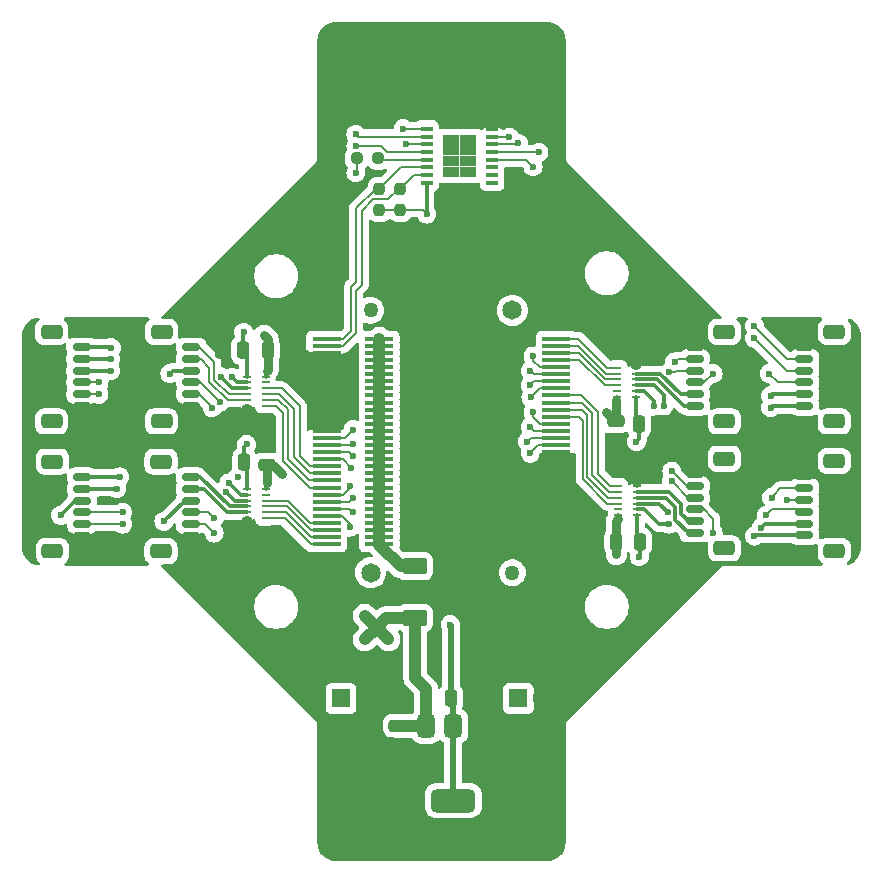
<source format=gbr>
%TF.GenerationSoftware,KiCad,Pcbnew,8.0.8*%
%TF.CreationDate,2025-02-10T22:14:38-08:00*%
%TF.ProjectId,CMOD_A7_Lower,434d4f44-5f41-4375-9f4c-6f7765722e6b,rev?*%
%TF.SameCoordinates,Original*%
%TF.FileFunction,Copper,L1,Top*%
%TF.FilePolarity,Positive*%
%FSLAX46Y46*%
G04 Gerber Fmt 4.6, Leading zero omitted, Abs format (unit mm)*
G04 Created by KiCad (PCBNEW 8.0.8) date 2025-02-10 22:14:38*
%MOMM*%
%LPD*%
G01*
G04 APERTURE LIST*
G04 Aperture macros list*
%AMRoundRect*
0 Rectangle with rounded corners*
0 $1 Rounding radius*
0 $2 $3 $4 $5 $6 $7 $8 $9 X,Y pos of 4 corners*
0 Add a 4 corners polygon primitive as box body*
4,1,4,$2,$3,$4,$5,$6,$7,$8,$9,$2,$3,0*
0 Add four circle primitives for the rounded corners*
1,1,$1+$1,$2,$3*
1,1,$1+$1,$4,$5*
1,1,$1+$1,$6,$7*
1,1,$1+$1,$8,$9*
0 Add four rect primitives between the rounded corners*
20,1,$1+$1,$2,$3,$4,$5,0*
20,1,$1+$1,$4,$5,$6,$7,0*
20,1,$1+$1,$6,$7,$8,$9,0*
20,1,$1+$1,$8,$9,$2,$3,0*%
G04 Aperture macros list end*
%TA.AperFunction,ComponentPad*%
%ADD10R,1.600000X1.600000*%
%TD*%
%TA.AperFunction,ComponentPad*%
%ADD11C,1.600000*%
%TD*%
%TA.AperFunction,SMDPad,CuDef*%
%ADD12RoundRect,0.150000X0.625000X-0.150000X0.625000X0.150000X-0.625000X0.150000X-0.625000X-0.150000X0*%
%TD*%
%TA.AperFunction,SMDPad,CuDef*%
%ADD13RoundRect,0.250000X0.650000X-0.350000X0.650000X0.350000X-0.650000X0.350000X-0.650000X-0.350000X0*%
%TD*%
%TA.AperFunction,SMDPad,CuDef*%
%ADD14R,2.438400X0.381000*%
%TD*%
%TA.AperFunction,ComponentPad*%
%ADD15C,1.651000*%
%TD*%
%TA.AperFunction,ComponentPad*%
%ADD16C,1.270000*%
%TD*%
%TA.AperFunction,SMDPad,CuDef*%
%ADD17RoundRect,0.250000X-0.250000X-0.475000X0.250000X-0.475000X0.250000X0.475000X-0.250000X0.475000X0*%
%TD*%
%TA.AperFunction,SMDPad,CuDef*%
%ADD18RoundRect,0.250000X-0.475000X0.250000X-0.475000X-0.250000X0.475000X-0.250000X0.475000X0.250000X0*%
%TD*%
%TA.AperFunction,SMDPad,CuDef*%
%ADD19RoundRect,0.150000X-0.625000X0.150000X-0.625000X-0.150000X0.625000X-0.150000X0.625000X0.150000X0*%
%TD*%
%TA.AperFunction,SMDPad,CuDef*%
%ADD20RoundRect,0.250000X-0.650000X0.350000X-0.650000X-0.350000X0.650000X-0.350000X0.650000X0.350000X0*%
%TD*%
%TA.AperFunction,SMDPad,CuDef*%
%ADD21R,0.700000X0.250000*%
%TD*%
%TA.AperFunction,SMDPad,CuDef*%
%ADD22RoundRect,0.375000X-0.375000X0.625000X-0.375000X-0.625000X0.375000X-0.625000X0.375000X0.625000X0*%
%TD*%
%TA.AperFunction,SMDPad,CuDef*%
%ADD23RoundRect,0.500000X-1.400000X0.500000X-1.400000X-0.500000X1.400000X-0.500000X1.400000X0.500000X0*%
%TD*%
%TA.AperFunction,SMDPad,CuDef*%
%ADD24RoundRect,0.237500X0.237500X-0.250000X0.237500X0.250000X-0.237500X0.250000X-0.237500X-0.250000X0*%
%TD*%
%TA.AperFunction,SMDPad,CuDef*%
%ADD25RoundRect,0.250000X0.800000X-0.450000X0.800000X0.450000X-0.800000X0.450000X-0.800000X-0.450000X0*%
%TD*%
%TA.AperFunction,SMDPad,CuDef*%
%ADD26R,1.050000X0.450000*%
%TD*%
%TA.AperFunction,SMDPad,CuDef*%
%ADD27R,1.470000X0.895000*%
%TD*%
%TA.AperFunction,SMDPad,CuDef*%
%ADD28RoundRect,0.250000X0.250000X0.475000X-0.250000X0.475000X-0.250000X-0.475000X0.250000X-0.475000X0*%
%TD*%
%TA.AperFunction,SMDPad,CuDef*%
%ADD29RoundRect,0.237500X-0.250000X-0.237500X0.250000X-0.237500X0.250000X0.237500X-0.250000X0.237500X0*%
%TD*%
%TA.AperFunction,SMDPad,CuDef*%
%ADD30RoundRect,0.250000X0.475000X-0.250000X0.475000X0.250000X-0.475000X0.250000X-0.475000X-0.250000X0*%
%TD*%
%TA.AperFunction,ViaPad*%
%ADD31C,0.600000*%
%TD*%
%TA.AperFunction,Conductor*%
%ADD32C,0.500000*%
%TD*%
%TA.AperFunction,Conductor*%
%ADD33C,1.000000*%
%TD*%
%TA.AperFunction,Conductor*%
%ADD34C,0.200000*%
%TD*%
%TA.AperFunction,Conductor*%
%ADD35C,0.300000*%
%TD*%
%TA.AperFunction,Conductor*%
%ADD36C,0.800000*%
%TD*%
G04 APERTURE END LIST*
D10*
%TO.P,C10,1*%
%TO.N,+12V*%
X92500000Y-109750000D03*
D11*
%TO.P,C10,2*%
%TO.N,GND*%
X94500000Y-109750000D03*
%TD*%
D10*
%TO.P,C9,1*%
%TO.N,+12V*%
X77500000Y-109750000D03*
D11*
%TO.P,C9,2*%
%TO.N,GND*%
X79500000Y-109750000D03*
%TD*%
D12*
%TO.P,J3,1,Pin_1*%
%TO.N,GND*%
X55575000Y-96000000D03*
%TO.P,J3,2,Pin_2*%
%TO.N,/EA_10*%
X55575000Y-95000000D03*
%TO.P,J3,3,Pin_3*%
%TO.N,/EB_10*%
X55575000Y-94000000D03*
%TO.P,J3,4,Pin_4*%
%TO.N,+3.3V*%
X55575000Y-93000000D03*
%TO.P,J3,5,Pin_5*%
%TO.N,/MA_10*%
X55575000Y-92000000D03*
%TO.P,J3,6,Pin_6*%
%TO.N,/MB_10*%
X55575000Y-91000000D03*
D13*
%TO.P,J3,MP*%
%TO.N,N/C*%
X53050000Y-97300000D03*
X53050000Y-89700000D03*
%TD*%
D14*
%TO.P,J19,1,1*%
%TO.N,/INB_21*%
X95724999Y-79300001D03*
%TO.P,J19,2,2*%
%TO.N,/INA_21*%
X95724999Y-79899999D03*
%TO.P,J19,3,3*%
%TO.N,/INB_20*%
X95724999Y-80500001D03*
%TO.P,J19,4,4*%
%TO.N,/INA_20*%
X95724999Y-81099999D03*
%TO.P,J19,5,5*%
%TO.N,/EB_20*%
X95724999Y-81700001D03*
%TO.P,J19,6,6*%
%TO.N,/EA_20*%
X95724999Y-82300000D03*
%TO.P,J19,7,7*%
%TO.N,/EB_21*%
X95724999Y-82900001D03*
%TO.P,J19,8,8*%
%TO.N,/EA_21*%
X95724999Y-83500000D03*
%TO.P,J19,9,9*%
%TO.N,/INB_31*%
X95724999Y-84100001D03*
%TO.P,J19,10,10*%
%TO.N,/INA_31*%
X95724999Y-84700000D03*
%TO.P,J19,11,11*%
%TO.N,/INB_30*%
X95724999Y-85300001D03*
%TO.P,J19,12,12*%
%TO.N,/INA_30*%
X95724999Y-85900000D03*
%TO.P,J19,13,13*%
%TO.N,/EB_30*%
X95724999Y-86500001D03*
%TO.P,J19,14,14*%
%TO.N,/EA_30*%
X95724999Y-87100000D03*
%TO.P,J19,15,15*%
%TO.N,/EB_31*%
X95724999Y-87700001D03*
%TO.P,J19,16,16*%
%TO.N,/EA_31*%
X95724999Y-88300000D03*
%TO.P,J19,17,17*%
%TO.N,GND*%
X95724999Y-88900002D03*
%TO.P,J19,18,18*%
X95724999Y-89500000D03*
%TO.P,J19,19,19*%
X95724999Y-90100002D03*
%TO.P,J19,20,20*%
X95724999Y-90700001D03*
%TO.P,J19,21,21*%
X95724999Y-91300002D03*
%TO.P,J19,22,22*%
X95724999Y-91900001D03*
%TO.P,J19,23,23*%
X95724999Y-92500002D03*
%TO.P,J19,24,24*%
X95724999Y-93100001D03*
%TO.P,J19,25,25*%
X95724999Y-93700002D03*
%TO.P,J19,26,26*%
X95724999Y-94300001D03*
%TO.P,J19,27,27*%
X95724999Y-94900002D03*
%TO.P,J19,28,28*%
X95724999Y-95500001D03*
%TO.P,J19,29,29*%
X95724999Y-96100002D03*
%TO.P,J19,30,30*%
X95724999Y-96700001D03*
%TO.P,J19,31,31*%
X91275001Y-96700001D03*
%TO.P,J19,32,32*%
X91275001Y-96100002D03*
%TO.P,J19,33,33*%
X91275001Y-95500001D03*
%TO.P,J19,34,34*%
X91275001Y-94900002D03*
%TO.P,J19,35,35*%
X91275001Y-94300001D03*
%TO.P,J19,36,36*%
X91275001Y-93700002D03*
%TO.P,J19,37,37*%
X91275001Y-93100001D03*
%TO.P,J19,38,38*%
X91275001Y-92500002D03*
%TO.P,J19,39,39*%
X91275001Y-91900001D03*
%TO.P,J19,40,40*%
X91275001Y-91300002D03*
%TO.P,J19,41,41*%
X91275001Y-90700001D03*
%TO.P,J19,42,42*%
X91275001Y-90100002D03*
%TO.P,J19,43,43*%
X91275001Y-89500000D03*
%TO.P,J19,44,44*%
X91275001Y-88900002D03*
%TO.P,J19,45,45*%
X91275001Y-88300000D03*
%TO.P,J19,46,46*%
X91275001Y-87700001D03*
%TO.P,J19,47,47*%
X91275001Y-87100000D03*
%TO.P,J19,48,48*%
X91275001Y-86500001D03*
%TO.P,J19,49,49*%
X91275001Y-85900000D03*
%TO.P,J19,50,50*%
X91275001Y-85300001D03*
%TO.P,J19,51,51*%
X91275001Y-84700000D03*
%TO.P,J19,52,52*%
X91275001Y-84100001D03*
%TO.P,J19,53,53*%
X91275001Y-83500000D03*
%TO.P,J19,54,54*%
X91275001Y-82900001D03*
%TO.P,J19,55,55*%
X91275001Y-82300000D03*
%TO.P,J19,56,56*%
X91275001Y-81700001D03*
%TO.P,J19,57,57*%
X91275001Y-81099999D03*
%TO.P,J19,58,58*%
X91275001Y-80500001D03*
%TO.P,J19,59,59*%
X91275001Y-79899999D03*
%TO.P,J19,60,60*%
X91275001Y-79300001D03*
D15*
%TO.P,J19,61*%
%TO.N,N/C*%
X91999876Y-76899992D03*
D16*
%TO.P,J19,62*%
X91999876Y-99100055D03*
%TD*%
D17*
%TO.P,C2,1*%
%TO.N,+12V*%
X71300000Y-80250000D03*
%TO.P,C2,2*%
%TO.N,GND*%
X73200000Y-80250000D03*
%TD*%
D18*
%TO.P,C11,1*%
%TO.N,+12V*%
X82250000Y-112050000D03*
%TO.P,C11,2*%
%TO.N,GND*%
X82250000Y-113950000D03*
%TD*%
D19*
%TO.P,J2,1,Pin_1*%
%TO.N,GND*%
X116725000Y-90950000D03*
%TO.P,J2,2,Pin_2*%
%TO.N,/EB_30*%
X116725000Y-91950000D03*
%TO.P,J2,3,Pin_3*%
%TO.N,/EA_30*%
X116725000Y-92950000D03*
%TO.P,J2,4,Pin_4*%
%TO.N,+3.3V*%
X116725000Y-93950000D03*
%TO.P,J2,5,Pin_5*%
%TO.N,/MA_30*%
X116725000Y-94950000D03*
%TO.P,J2,6,Pin_6*%
%TO.N,/MB_30*%
X116725000Y-95950000D03*
D20*
%TO.P,J2,MP*%
%TO.N,N/C*%
X119250000Y-89650000D03*
X119250000Y-97250000D03*
%TD*%
D12*
%TO.P,J1,1,Pin_1*%
%TO.N,GND*%
X64775000Y-96000000D03*
%TO.P,J1,2,Pin_2*%
%TO.N,/EA_11*%
X64775000Y-95000000D03*
%TO.P,J1,3,Pin_3*%
%TO.N,/EB_11*%
X64775000Y-94000000D03*
%TO.P,J1,4,Pin_4*%
%TO.N,+3.3V*%
X64775000Y-93000000D03*
%TO.P,J1,5,Pin_5*%
%TO.N,/MA_11*%
X64775000Y-92000000D03*
%TO.P,J1,6,Pin_6*%
%TO.N,/MB_11*%
X64775000Y-91000000D03*
D13*
%TO.P,J1,MP*%
%TO.N,N/C*%
X62250000Y-97300000D03*
X62250000Y-89700000D03*
%TD*%
D14*
%TO.P,J18,1,1*%
%TO.N,/INB_11*%
X76275001Y-96699999D03*
%TO.P,J18,2,2*%
%TO.N,/INA_11*%
X76275001Y-96100001D03*
%TO.P,J18,3,3*%
%TO.N,/INB_10*%
X76275001Y-95499999D03*
%TO.P,J18,4,4*%
%TO.N,/INA_10*%
X76275001Y-94900001D03*
%TO.P,J18,5,5*%
%TO.N,/EA_11*%
X76275001Y-94299999D03*
%TO.P,J18,6,6*%
%TO.N,/EB_11*%
X76275001Y-93700000D03*
%TO.P,J18,7,7*%
%TO.N,/EA_10*%
X76275001Y-93099999D03*
%TO.P,J18,8,8*%
%TO.N,/EB_10*%
X76275001Y-92500000D03*
%TO.P,J18,9,9*%
%TO.N,/INB_01*%
X76275001Y-91899999D03*
%TO.P,J18,10,10*%
%TO.N,/INA_01*%
X76275001Y-91300000D03*
%TO.P,J18,11,11*%
%TO.N,/INB_00*%
X76275001Y-90699999D03*
%TO.P,J18,12,12*%
%TO.N,/INA_00*%
X76275001Y-90100000D03*
%TO.P,J18,13,13*%
%TO.N,/EA_01*%
X76275001Y-89499999D03*
%TO.P,J18,14,14*%
%TO.N,/EB_01*%
X76275001Y-88900000D03*
%TO.P,J18,15,15*%
%TO.N,/EA_00*%
X76275001Y-88299999D03*
%TO.P,J18,16,16*%
%TO.N,/EB_00*%
X76275001Y-87700000D03*
%TO.P,J18,17,17*%
%TO.N,GND*%
X76275001Y-87099998D03*
%TO.P,J18,18,18*%
X76275001Y-86500000D03*
%TO.P,J18,19,19*%
X76275001Y-85899998D03*
%TO.P,J18,20,20*%
X76275001Y-85299999D03*
%TO.P,J18,21,21*%
X76275001Y-84699998D03*
%TO.P,J18,22,22*%
X76275001Y-84099999D03*
%TO.P,J18,23,23*%
X76275001Y-83499998D03*
%TO.P,J18,24,24*%
X76275001Y-82899999D03*
%TO.P,J18,25,25*%
X76275001Y-82299998D03*
%TO.P,J18,26,26*%
X76275001Y-81699999D03*
%TO.P,J18,27,27*%
X76275001Y-81099998D03*
%TO.P,J18,28,28*%
X76275001Y-80499999D03*
%TO.P,J18,29,29*%
%TO.N,/SDA*%
X76275001Y-79899998D03*
%TO.P,J18,30,30*%
%TO.N,/SCL*%
X76275001Y-79299999D03*
%TO.P,J18,31,31*%
%TO.N,Net-(D1-A)*%
X80724999Y-79299999D03*
%TO.P,J18,32,32*%
X80724999Y-79899998D03*
%TO.P,J18,33,33*%
X80724999Y-80499999D03*
%TO.P,J18,34,34*%
X80724999Y-81099998D03*
%TO.P,J18,35,35*%
X80724999Y-81699999D03*
%TO.P,J18,36,36*%
X80724999Y-82299998D03*
%TO.P,J18,37,37*%
X80724999Y-82899999D03*
%TO.P,J18,38,38*%
X80724999Y-83499998D03*
%TO.P,J18,39,39*%
X80724999Y-84099999D03*
%TO.P,J18,40,40*%
X80724999Y-84699998D03*
%TO.P,J18,41,41*%
X80724999Y-85299999D03*
%TO.P,J18,42,42*%
X80724999Y-85899998D03*
%TO.P,J18,43,43*%
X80724999Y-86500000D03*
%TO.P,J18,44,44*%
X80724999Y-87099998D03*
%TO.P,J18,45,45*%
X80724999Y-87700000D03*
%TO.P,J18,46,46*%
X80724999Y-88299999D03*
%TO.P,J18,47,47*%
X80724999Y-88900000D03*
%TO.P,J18,48,48*%
X80724999Y-89499999D03*
%TO.P,J18,49,49*%
X80724999Y-90100000D03*
%TO.P,J18,50,50*%
X80724999Y-90699999D03*
%TO.P,J18,51,51*%
X80724999Y-91300000D03*
%TO.P,J18,52,52*%
X80724999Y-91899999D03*
%TO.P,J18,53,53*%
X80724999Y-92500000D03*
%TO.P,J18,54,54*%
X80724999Y-93099999D03*
%TO.P,J18,55,55*%
X80724999Y-93700000D03*
%TO.P,J18,56,56*%
X80724999Y-94299999D03*
%TO.P,J18,57,57*%
X80724999Y-94900001D03*
%TO.P,J18,58,58*%
X80724999Y-95499999D03*
%TO.P,J18,59,59*%
X80724999Y-96100001D03*
%TO.P,J18,60,60*%
X80724999Y-96699999D03*
D15*
%TO.P,J18,61*%
%TO.N,N/C*%
X80000124Y-99100008D03*
D16*
%TO.P,J18,62*%
X80000124Y-76899945D03*
%TD*%
D21*
%TO.P,U2,1,VM*%
%TO.N,+3.3V*%
X102500000Y-84250000D03*
%TO.P,U2,2,AOUT1*%
%TO.N,/MB_20*%
X102500000Y-83750000D03*
%TO.P,U2,3,AOUT2*%
%TO.N,/MA_20*%
X102500000Y-83250000D03*
%TO.P,U2,4,BOUT1*%
%TO.N,/MB_21*%
X102500000Y-82750000D03*
%TO.P,U2,5,BOUT2*%
%TO.N,/MA_21*%
X102500000Y-82250000D03*
%TO.P,U2,6,GND*%
%TO.N,GND*%
X102500000Y-81750000D03*
%TO.P,U2,7,BIN2*%
%TO.N,/INB_21*%
X100900000Y-81750000D03*
%TO.P,U2,8,BIN1*%
%TO.N,/INA_21*%
X100900000Y-82250000D03*
%TO.P,U2,9,AIN2*%
%TO.N,/INB_20*%
X100900000Y-82750000D03*
%TO.P,U2,10,AIN1*%
%TO.N,/INA_20*%
X100900000Y-83250000D03*
%TO.P,U2,11,MODE*%
%TO.N,unconnected-(U2-MODE-Pad11)*%
X100900000Y-83750000D03*
%TO.P,U2,12,VCC*%
%TO.N,+12V*%
X100900000Y-84250000D03*
%TD*%
D17*
%TO.P,C7,1*%
%TO.N,+3.3V*%
X102750000Y-86500000D03*
%TO.P,C7,2*%
%TO.N,GND*%
X104650000Y-86500000D03*
%TD*%
D12*
%TO.P,J5,1,Pin_1*%
%TO.N,GND*%
X64825000Y-85000000D03*
%TO.P,J5,2,Pin_2*%
%TO.N,/EA_01*%
X64825000Y-84000000D03*
%TO.P,J5,3,Pin_3*%
%TO.N,/EB_01*%
X64825000Y-83000000D03*
%TO.P,J5,4,Pin_4*%
%TO.N,+3.3V*%
X64825000Y-82000000D03*
%TO.P,J5,5,Pin_5*%
%TO.N,/MA_01*%
X64825000Y-81000000D03*
%TO.P,J5,6,Pin_6*%
%TO.N,/MB_01*%
X64825000Y-80000000D03*
D13*
%TO.P,J5,MP*%
%TO.N,N/C*%
X62300000Y-86300000D03*
X62300000Y-78700000D03*
%TD*%
D22*
%TO.P,U7,1,GND*%
%TO.N,GND*%
X89300000Y-112100000D03*
%TO.P,U7,2,VO*%
%TO.N,+3.3V*%
X87000000Y-112100000D03*
D23*
X87000000Y-118400000D03*
D22*
%TO.P,U7,3,VI*%
%TO.N,+12V*%
X84700000Y-112100000D03*
%TD*%
D21*
%TO.P,U3,1,VM*%
%TO.N,+3.3V*%
X69500000Y-92000000D03*
%TO.P,U3,2,AOUT1*%
%TO.N,/MB_10*%
X69500000Y-92500000D03*
%TO.P,U3,3,AOUT2*%
%TO.N,/MA_10*%
X69500000Y-93000000D03*
%TO.P,U3,4,BOUT1*%
%TO.N,/MB_11*%
X69500000Y-93500000D03*
%TO.P,U3,5,BOUT2*%
%TO.N,/MA_11*%
X69500000Y-94000000D03*
%TO.P,U3,6,GND*%
%TO.N,GND*%
X69500000Y-94500000D03*
%TO.P,U3,7,BIN2*%
%TO.N,/INB_11*%
X71100000Y-94500000D03*
%TO.P,U3,8,BIN1*%
%TO.N,/INA_11*%
X71100000Y-94000000D03*
%TO.P,U3,9,AIN2*%
%TO.N,/INB_10*%
X71100000Y-93500000D03*
%TO.P,U3,10,AIN1*%
%TO.N,/INA_10*%
X71100000Y-93000000D03*
%TO.P,U3,11,MODE*%
%TO.N,unconnected-(U3-MODE-Pad11)*%
X71100000Y-92500000D03*
%TO.P,U3,12,VCC*%
%TO.N,+12V*%
X71100000Y-92000000D03*
%TD*%
D19*
%TO.P,J8,1,Pin_1*%
%TO.N,GND*%
X107425000Y-80000000D03*
%TO.P,J8,2,Pin_2*%
%TO.N,/EB_21*%
X107425000Y-81000000D03*
%TO.P,J8,3,Pin_3*%
%TO.N,/EA_21*%
X107425000Y-82000000D03*
%TO.P,J8,4,Pin_4*%
%TO.N,+3.3V*%
X107425000Y-83000000D03*
%TO.P,J8,5,Pin_5*%
%TO.N,/MA_21*%
X107425000Y-84000000D03*
%TO.P,J8,6,Pin_6*%
%TO.N,/MB_21*%
X107425000Y-85000000D03*
D20*
%TO.P,J8,MP*%
%TO.N,N/C*%
X109950000Y-78700000D03*
X109950000Y-86300000D03*
%TD*%
D24*
%TO.P,R9,1*%
%TO.N,+3.3V*%
X82500000Y-68412500D03*
%TO.P,R9,2*%
%TO.N,/SDA*%
X82500000Y-66587500D03*
%TD*%
D17*
%TO.P,C12,2*%
%TO.N,GND*%
X88700000Y-109750000D03*
%TO.P,C12,1*%
%TO.N,+3.3V*%
X86800000Y-109750000D03*
%TD*%
%TO.P,C5,1*%
%TO.N,+3.3V*%
X102800000Y-96500000D03*
%TO.P,C5,2*%
%TO.N,GND*%
X104700000Y-96500000D03*
%TD*%
D21*
%TO.P,U4,1,VM*%
%TO.N,+3.3V*%
X102550000Y-94250000D03*
%TO.P,U4,2,AOUT1*%
%TO.N,/MB_30*%
X102550000Y-93750000D03*
%TO.P,U4,3,AOUT2*%
%TO.N,/MA_30*%
X102550000Y-93250000D03*
%TO.P,U4,4,BOUT1*%
%TO.N,/MB_31*%
X102550000Y-92750000D03*
%TO.P,U4,5,BOUT2*%
%TO.N,/MA_31*%
X102550000Y-92250000D03*
%TO.P,U4,6,GND*%
%TO.N,GND*%
X102550000Y-91750000D03*
%TO.P,U4,7,BIN2*%
%TO.N,/INB_31*%
X100950000Y-91750000D03*
%TO.P,U4,8,BIN1*%
%TO.N,/INA_31*%
X100950000Y-92250000D03*
%TO.P,U4,9,AIN2*%
%TO.N,/INB_30*%
X100950000Y-92750000D03*
%TO.P,U4,10,AIN1*%
%TO.N,/INA_30*%
X100950000Y-93250000D03*
%TO.P,U4,11,MODE*%
%TO.N,unconnected-(U4-MODE-Pad11)*%
X100950000Y-93750000D03*
%TO.P,U4,12,VCC*%
%TO.N,+12V*%
X100950000Y-94250000D03*
%TD*%
%TO.P,U1,1,VM*%
%TO.N,+3.3V*%
X69500000Y-82500000D03*
%TO.P,U1,2,AOUT1*%
%TO.N,/MB_00*%
X69500000Y-83000000D03*
%TO.P,U1,3,AOUT2*%
%TO.N,/MA_00*%
X69500000Y-83500000D03*
%TO.P,U1,4,BOUT1*%
%TO.N,/MB_01*%
X69500000Y-84000000D03*
%TO.P,U1,5,BOUT2*%
%TO.N,/MA_01*%
X69500000Y-84500000D03*
%TO.P,U1,6,GND*%
%TO.N,GND*%
X69500000Y-85000000D03*
%TO.P,U1,7,BIN2*%
%TO.N,/INB_01*%
X71100000Y-85000000D03*
%TO.P,U1,8,BIN1*%
%TO.N,/INA_01*%
X71100000Y-84500000D03*
%TO.P,U1,9,AIN2*%
%TO.N,/INB_00*%
X71100000Y-84000000D03*
%TO.P,U1,10,AIN1*%
%TO.N,/INA_00*%
X71100000Y-83500000D03*
%TO.P,U1,11,MODE*%
%TO.N,unconnected-(U1-MODE-Pad11)*%
X71100000Y-83000000D03*
%TO.P,U1,12,VCC*%
%TO.N,+12V*%
X71100000Y-82500000D03*
%TD*%
D18*
%TO.P,C8,1*%
%TO.N,+12V*%
X100750000Y-86300000D03*
%TO.P,C8,2*%
%TO.N,GND*%
X100750000Y-88200000D03*
%TD*%
D25*
%TO.P,D1,1,K*%
%TO.N,+12V*%
X83750000Y-102950000D03*
%TO.P,D1,2,A*%
%TO.N,Net-(D1-A)*%
X83750000Y-98550000D03*
%TD*%
D24*
%TO.P,R10,1*%
%TO.N,+3.3V*%
X80750000Y-68412500D03*
%TO.P,R10,2*%
%TO.N,/SCL*%
X80750000Y-66587500D03*
%TD*%
D26*
%TO.P,U6,1,A0*%
%TO.N,unconnected-(U6-A0-Pad1)*%
X90290000Y-66077500D03*
%TO.P,U6,2,A1*%
%TO.N,unconnected-(U6-A1-Pad2)*%
X90290000Y-65427500D03*
%TO.P,U6,3,A2*%
%TO.N,unconnected-(U6-A2-Pad3)*%
X90290000Y-64777500D03*
%TO.P,U6,4,P0*%
%TO.N,/SW_20*%
X90290000Y-64127500D03*
%TO.P,U6,5,P1*%
%TO.N,/SW_30*%
X90290000Y-63477500D03*
%TO.P,U6,6,P2*%
%TO.N,/SW_31*%
X90290000Y-62827500D03*
%TO.P,U6,7,P3*%
%TO.N,/SW_21*%
X90290000Y-62177500D03*
%TO.P,U6,8,GND*%
%TO.N,GND*%
X90290000Y-61527500D03*
%TO.P,U6,9,P4*%
%TO.N,/SW_10*%
X84740000Y-61527500D03*
%TO.P,U6,10,P5*%
%TO.N,/SW_00*%
X84740000Y-62177500D03*
%TO.P,U6,11,P6*%
%TO.N,/SW_11*%
X84740000Y-62827500D03*
%TO.P,U6,12,P7*%
%TO.N,/SW_01*%
X84740000Y-63477500D03*
%TO.P,U6,13,NINT*%
%TO.N,Net-(U6-NINT)*%
X84740000Y-64127500D03*
%TO.P,U6,14,SCL*%
%TO.N,/SCL*%
X84740000Y-64777500D03*
%TO.P,U6,15,SDA*%
%TO.N,/SDA*%
X84740000Y-65427500D03*
%TO.P,U6,16,VCC*%
%TO.N,+3.3V*%
X84740000Y-66077500D03*
D27*
%TO.P,U6,17*%
%TO.N,N/C*%
X88250000Y-65145000D03*
X88250000Y-64250000D03*
X88250000Y-63355000D03*
X88250000Y-62460000D03*
X86780000Y-65145000D03*
X86780000Y-64250000D03*
X86780000Y-63355000D03*
X86780000Y-62460000D03*
%TD*%
D19*
%TO.P,J4,1,Pin_1*%
%TO.N,GND*%
X107425000Y-90750000D03*
%TO.P,J4,2,Pin_2*%
%TO.N,/EB_31*%
X107425000Y-91750000D03*
%TO.P,J4,3,Pin_3*%
%TO.N,/EA_31*%
X107425000Y-92750000D03*
%TO.P,J4,4,Pin_4*%
%TO.N,+3.3V*%
X107425000Y-93750000D03*
%TO.P,J4,5,Pin_5*%
%TO.N,/MA_31*%
X107425000Y-94750000D03*
%TO.P,J4,6,Pin_6*%
%TO.N,/MB_31*%
X107425000Y-95750000D03*
D20*
%TO.P,J4,MP*%
%TO.N,N/C*%
X109950000Y-89450000D03*
X109950000Y-97050000D03*
%TD*%
D12*
%TO.P,J7,1,Pin_1*%
%TO.N,GND*%
X55525000Y-85000000D03*
%TO.P,J7,2,Pin_2*%
%TO.N,/EA_00*%
X55525000Y-84000000D03*
%TO.P,J7,3,Pin_3*%
%TO.N,/EB_00*%
X55525000Y-83000000D03*
%TO.P,J7,4,Pin_4*%
%TO.N,+3.3V*%
X55525000Y-82000000D03*
%TO.P,J7,5,Pin_5*%
%TO.N,/MA_00*%
X55525000Y-81000000D03*
%TO.P,J7,6,Pin_6*%
%TO.N,/MB_00*%
X55525000Y-80000000D03*
D13*
%TO.P,J7,MP*%
%TO.N,N/C*%
X53000000Y-86300000D03*
X53000000Y-78700000D03*
%TD*%
D28*
%TO.P,C6,1*%
%TO.N,+12V*%
X100800000Y-96500000D03*
%TO.P,C6,2*%
%TO.N,GND*%
X98900000Y-96500000D03*
%TD*%
%TO.P,C3,1*%
%TO.N,+3.3V*%
X69300000Y-89750000D03*
%TO.P,C3,2*%
%TO.N,GND*%
X67400000Y-89750000D03*
%TD*%
D19*
%TO.P,J6,1,Pin_1*%
%TO.N,GND*%
X116725000Y-80000000D03*
%TO.P,J6,2,Pin_2*%
%TO.N,/EB_20*%
X116725000Y-81000000D03*
%TO.P,J6,3,Pin_3*%
%TO.N,/EA_20*%
X116725000Y-82000000D03*
%TO.P,J6,4,Pin_4*%
%TO.N,+3.3V*%
X116725000Y-83000000D03*
%TO.P,J6,5,Pin_5*%
%TO.N,/MA_20*%
X116725000Y-84000000D03*
%TO.P,J6,6,Pin_6*%
%TO.N,/MB_20*%
X116725000Y-85000000D03*
D20*
%TO.P,J6,MP*%
%TO.N,N/C*%
X119250000Y-78700000D03*
X119250000Y-86300000D03*
%TD*%
D29*
%TO.P,R11,1*%
%TO.N,+3.3V*%
X78837500Y-64000000D03*
%TO.P,R11,2*%
%TO.N,Net-(U6-NINT)*%
X80662500Y-64000000D03*
%TD*%
D28*
%TO.P,C1,1*%
%TO.N,+3.3V*%
X69200000Y-80250000D03*
%TO.P,C1,2*%
%TO.N,GND*%
X67300000Y-80250000D03*
%TD*%
D30*
%TO.P,C4,1*%
%TO.N,+12V*%
X71250000Y-89950000D03*
%TO.P,C4,2*%
%TO.N,GND*%
X71250000Y-88050000D03*
%TD*%
D31*
%TO.N,GND*%
X51000000Y-88000000D03*
X86000000Y-53000000D03*
X91000000Y-118000000D03*
X69500000Y-86250000D03*
X107750000Y-77250000D03*
X116000000Y-88000000D03*
X95724999Y-97500000D03*
X86000000Y-93000000D03*
X98900000Y-95250000D03*
X76000000Y-73000000D03*
X96000000Y-68000000D03*
X91000000Y-58000000D03*
X86000000Y-78000000D03*
X86000000Y-98000000D03*
X105750000Y-96250000D03*
X76000000Y-103000000D03*
X111000000Y-88000000D03*
X107000000Y-89250000D03*
X69806305Y-95612933D03*
X66500000Y-75500000D03*
X81000000Y-118000000D03*
X66000000Y-88000000D03*
X96000000Y-103000000D03*
X76000000Y-68000000D03*
X115000000Y-79250000D03*
X121000000Y-88000000D03*
X81000000Y-53000000D03*
X91000000Y-73000000D03*
X102375000Y-90650000D03*
X81000000Y-58000000D03*
X81000000Y-113000000D03*
X86000000Y-73000000D03*
X74500000Y-80500000D03*
X106000000Y-80000000D03*
X81000000Y-108000000D03*
X96000000Y-108000000D03*
X106000000Y-88000000D03*
X90750000Y-60500000D03*
X61000000Y-88000000D03*
X104650000Y-87650000D03*
X86000000Y-83000000D03*
X86000000Y-58000000D03*
X107500000Y-99250000D03*
X91000000Y-53000000D03*
X102000000Y-80150000D03*
X76000000Y-108000000D03*
X116250000Y-89000000D03*
X96000000Y-118000000D03*
X100750000Y-89000000D03*
%TO.N,+3.3V*%
X109000000Y-95750000D03*
X102750000Y-97750000D03*
X63000000Y-82250000D03*
X86750000Y-103500000D03*
X109000000Y-82250000D03*
X113500000Y-94250000D03*
X53750000Y-94250000D03*
X102500000Y-88000000D03*
X69500000Y-88250000D03*
X69250000Y-78750000D03*
X113750000Y-82250000D03*
X62500000Y-94750000D03*
X84750000Y-68750000D03*
X58000000Y-82000000D03*
X78750000Y-65250000D03*
%TO.N,/MA_00*%
X58000000Y-81000000D03*
X67349999Y-82520865D03*
%TO.N,/EB_00*%
X57000000Y-83000000D03*
X78500000Y-87000000D03*
%TO.N,/MB_00*%
X68250000Y-82550000D03*
X58049265Y-80049265D03*
%TO.N,/EA_00*%
X57000000Y-84000000D03*
X78500000Y-88250000D03*
%TO.N,/EB_20*%
X93750000Y-80750000D03*
X112500000Y-78250000D03*
%TO.N,/MB_20*%
X104000000Y-85000000D03*
X113872932Y-85123507D03*
%TO.N,/MA_20*%
X113875000Y-84125000D03*
X104800003Y-85000000D03*
%TO.N,/EA_20*%
X93500000Y-82000000D03*
X112500000Y-79250000D03*
%TO.N,/EB_01*%
X78500000Y-89250000D03*
X67233003Y-84666614D03*
%TO.N,/EA_01*%
X78375000Y-90250000D03*
X66594205Y-85148217D03*
%TO.N,/EA_21*%
X93565300Y-84250000D03*
X105271382Y-82113531D03*
%TO.N,/EB_21*%
X105750000Y-81250000D03*
X93500000Y-83250000D03*
%TO.N,/EA_10*%
X78500000Y-92750000D03*
X59000000Y-95000000D03*
%TO.N,/EB_10*%
X59000000Y-94000000D03*
X78250000Y-91750000D03*
%TO.N,/MB_10*%
X58750000Y-91000000D03*
X68000000Y-91500000D03*
%TO.N,/MA_10*%
X58500000Y-92000000D03*
X67747017Y-92258949D03*
%TO.N,/MA_30*%
X113049265Y-95299265D03*
X105149999Y-94007224D03*
%TO.N,/EA_30*%
X93500000Y-86750000D03*
X115250000Y-92950000D03*
%TO.N,/MB_30*%
X105250000Y-95000000D03*
X112500000Y-96000000D03*
%TO.N,/EB_30*%
X113949997Y-92750000D03*
X93750000Y-85500000D03*
%TO.N,/EA_11*%
X66750000Y-95750000D03*
X78250000Y-95250000D03*
%TO.N,/EB_11*%
X78500000Y-94000000D03*
X66750000Y-94500000D03*
%TO.N,/EB_31*%
X105500000Y-90500000D03*
X93250000Y-88000000D03*
%TO.N,/EA_31*%
X93500000Y-89000000D03*
X105475737Y-91324266D03*
%TO.N,/SW_00*%
X78750000Y-62000000D03*
%TO.N,/SW_01*%
X78750000Y-63000000D03*
%TO.N,/SW_10*%
X82750000Y-61500000D03*
%TO.N,/SW_11*%
X83000000Y-62827500D03*
X68750000Y-91000000D03*
%TO.N,/SW_20*%
X93750000Y-64750000D03*
%TO.N,/SW_21*%
X91750000Y-62250000D03*
%TO.N,/SW_30*%
X94250000Y-63500000D03*
%TO.N,/SW_31*%
X92500000Y-62750000D03*
%TO.N,+12V*%
X79500000Y-102750000D03*
X80500000Y-103750000D03*
X79500000Y-104750000D03*
X100800000Y-97550000D03*
X72500000Y-90750000D03*
X71000000Y-79000000D03*
X81500000Y-104750000D03*
X99950000Y-85500000D03*
%TD*%
D32*
%TO.N,+3.3V*%
X86800000Y-103550000D02*
X86800000Y-109750000D01*
X86750000Y-103500000D02*
X86800000Y-103550000D01*
X87000000Y-112100000D02*
X87000000Y-109950000D01*
X87000000Y-109950000D02*
X86800000Y-109750000D01*
X87000000Y-118400000D02*
X87000000Y-112100000D01*
D33*
%TO.N,+12V*%
X84700000Y-112100000D02*
X82300000Y-112100000D01*
X82300000Y-112100000D02*
X82250000Y-112050000D01*
X83750000Y-102950000D02*
X83750000Y-108000000D01*
X83750000Y-108000000D02*
X84700000Y-108950000D01*
X84700000Y-108950000D02*
X84700000Y-112100000D01*
D34*
%TO.N,GND*%
X107425000Y-80000000D02*
X106000000Y-80000000D01*
X105750000Y-96250000D02*
X105500000Y-96500000D01*
D35*
X69500000Y-94500000D02*
X69500000Y-94750000D01*
D34*
X115750000Y-80000000D02*
X115000000Y-79250000D01*
X100750000Y-88200000D02*
X100750000Y-89000000D01*
D33*
X69806305Y-95612933D02*
X69500000Y-95306628D01*
X102150000Y-80150000D02*
X102500000Y-80500000D01*
D35*
X102500000Y-81750000D02*
X102500000Y-81500000D01*
X69500000Y-85000000D02*
X69500000Y-85250000D01*
D34*
X104650000Y-86500000D02*
X104650000Y-87650000D01*
X105500000Y-96500000D02*
X104700000Y-96500000D01*
X116725000Y-90950000D02*
X116250000Y-90475000D01*
X95724999Y-88900002D02*
X95724999Y-96700001D01*
D35*
X102550000Y-91300000D02*
X102500000Y-91250000D01*
D33*
X69500000Y-86250000D02*
X69500000Y-85325000D01*
X102000000Y-80150000D02*
X102150000Y-80150000D01*
D34*
X107000000Y-90325000D02*
X107000000Y-89250000D01*
X95724999Y-97500000D02*
X95724999Y-96700001D01*
X76275001Y-87099998D02*
X76275001Y-80499999D01*
X116725000Y-80000000D02*
X115750000Y-80000000D01*
X116250000Y-90475000D02*
X116250000Y-89000000D01*
X74500001Y-80499999D02*
X76275001Y-80499999D01*
X90290000Y-61527500D02*
X90290000Y-60960000D01*
D33*
X102500000Y-80500000D02*
X102500000Y-81400000D01*
D34*
X107425000Y-90750000D02*
X107000000Y-90325000D01*
D33*
X102375000Y-91125000D02*
X102550000Y-91300000D01*
X102375000Y-90650000D02*
X102375000Y-91125000D01*
D34*
X98900000Y-95250000D02*
X98900000Y-96500000D01*
D33*
X69500000Y-95306628D02*
X69500000Y-94850000D01*
D35*
X102550000Y-91750000D02*
X102550000Y-91300000D01*
D34*
X74500000Y-80500000D02*
X74500001Y-80499999D01*
X90290000Y-60960000D02*
X90750000Y-60500000D01*
D35*
%TO.N,+3.3V*%
X63250000Y-82000000D02*
X63000000Y-82250000D01*
X69500000Y-80550000D02*
X69200000Y-80250000D01*
D34*
X113500000Y-94250000D02*
X114000000Y-93750000D01*
X116525000Y-93750000D02*
X116725000Y-93950000D01*
X107425000Y-83000000D02*
X108250000Y-83000000D01*
X84412500Y-68412500D02*
X84750000Y-68750000D01*
D35*
X69300000Y-89750000D02*
X69300000Y-88450000D01*
D34*
X109000000Y-94550001D02*
X109000000Y-95750000D01*
D35*
X102800000Y-96500000D02*
X102800000Y-97700000D01*
X55000000Y-93000000D02*
X53750000Y-94250000D01*
X69500000Y-82500000D02*
X69500000Y-80550000D01*
X84740000Y-66077500D02*
X84740000Y-68740000D01*
X69500000Y-89950000D02*
X69300000Y-89750000D01*
X102750000Y-87750000D02*
X102500000Y-88000000D01*
X102550000Y-96250000D02*
X102800000Y-96500000D01*
X102800000Y-97700000D02*
X102750000Y-97750000D01*
X102500000Y-86250000D02*
X102750000Y-86500000D01*
D34*
X114000000Y-93750000D02*
X116525000Y-93750000D01*
D35*
X69500000Y-92000000D02*
X69500000Y-89950000D01*
X64775000Y-93000000D02*
X64288738Y-93000000D01*
X69500000Y-88250000D02*
X69300000Y-88450000D01*
X62500000Y-94750000D02*
X62538738Y-94750000D01*
D34*
X108250000Y-83000000D02*
X109000000Y-82250000D01*
D35*
X102550000Y-94250000D02*
X102550000Y-96250000D01*
X58000000Y-82000000D02*
X55525000Y-82000000D01*
X102750000Y-86500000D02*
X102750000Y-87750000D01*
D34*
X82500000Y-68412500D02*
X84412500Y-68412500D01*
X116725000Y-83000000D02*
X114500000Y-83000000D01*
X114500000Y-83000000D02*
X113750000Y-82250000D01*
X80750000Y-68412500D02*
X82500000Y-68412500D01*
D35*
X55575000Y-93000000D02*
X55000000Y-93000000D01*
X64288738Y-93000000D02*
X62538738Y-94750000D01*
D34*
X107425000Y-93750000D02*
X108199999Y-93750000D01*
D35*
X64825000Y-82000000D02*
X63250000Y-82000000D01*
X69200000Y-80250000D02*
X69200000Y-78800000D01*
X69200000Y-78800000D02*
X69250000Y-78750000D01*
D34*
X78837500Y-65162500D02*
X78750000Y-65250000D01*
X108199999Y-93750000D02*
X109000000Y-94550001D01*
X78837500Y-64000000D02*
X78837500Y-65162500D01*
D35*
X84740000Y-68740000D02*
X84750000Y-68750000D01*
X102500000Y-84250000D02*
X102500000Y-86250000D01*
%TO.N,/MA_00*%
X69500000Y-83500000D02*
X68280761Y-83500000D01*
X68280761Y-83500000D02*
X67349999Y-82569238D01*
X58000000Y-81000000D02*
X55525000Y-81000000D01*
X67349999Y-82569238D02*
X67349999Y-82520865D01*
D34*
%TO.N,/EB_00*%
X78500000Y-87000000D02*
X77800000Y-87700000D01*
X55525000Y-83000000D02*
X57000000Y-83000000D01*
X77800000Y-87700000D02*
X76275001Y-87700000D01*
D35*
%TO.N,/MB_00*%
X69500000Y-83000000D02*
X68700000Y-83000000D01*
X58000000Y-80000000D02*
X55525000Y-80000000D01*
X68700000Y-83000000D02*
X68250000Y-82550000D01*
X58049265Y-80049265D02*
X58000000Y-80000000D01*
D34*
%TO.N,/EA_00*%
X55525000Y-84000000D02*
X57000000Y-84000000D01*
X78500000Y-88250000D02*
X78450001Y-88299999D01*
X76275001Y-88299999D02*
X78450001Y-88299999D01*
%TO.N,/EB_20*%
X94305799Y-81700001D02*
X93750000Y-81144202D01*
X93750000Y-81144202D02*
X93750000Y-80750000D01*
X95724999Y-81700001D02*
X94305799Y-81700001D01*
X115250000Y-81000000D02*
X112500000Y-78250000D01*
X116725000Y-81000000D02*
X115250000Y-81000000D01*
D35*
%TO.N,/MB_20*%
X113996439Y-85000000D02*
X113872932Y-85123507D01*
X104000000Y-84575000D02*
X104000000Y-85000000D01*
X102500000Y-83750000D02*
X103175000Y-83750000D01*
X103175000Y-83750000D02*
X104000000Y-84575000D01*
X116725000Y-85000000D02*
X113996439Y-85000000D01*
%TO.N,/MA_20*%
X104800003Y-84050003D02*
X104800003Y-85000000D01*
X102500000Y-83250000D02*
X104000000Y-83250000D01*
X116725000Y-84000000D02*
X114000000Y-84000000D01*
X114000000Y-84000000D02*
X113875000Y-84125000D01*
X104000000Y-83250000D02*
X104800003Y-84050003D01*
D34*
%TO.N,/EA_20*%
X95724999Y-82300000D02*
X93800000Y-82300000D01*
X115250000Y-82000000D02*
X112500000Y-79250000D01*
X116725000Y-82000000D02*
X115250000Y-82000000D01*
X93800000Y-82300000D02*
X93500000Y-82000000D01*
%TO.N,/MB_01*%
X66750000Y-81250000D02*
X65500000Y-80000000D01*
X65500000Y-80000000D02*
X64825000Y-80000000D01*
X66750000Y-82769395D02*
X66750000Y-81250000D01*
X69500000Y-84000000D02*
X67980605Y-84000000D01*
X67980605Y-84000000D02*
X66750000Y-82769395D01*
%TO.N,/EB_01*%
X78150000Y-88900000D02*
X78500000Y-89250000D01*
X65566389Y-83000000D02*
X64825000Y-83000000D01*
X76275001Y-88900000D02*
X78150000Y-88900000D01*
X67233003Y-84666614D02*
X65566389Y-83000000D01*
%TO.N,/MA_01*%
X67914919Y-84500000D02*
X69500000Y-84500000D01*
X65599999Y-81000000D02*
X66350000Y-81750001D01*
X66350000Y-81750001D02*
X66350000Y-82935081D01*
X64825000Y-81000000D02*
X65599999Y-81000000D01*
X66350000Y-82935081D02*
X67914919Y-84500000D01*
%TO.N,/EA_01*%
X65500000Y-84000000D02*
X64825000Y-84000000D01*
X77624999Y-89499999D02*
X76275001Y-89499999D01*
X78375000Y-90250000D02*
X77624999Y-89499999D01*
X66594205Y-85148217D02*
X66594205Y-85094205D01*
X66594205Y-85094205D02*
X65500000Y-84000000D01*
%TO.N,/EA_21*%
X105848529Y-82000000D02*
X107425000Y-82000000D01*
X105271382Y-82113531D02*
X105734998Y-82113531D01*
X105734998Y-82113531D02*
X105848529Y-82000000D01*
X93565300Y-84250000D02*
X94315300Y-83500000D01*
X94315300Y-83500000D02*
X95724999Y-83500000D01*
D35*
%TO.N,/MB_21*%
X106500000Y-85000000D02*
X107425000Y-85000000D01*
X102500000Y-82750000D02*
X104250000Y-82750000D01*
X104250000Y-82750000D02*
X106500000Y-85000000D01*
D34*
%TO.N,/EB_21*%
X93500000Y-83250000D02*
X93849999Y-82900001D01*
X93849999Y-82900001D02*
X95724999Y-82900001D01*
X106000000Y-81000000D02*
X107425000Y-81000000D01*
X105750000Y-81250000D02*
X106000000Y-81000000D01*
D35*
%TO.N,/MA_21*%
X102500000Y-82250000D02*
X104488612Y-82250000D01*
X104488612Y-82250000D02*
X106238612Y-84000000D01*
X106238612Y-84000000D02*
X107425000Y-84000000D01*
D34*
%TO.N,/EA_10*%
X76275001Y-93099999D02*
X78150001Y-93099999D01*
X78150001Y-93099999D02*
X78500000Y-92750000D01*
X55575000Y-95000000D02*
X59000000Y-95000000D01*
%TO.N,/EB_10*%
X76275001Y-92500000D02*
X77694201Y-92500000D01*
X77694201Y-92500000D02*
X78250000Y-91944201D01*
X55575000Y-94000000D02*
X59000000Y-94000000D01*
X78250000Y-91944201D02*
X78250000Y-91750000D01*
D35*
%TO.N,/MB_10*%
X58750000Y-91000000D02*
X55575000Y-91000000D01*
X69500000Y-92500000D02*
X69000000Y-92500000D01*
X69000000Y-92500000D02*
X68000000Y-91500000D01*
%TO.N,/MA_10*%
X58500000Y-92000000D02*
X55575000Y-92000000D01*
X68488068Y-93000000D02*
X67747017Y-92258949D01*
X69500000Y-93000000D02*
X68488068Y-93000000D01*
%TO.N,/MA_30*%
X113049265Y-95299265D02*
X113398530Y-94950000D01*
X113398530Y-94950000D02*
X116725000Y-94950000D01*
X105149999Y-94007224D02*
X104392775Y-93250000D01*
X104392775Y-93250000D02*
X102550000Y-93250000D01*
D34*
%TO.N,/EA_30*%
X115250000Y-92950000D02*
X116725000Y-92950000D01*
X93850000Y-87100000D02*
X93500000Y-86750000D01*
X95724999Y-87100000D02*
X93850000Y-87100000D01*
D35*
%TO.N,/MB_30*%
X104411699Y-95000000D02*
X103161699Y-93750000D01*
X103161699Y-93750000D02*
X102550000Y-93750000D01*
X105250000Y-95000000D02*
X104411699Y-95000000D01*
X112550000Y-95950000D02*
X116725000Y-95950000D01*
X112500000Y-96000000D02*
X112550000Y-95950000D01*
D34*
%TO.N,/EB_30*%
X114701471Y-91950000D02*
X116725000Y-91950000D01*
X114150000Y-92501471D02*
X114701471Y-91950000D01*
X94305799Y-86500001D02*
X93750000Y-85944202D01*
X95724999Y-86500001D02*
X94305799Y-86500001D01*
X114150000Y-92549997D02*
X114150000Y-92501471D01*
X93750000Y-85944202D02*
X93750000Y-85500000D01*
X113949997Y-92750000D02*
X114150000Y-92549997D01*
%TO.N,/EA_11*%
X64775000Y-95000000D02*
X66000000Y-95000000D01*
X77549999Y-94299999D02*
X78250000Y-95000000D01*
X78250000Y-95000000D02*
X78250000Y-95250000D01*
X64775000Y-95000000D02*
X64775000Y-95225000D01*
X66000000Y-95000000D02*
X66750000Y-95750000D01*
X64775000Y-95225000D02*
X64750000Y-95250000D01*
X76275001Y-94299999D02*
X77549999Y-94299999D01*
%TO.N,/EB_11*%
X76275001Y-93700000D02*
X78200000Y-93700000D01*
X78200000Y-93700000D02*
X78500000Y-94000000D01*
X64775000Y-94000000D02*
X66250000Y-94000000D01*
X66250000Y-94000000D02*
X66750000Y-94500000D01*
D35*
%TO.N,/MA_11*%
X67861723Y-94000000D02*
X69500000Y-94000000D01*
X65861723Y-92000000D02*
X67861723Y-94000000D01*
X64775000Y-92000000D02*
X65861723Y-92000000D01*
%TO.N,/MB_11*%
X65568829Y-91000000D02*
X64775000Y-91000000D01*
X69500000Y-93500000D02*
X68068829Y-93500000D01*
X68068829Y-93500000D02*
X65568829Y-91000000D01*
D34*
%TO.N,/EB_31*%
X93549999Y-87700001D02*
X93250000Y-88000000D01*
X106750000Y-91750000D02*
X107425000Y-91750000D01*
X95724999Y-87700001D02*
X93549999Y-87700001D01*
X105500000Y-90500000D02*
X106750000Y-91750000D01*
D35*
%TO.N,/MB_31*%
X102550000Y-92750000D02*
X105000000Y-92750000D01*
X105800000Y-94611262D02*
X106938738Y-95750000D01*
X105000000Y-92750000D02*
X105800000Y-93550000D01*
X106938738Y-95750000D02*
X107425000Y-95750000D01*
X105800000Y-93550000D02*
X105800000Y-94611262D01*
%TO.N,/MA_31*%
X106300000Y-94111262D02*
X106938738Y-94750000D01*
X106300000Y-93300000D02*
X106300000Y-94111262D01*
X106938738Y-94750000D02*
X107425000Y-94750000D01*
X102550000Y-92250000D02*
X105250000Y-92250000D01*
X105250000Y-92250000D02*
X106300000Y-93300000D01*
D34*
%TO.N,/EA_31*%
X94200000Y-88300000D02*
X93500000Y-89000000D01*
X105475737Y-91324266D02*
X106901471Y-92750000D01*
X106901471Y-92750000D02*
X107425000Y-92750000D01*
X95724999Y-88300000D02*
X94200000Y-88300000D01*
%TO.N,/SW_00*%
X78927500Y-62177500D02*
X84740000Y-62177500D01*
X78750000Y-62000000D02*
X78927500Y-62177500D01*
%TO.N,/SW_01*%
X78750000Y-63000000D02*
X80916722Y-63000000D01*
X81394222Y-63477500D02*
X84740000Y-63477500D01*
X80916722Y-63000000D02*
X81394222Y-63477500D01*
%TO.N,/SW_10*%
X82777500Y-61527500D02*
X84740000Y-61527500D01*
X82750000Y-61500000D02*
X82777500Y-61527500D01*
%TO.N,/SW_11*%
X83000000Y-62827500D02*
X84740000Y-62827500D01*
%TO.N,/SW_20*%
X93127500Y-64127500D02*
X93750000Y-64750000D01*
X90290000Y-64127500D02*
X93127500Y-64127500D01*
%TO.N,/SW_21*%
X90362500Y-62250000D02*
X90290000Y-62177500D01*
X91750000Y-62250000D02*
X90362500Y-62250000D01*
%TO.N,/SW_30*%
X90290000Y-63477500D02*
X94227500Y-63477500D01*
X94227500Y-63477500D02*
X94250000Y-63500000D01*
%TO.N,/SW_31*%
X92400000Y-62850000D02*
X92500000Y-62750000D01*
X90312500Y-62850000D02*
X92400000Y-62850000D01*
X90290000Y-62827500D02*
X90312500Y-62850000D01*
D33*
%TO.N,Net-(D1-A)*%
X80724999Y-79299999D02*
X80724999Y-96699999D01*
X82550000Y-98550000D02*
X83750000Y-98550000D01*
X80724999Y-96699999D02*
X80724999Y-96724999D01*
X80724999Y-96724999D02*
X82550000Y-98550000D01*
D35*
%TO.N,+12V*%
X100950000Y-94250000D02*
X100950000Y-94550000D01*
D36*
X100800000Y-96500000D02*
X100800000Y-94700000D01*
X100800000Y-97550000D02*
X100800000Y-96500000D01*
X100750000Y-86300000D02*
X100750000Y-84500000D01*
D33*
X80500000Y-103750000D02*
X81500000Y-104750000D01*
D36*
X71300000Y-80250000D02*
X71300000Y-81950000D01*
X71700000Y-89950000D02*
X72500000Y-90750000D01*
X71300000Y-81950000D02*
X71250000Y-82000000D01*
X71250000Y-89950000D02*
X71700000Y-89950000D01*
D33*
X81300000Y-102950000D02*
X80500000Y-103750000D01*
D35*
X71100000Y-91650000D02*
X71250000Y-91500000D01*
X71100000Y-82150000D02*
X71250000Y-82000000D01*
X71100000Y-82500000D02*
X71100000Y-82150000D01*
D33*
X83750000Y-102950000D02*
X81300000Y-102950000D01*
D36*
X71300000Y-79300000D02*
X71000000Y-79000000D01*
X100800000Y-94700000D02*
X100950000Y-94550000D01*
D33*
X80500000Y-103750000D02*
X79500000Y-102750000D01*
D36*
X100750000Y-86300000D02*
X99950000Y-85500000D01*
D35*
X71100000Y-92000000D02*
X71100000Y-91650000D01*
D36*
X71300000Y-80250000D02*
X71300000Y-79300000D01*
D33*
X80500000Y-103750000D02*
X79500000Y-104750000D01*
D35*
X100900000Y-84350000D02*
X100750000Y-84500000D01*
X100900000Y-84250000D02*
X100900000Y-84350000D01*
D36*
X71250000Y-89950000D02*
X71250000Y-91500000D01*
D34*
%TO.N,/SDA*%
X80204139Y-67500000D02*
X79250000Y-68454139D01*
X82500000Y-66587500D02*
X82412500Y-66587500D01*
X83660000Y-65427500D02*
X84740000Y-65427500D01*
X79250000Y-74750000D02*
X78750000Y-75250000D01*
X82500000Y-66587500D02*
X83660000Y-65427500D01*
X77694201Y-79899998D02*
X76275001Y-79899998D01*
X78750000Y-78844199D02*
X77694201Y-79899998D01*
X82412500Y-66587500D02*
X81500000Y-67500000D01*
X79250000Y-68454139D02*
X79250000Y-74750000D01*
X78750000Y-75250000D02*
X78750000Y-78844199D01*
X81500000Y-67500000D02*
X80204139Y-67500000D01*
%TO.N,/SCL*%
X80412500Y-66587500D02*
X78750000Y-68250000D01*
X78750000Y-74500000D02*
X78350000Y-74900000D01*
X82560000Y-64777500D02*
X80750000Y-66587500D01*
X78350000Y-78650000D02*
X77700001Y-79299999D01*
X78750000Y-68250000D02*
X78750000Y-74500000D01*
X84740000Y-64777500D02*
X82560000Y-64777500D01*
X80750000Y-66587500D02*
X80412500Y-66587500D01*
X78350000Y-74900000D02*
X78350000Y-78650000D01*
X77700001Y-79299999D02*
X76275001Y-79299999D01*
%TO.N,Net-(U6-NINT)*%
X84740000Y-64127500D02*
X80790000Y-64127500D01*
X80790000Y-64127500D02*
X80662500Y-64000000D01*
%TO.N,/INA_01*%
X71100000Y-84500000D02*
X72184314Y-84500000D01*
X72184314Y-84500000D02*
X72967157Y-85282843D01*
X74800000Y-91300000D02*
X76275001Y-91300000D01*
X72967157Y-89467157D02*
X74800000Y-91300000D01*
X72967157Y-85282843D02*
X72967157Y-89467157D01*
%TO.N,/INA_00*%
X74000000Y-89250000D02*
X74850000Y-90100000D01*
X74850000Y-90100000D02*
X76275001Y-90100000D01*
X72500000Y-83500000D02*
X74000000Y-85000000D01*
X71100000Y-83500000D02*
X72500000Y-83500000D01*
X74000000Y-85000000D02*
X74000000Y-89250000D01*
%TO.N,/INB_00*%
X74884314Y-90699999D02*
X76275001Y-90699999D01*
X73500000Y-89315685D02*
X74884314Y-90699999D01*
X72250000Y-84000000D02*
X73500000Y-85250000D01*
X71100000Y-84000000D02*
X72250000Y-84000000D01*
X73500000Y-85250000D02*
X73500000Y-89315685D01*
%TO.N,/INB_01*%
X71100000Y-85000000D02*
X72000000Y-85000000D01*
X72567157Y-89632843D02*
X74834313Y-91899999D01*
X74834313Y-91899999D02*
X76275001Y-91899999D01*
X72567157Y-85567157D02*
X72567157Y-89632843D01*
X72000000Y-85000000D02*
X72567157Y-85567157D01*
%TO.N,/INA_21*%
X95724999Y-79899999D02*
X97584313Y-79899999D01*
X97584313Y-79899999D02*
X99934314Y-82250000D01*
X99934314Y-82250000D02*
X100900000Y-82250000D01*
%TO.N,/INB_20*%
X99868628Y-82750000D02*
X100900000Y-82750000D01*
X97618629Y-80500001D02*
X99868628Y-82750000D01*
X95724999Y-80500001D02*
X97618629Y-80500001D01*
%TO.N,/INA_20*%
X97652941Y-81099999D02*
X99802942Y-83250000D01*
X95724999Y-81099999D02*
X97652941Y-81099999D01*
X99802942Y-83250000D02*
X100900000Y-83250000D01*
%TO.N,/INB_21*%
X95724999Y-79300001D02*
X97550001Y-79300001D01*
X97550001Y-79300001D02*
X100000000Y-81750000D01*
X100000000Y-81750000D02*
X100900000Y-81750000D01*
%TO.N,/INB_11*%
X74949999Y-96699999D02*
X76275001Y-96699999D01*
X72750000Y-94500000D02*
X74949999Y-96699999D01*
X71100000Y-94500000D02*
X72750000Y-94500000D01*
%TO.N,/INA_11*%
X71100000Y-94000000D02*
X72868628Y-94000000D01*
X72868628Y-94000000D02*
X74968629Y-96100001D01*
X74968629Y-96100001D02*
X76275001Y-96100001D01*
%TO.N,/INB_10*%
X74934313Y-95499999D02*
X76275001Y-95499999D01*
X72934314Y-93500000D02*
X74934313Y-95499999D01*
X71100000Y-93500000D02*
X72934314Y-93500000D01*
%TO.N,/INA_10*%
X74900001Y-94900001D02*
X76275001Y-94900001D01*
X71100000Y-93000000D02*
X73000000Y-93000000D01*
X73000000Y-93000000D02*
X74900001Y-94900001D01*
%TO.N,/INA_30*%
X95724999Y-85900000D02*
X97617157Y-85900000D01*
X97950000Y-91147058D02*
X100052942Y-93250000D01*
X97617157Y-85900000D02*
X97950000Y-86232843D01*
X100052942Y-93250000D02*
X100950000Y-93250000D01*
X97950000Y-86232843D02*
X97950000Y-91147058D01*
%TO.N,/INB_31*%
X99250000Y-85500000D02*
X99250000Y-90750000D01*
X99250000Y-90750000D02*
X100250000Y-91750000D01*
X97850001Y-84100001D02*
X99250000Y-85500000D01*
X100250000Y-91750000D02*
X100950000Y-91750000D01*
X95724999Y-84100001D02*
X97850001Y-84100001D01*
%TO.N,/INB_30*%
X98350000Y-85731372D02*
X98350000Y-90981372D01*
X97918629Y-85300001D02*
X98350000Y-85731372D01*
X98350000Y-90981372D02*
X100118628Y-92750000D01*
X95724999Y-85300001D02*
X97918629Y-85300001D01*
X100118628Y-92750000D02*
X100950000Y-92750000D01*
%TO.N,/INA_31*%
X95724999Y-84700000D02*
X97884314Y-84700000D01*
X98750000Y-85565686D02*
X98750000Y-90815686D01*
X98750000Y-90815686D02*
X100184314Y-92250000D01*
X100184314Y-92250000D02*
X100950000Y-92250000D01*
X97884314Y-84700000D02*
X98750000Y-85565686D01*
%TD*%
%TA.AperFunction,Conductor*%
%TO.N,GND*%
G36*
X95004418Y-52500816D02*
G01*
X95204561Y-52515130D01*
X95222063Y-52517647D01*
X95413797Y-52559355D01*
X95430755Y-52564334D01*
X95614609Y-52632909D01*
X95630701Y-52640259D01*
X95802904Y-52734288D01*
X95817784Y-52743849D01*
X95974867Y-52861441D01*
X95988237Y-52873027D01*
X96126972Y-53011762D01*
X96138558Y-53025132D01*
X96256146Y-53182210D01*
X96265711Y-53197095D01*
X96359740Y-53369298D01*
X96367090Y-53385390D01*
X96435662Y-53569236D01*
X96440646Y-53586212D01*
X96482351Y-53777931D01*
X96484869Y-53795442D01*
X96499184Y-53995580D01*
X96499500Y-54004427D01*
X96499500Y-63934108D01*
X96499500Y-64065892D01*
X96516554Y-64129539D01*
X96533608Y-64193187D01*
X96533609Y-64193188D01*
X96599500Y-64307314D01*
X96599501Y-64307315D01*
X96599502Y-64307316D01*
X109595159Y-77302972D01*
X109595169Y-77302983D01*
X109599499Y-77307313D01*
X109599500Y-77307314D01*
X109680006Y-77387820D01*
X109713490Y-77449141D01*
X109708506Y-77518833D01*
X109666635Y-77574767D01*
X109601171Y-77599184D01*
X109592324Y-77599500D01*
X109249998Y-77599500D01*
X109249981Y-77599501D01*
X109147203Y-77610000D01*
X109147200Y-77610001D01*
X108980668Y-77665185D01*
X108980663Y-77665187D01*
X108831342Y-77757289D01*
X108707289Y-77881342D01*
X108615187Y-78030663D01*
X108615186Y-78030666D01*
X108560001Y-78197203D01*
X108560001Y-78197204D01*
X108560000Y-78197204D01*
X108549500Y-78299983D01*
X108549500Y-79100001D01*
X108549501Y-79100019D01*
X108560000Y-79202796D01*
X108560001Y-79202799D01*
X108608614Y-79349500D01*
X108615186Y-79369334D01*
X108707288Y-79518656D01*
X108831344Y-79642712D01*
X108980666Y-79734814D01*
X109147203Y-79789999D01*
X109249991Y-79800500D01*
X110650008Y-79800499D01*
X110752797Y-79789999D01*
X110919334Y-79734814D01*
X111068656Y-79642712D01*
X111192712Y-79518656D01*
X111284814Y-79369334D01*
X111339999Y-79202797D01*
X111350500Y-79100009D01*
X111350499Y-78299992D01*
X111339999Y-78197203D01*
X111284814Y-78030666D01*
X111192712Y-77881344D01*
X111068656Y-77757288D01*
X111068655Y-77757287D01*
X111024478Y-77730039D01*
X110977753Y-77678091D01*
X110966530Y-77609129D01*
X110994373Y-77545047D01*
X111052442Y-77506190D01*
X111089574Y-77500500D01*
X111818060Y-77500500D01*
X111885099Y-77520185D01*
X111930854Y-77572989D01*
X111940798Y-77642147D01*
X111911773Y-77705703D01*
X111905741Y-77712181D01*
X111870184Y-77747737D01*
X111774211Y-77900476D01*
X111714631Y-78070745D01*
X111714630Y-78070750D01*
X111694435Y-78249996D01*
X111694435Y-78250003D01*
X111714630Y-78429249D01*
X111714633Y-78429262D01*
X111774209Y-78599520D01*
X111827309Y-78684029D01*
X111846309Y-78751266D01*
X111827309Y-78815971D01*
X111774209Y-78900479D01*
X111714633Y-79070737D01*
X111714630Y-79070750D01*
X111694435Y-79249996D01*
X111694435Y-79250003D01*
X111714630Y-79429249D01*
X111714631Y-79429254D01*
X111774211Y-79599523D01*
X111853043Y-79724983D01*
X111870184Y-79752262D01*
X111997738Y-79879816D01*
X112150478Y-79975789D01*
X112320745Y-80035368D01*
X112407669Y-80045161D01*
X112472080Y-80072226D01*
X112481465Y-80080700D01*
X113653487Y-81252722D01*
X113686972Y-81314045D01*
X113681988Y-81383737D01*
X113640116Y-81439670D01*
X113579694Y-81463623D01*
X113570747Y-81464631D01*
X113570745Y-81464631D01*
X113400476Y-81524211D01*
X113247737Y-81620184D01*
X113120184Y-81747737D01*
X113024211Y-81900476D01*
X112964631Y-82070745D01*
X112964630Y-82070750D01*
X112944435Y-82249996D01*
X112944435Y-82250003D01*
X112964630Y-82429249D01*
X112964631Y-82429254D01*
X113024211Y-82599523D01*
X113103549Y-82725788D01*
X113120184Y-82752262D01*
X113247738Y-82879816D01*
X113400478Y-82975789D01*
X113570745Y-83035368D01*
X113657669Y-83045161D01*
X113722080Y-83072226D01*
X113731465Y-83080700D01*
X113778487Y-83127722D01*
X113811972Y-83189045D01*
X113806988Y-83258737D01*
X113765116Y-83314670D01*
X113704694Y-83338623D01*
X113695747Y-83339631D01*
X113695745Y-83339631D01*
X113525476Y-83399211D01*
X113372737Y-83495184D01*
X113245184Y-83622737D01*
X113149211Y-83775476D01*
X113089631Y-83945745D01*
X113089630Y-83945750D01*
X113069435Y-84124996D01*
X113069435Y-84125003D01*
X113089630Y-84304249D01*
X113089631Y-84304254D01*
X113149211Y-84474523D01*
X113200806Y-84556635D01*
X113219806Y-84623871D01*
X113200807Y-84688578D01*
X113147140Y-84773989D01*
X113087565Y-84944244D01*
X113087562Y-84944257D01*
X113067367Y-85123503D01*
X113067367Y-85123510D01*
X113087562Y-85302756D01*
X113087563Y-85302761D01*
X113147143Y-85473030D01*
X113235251Y-85613252D01*
X113243116Y-85625769D01*
X113370670Y-85753323D01*
X113523410Y-85849296D01*
X113668265Y-85899983D01*
X113693677Y-85908875D01*
X113693682Y-85908876D01*
X113872928Y-85929072D01*
X113872932Y-85929072D01*
X113872936Y-85929072D01*
X114052181Y-85908876D01*
X114052184Y-85908875D01*
X114052187Y-85908875D01*
X114222454Y-85849296D01*
X114375194Y-85753323D01*
X114441698Y-85686819D01*
X114503021Y-85653334D01*
X114529379Y-85650500D01*
X115634484Y-85650500D01*
X115697605Y-85667768D01*
X115717029Y-85679255D01*
X115839602Y-85751744D01*
X115845037Y-85753323D01*
X115997426Y-85797597D01*
X115997429Y-85797597D01*
X115997431Y-85797598D01*
X116034306Y-85800500D01*
X116034314Y-85800500D01*
X117415686Y-85800500D01*
X117415694Y-85800500D01*
X117452569Y-85797598D01*
X117452571Y-85797597D01*
X117452573Y-85797597D01*
X117610392Y-85751746D01*
X117610392Y-85751745D01*
X117610398Y-85751744D01*
X117669551Y-85716760D01*
X117737271Y-85699579D01*
X117803534Y-85721738D01*
X117847297Y-85776204D01*
X117856027Y-85836096D01*
X117849500Y-85899981D01*
X117849500Y-86700001D01*
X117849501Y-86700019D01*
X117860000Y-86802796D01*
X117860001Y-86802799D01*
X117915185Y-86969331D01*
X117915187Y-86969336D01*
X117943605Y-87015409D01*
X118007288Y-87118656D01*
X118131344Y-87242712D01*
X118280666Y-87334814D01*
X118447203Y-87389999D01*
X118549991Y-87400500D01*
X119950008Y-87400499D01*
X120052797Y-87389999D01*
X120219334Y-87334814D01*
X120368656Y-87242712D01*
X120492712Y-87118656D01*
X120584814Y-86969334D01*
X120639999Y-86802797D01*
X120650500Y-86700009D01*
X120650499Y-85899992D01*
X120647844Y-85874005D01*
X120639999Y-85797203D01*
X120639998Y-85797200D01*
X120633041Y-85776204D01*
X120584814Y-85630666D01*
X120492712Y-85481344D01*
X120368656Y-85357288D01*
X120269987Y-85296429D01*
X120219336Y-85265187D01*
X120219331Y-85265185D01*
X120181258Y-85252569D01*
X120052797Y-85210001D01*
X120052795Y-85210000D01*
X119950010Y-85199500D01*
X118549998Y-85199500D01*
X118549981Y-85199501D01*
X118447203Y-85210000D01*
X118447200Y-85210001D01*
X118280668Y-85265185D01*
X118280659Y-85265190D01*
X118189596Y-85321357D01*
X118122203Y-85339797D01*
X118055540Y-85318874D01*
X118010771Y-85265231D01*
X118000500Y-85215818D01*
X118000500Y-84784313D01*
X118000499Y-84784298D01*
X117999687Y-84773985D01*
X117997598Y-84747431D01*
X117994972Y-84738393D01*
X117951745Y-84589606D01*
X117951744Y-84589602D01*
X117936084Y-84563122D01*
X117918900Y-84495399D01*
X117936084Y-84436878D01*
X117951742Y-84410401D01*
X117951744Y-84410398D01*
X117997598Y-84252569D01*
X118000500Y-84215694D01*
X118000500Y-83784306D01*
X117997598Y-83747431D01*
X117994961Y-83738356D01*
X117951745Y-83589606D01*
X117951744Y-83589602D01*
X117951742Y-83589598D01*
X117936084Y-83563122D01*
X117918900Y-83495399D01*
X117936084Y-83436878D01*
X117951742Y-83410401D01*
X117951744Y-83410398D01*
X117994966Y-83261628D01*
X117997597Y-83252573D01*
X117997598Y-83252567D01*
X118000499Y-83215701D01*
X118000500Y-83215694D01*
X118000500Y-82784306D01*
X117997598Y-82747431D01*
X117993255Y-82732483D01*
X117951745Y-82589606D01*
X117951744Y-82589602D01*
X117950055Y-82586746D01*
X117936084Y-82563122D01*
X117918900Y-82495399D01*
X117936084Y-82436878D01*
X117951742Y-82410401D01*
X117951744Y-82410398D01*
X117997598Y-82252569D01*
X118000500Y-82215694D01*
X118000500Y-81784306D01*
X117997598Y-81747431D01*
X117994130Y-81735495D01*
X117958039Y-81611269D01*
X117951744Y-81589602D01*
X117951742Y-81589598D01*
X117936084Y-81563122D01*
X117918900Y-81495399D01*
X117936084Y-81436878D01*
X117945939Y-81420213D01*
X117951744Y-81410398D01*
X117993273Y-81267455D01*
X117997597Y-81252573D01*
X117997598Y-81252567D01*
X118000308Y-81218132D01*
X118000500Y-81215694D01*
X118000500Y-80784306D01*
X117997598Y-80747431D01*
X117994966Y-80738373D01*
X117960629Y-80620184D01*
X117951744Y-80589602D01*
X117868081Y-80448135D01*
X117868079Y-80448133D01*
X117868076Y-80448129D01*
X117751870Y-80331923D01*
X117751862Y-80331917D01*
X117644986Y-80268711D01*
X117610398Y-80248256D01*
X117610397Y-80248255D01*
X117610396Y-80248255D01*
X117610393Y-80248254D01*
X117452573Y-80202402D01*
X117452567Y-80202401D01*
X117415701Y-80199500D01*
X117415694Y-80199500D01*
X116034306Y-80199500D01*
X116034298Y-80199500D01*
X115997432Y-80202401D01*
X115997426Y-80202402D01*
X115839606Y-80248254D01*
X115839603Y-80248255D01*
X115698137Y-80331917D01*
X115698129Y-80331923D01*
X115666874Y-80363180D01*
X115605552Y-80396666D01*
X115579192Y-80399500D01*
X115550097Y-80399500D01*
X115483058Y-80379815D01*
X115462416Y-80363181D01*
X113330700Y-78231465D01*
X113297215Y-78170142D01*
X113295163Y-78157686D01*
X113285368Y-78070745D01*
X113225789Y-77900478D01*
X113129816Y-77747738D01*
X113094259Y-77712181D01*
X113060774Y-77650858D01*
X113065758Y-77581166D01*
X113107630Y-77525233D01*
X113173094Y-77500816D01*
X113181940Y-77500500D01*
X118110426Y-77500500D01*
X118177465Y-77520185D01*
X118223220Y-77572989D01*
X118233164Y-77642147D01*
X118204139Y-77705703D01*
X118175522Y-77730039D01*
X118131344Y-77757287D01*
X118007289Y-77881342D01*
X117915187Y-78030663D01*
X117915186Y-78030666D01*
X117860001Y-78197203D01*
X117860001Y-78197204D01*
X117860000Y-78197204D01*
X117849500Y-78299983D01*
X117849500Y-79100001D01*
X117849501Y-79100019D01*
X117860000Y-79202796D01*
X117860001Y-79202799D01*
X117908614Y-79349500D01*
X117915186Y-79369334D01*
X118007288Y-79518656D01*
X118131344Y-79642712D01*
X118280666Y-79734814D01*
X118447203Y-79789999D01*
X118549991Y-79800500D01*
X119950008Y-79800499D01*
X120052797Y-79789999D01*
X120219334Y-79734814D01*
X120368656Y-79642712D01*
X120492712Y-79518656D01*
X120584814Y-79369334D01*
X120639999Y-79202797D01*
X120650500Y-79100009D01*
X120650499Y-78299992D01*
X120639999Y-78197203D01*
X120584814Y-78030666D01*
X120492712Y-77881344D01*
X120427050Y-77815682D01*
X120393565Y-77754359D01*
X120398549Y-77684667D01*
X120440421Y-77628734D01*
X120505885Y-77604317D01*
X120558065Y-77611819D01*
X120614609Y-77632909D01*
X120630701Y-77640259D01*
X120802904Y-77734288D01*
X120817784Y-77743849D01*
X120974867Y-77861441D01*
X120988237Y-77873027D01*
X121126972Y-78011762D01*
X121138558Y-78025132D01*
X121142701Y-78030666D01*
X121232620Y-78150784D01*
X121256146Y-78182210D01*
X121265711Y-78197095D01*
X121359740Y-78369298D01*
X121367090Y-78385390D01*
X121435662Y-78569236D01*
X121440646Y-78586212D01*
X121482351Y-78777931D01*
X121484869Y-78795442D01*
X121499184Y-78995580D01*
X121499500Y-79004427D01*
X121499500Y-96995572D01*
X121499184Y-97004419D01*
X121484869Y-97204557D01*
X121482351Y-97222068D01*
X121440646Y-97413787D01*
X121435662Y-97430763D01*
X121367090Y-97614609D01*
X121359740Y-97630701D01*
X121265711Y-97802904D01*
X121256146Y-97817789D01*
X121138558Y-97974867D01*
X121126972Y-97988237D01*
X120988237Y-98126972D01*
X120974867Y-98138558D01*
X120817789Y-98256146D01*
X120802904Y-98265711D01*
X120630701Y-98359740D01*
X120614609Y-98367090D01*
X120460878Y-98424429D01*
X120391186Y-98429413D01*
X120329863Y-98395928D01*
X120296378Y-98334605D01*
X120301362Y-98264914D01*
X120343233Y-98208980D01*
X120352441Y-98202712D01*
X120368656Y-98192712D01*
X120492712Y-98068656D01*
X120584814Y-97919334D01*
X120639999Y-97752797D01*
X120650500Y-97650009D01*
X120650499Y-96849992D01*
X120639999Y-96747203D01*
X120584814Y-96580666D01*
X120492712Y-96431344D01*
X120368656Y-96307288D01*
X120275888Y-96250069D01*
X120219336Y-96215187D01*
X120219331Y-96215185D01*
X120181258Y-96202569D01*
X120052797Y-96160001D01*
X120052795Y-96160000D01*
X119950010Y-96149500D01*
X118549998Y-96149500D01*
X118549981Y-96149501D01*
X118447203Y-96160000D01*
X118447200Y-96160001D01*
X118280668Y-96215185D01*
X118280659Y-96215190D01*
X118189596Y-96271357D01*
X118122203Y-96289797D01*
X118055540Y-96268874D01*
X118010771Y-96215231D01*
X118000500Y-96165818D01*
X118000500Y-95734313D01*
X118000499Y-95734298D01*
X117999829Y-95725789D01*
X117997598Y-95697431D01*
X117992522Y-95679961D01*
X117962454Y-95576465D01*
X117951744Y-95539602D01*
X117936084Y-95513122D01*
X117918900Y-95445399D01*
X117936084Y-95386878D01*
X117951742Y-95360401D01*
X117951744Y-95360398D01*
X117994660Y-95212681D01*
X117997597Y-95202573D01*
X117997598Y-95202567D01*
X118000500Y-95165694D01*
X118000500Y-94734306D01*
X117997598Y-94697431D01*
X117992317Y-94679255D01*
X117959775Y-94567246D01*
X117951744Y-94539602D01*
X117936084Y-94513122D01*
X117918900Y-94445399D01*
X117936084Y-94386878D01*
X117951742Y-94360401D01*
X117951744Y-94360398D01*
X117997598Y-94202569D01*
X118000500Y-94165694D01*
X118000500Y-93734306D01*
X117997598Y-93697431D01*
X117975155Y-93620184D01*
X117951745Y-93539606D01*
X117951744Y-93539602D01*
X117951742Y-93539598D01*
X117936084Y-93513122D01*
X117918900Y-93445399D01*
X117936084Y-93386878D01*
X117951742Y-93360401D01*
X117951744Y-93360398D01*
X117997598Y-93202569D01*
X118000500Y-93165694D01*
X118000500Y-92734306D01*
X117997598Y-92697431D01*
X117978380Y-92631284D01*
X117951745Y-92539606D01*
X117951744Y-92539602D01*
X117948612Y-92534306D01*
X117936084Y-92513122D01*
X117918900Y-92445399D01*
X117936084Y-92386878D01*
X117951742Y-92360401D01*
X117951744Y-92360398D01*
X117997598Y-92202569D01*
X118000500Y-92165694D01*
X118000500Y-91734306D01*
X117997598Y-91697431D01*
X117987190Y-91661608D01*
X117951745Y-91539606D01*
X117951744Y-91539603D01*
X117951744Y-91539602D01*
X117868081Y-91398135D01*
X117868079Y-91398133D01*
X117868076Y-91398129D01*
X117751870Y-91281923D01*
X117751862Y-91281917D01*
X117610396Y-91198255D01*
X117610393Y-91198254D01*
X117452573Y-91152402D01*
X117452567Y-91152401D01*
X117415701Y-91149500D01*
X117415694Y-91149500D01*
X116034306Y-91149500D01*
X116034298Y-91149500D01*
X115997432Y-91152401D01*
X115997426Y-91152402D01*
X115839606Y-91198254D01*
X115839603Y-91198255D01*
X115698137Y-91281917D01*
X115698129Y-91281923D01*
X115666874Y-91313180D01*
X115605552Y-91346666D01*
X115579192Y-91349500D01*
X114788141Y-91349500D01*
X114788125Y-91349499D01*
X114780529Y-91349499D01*
X114622414Y-91349499D01*
X114546050Y-91369961D01*
X114469685Y-91390423D01*
X114469680Y-91390426D01*
X114332761Y-91469475D01*
X114332753Y-91469481D01*
X113876773Y-91925460D01*
X113815450Y-91958945D01*
X113802980Y-91960999D01*
X113781345Y-91963437D01*
X113770742Y-91964632D01*
X113770741Y-91964632D01*
X113600475Y-92024210D01*
X113447734Y-92120184D01*
X113320181Y-92247737D01*
X113224208Y-92400476D01*
X113164628Y-92570745D01*
X113164627Y-92570750D01*
X113144432Y-92749996D01*
X113144432Y-92750003D01*
X113164627Y-92929249D01*
X113164628Y-92929254D01*
X113224208Y-93099523D01*
X113320181Y-93252262D01*
X113338104Y-93270185D01*
X113371589Y-93331508D01*
X113366605Y-93401200D01*
X113324733Y-93457133D01*
X113291378Y-93474908D01*
X113150476Y-93524211D01*
X112997737Y-93620184D01*
X112870184Y-93747737D01*
X112774211Y-93900476D01*
X112714631Y-94070745D01*
X112714630Y-94070750D01*
X112694435Y-94249996D01*
X112694435Y-94250003D01*
X112714630Y-94429246D01*
X112714631Y-94429252D01*
X112720658Y-94446475D01*
X112724219Y-94516254D01*
X112689490Y-94576881D01*
X112669589Y-94592422D01*
X112547004Y-94669447D01*
X112419449Y-94797002D01*
X112323475Y-94949743D01*
X112263895Y-95120015D01*
X112259187Y-95161801D01*
X112232119Y-95226215D01*
X112176924Y-95264957D01*
X112150475Y-95274212D01*
X111997737Y-95370184D01*
X111870184Y-95497737D01*
X111774211Y-95650476D01*
X111714631Y-95820745D01*
X111714630Y-95820750D01*
X111694435Y-95999996D01*
X111694435Y-96000003D01*
X111714630Y-96179249D01*
X111714631Y-96179254D01*
X111774211Y-96349523D01*
X111817290Y-96418082D01*
X111870184Y-96502262D01*
X111997738Y-96629816D01*
X112088080Y-96686582D01*
X112112210Y-96701744D01*
X112150478Y-96725789D01*
X112221098Y-96750500D01*
X112320745Y-96785368D01*
X112320750Y-96785369D01*
X112499996Y-96805565D01*
X112500000Y-96805565D01*
X112500004Y-96805565D01*
X112679249Y-96785369D01*
X112679252Y-96785368D01*
X112679255Y-96785368D01*
X112849522Y-96725789D01*
X113002262Y-96629816D01*
X113002267Y-96629810D01*
X113005097Y-96627555D01*
X113007275Y-96626665D01*
X113008158Y-96626111D01*
X113008255Y-96626265D01*
X113069783Y-96601145D01*
X113082412Y-96600500D01*
X115634484Y-96600500D01*
X115697605Y-96617768D01*
X115751395Y-96649579D01*
X115839602Y-96701744D01*
X115839609Y-96701746D01*
X115997426Y-96747597D01*
X115997429Y-96747597D01*
X115997431Y-96747598D01*
X116034306Y-96750500D01*
X116034314Y-96750500D01*
X117415686Y-96750500D01*
X117415694Y-96750500D01*
X117452569Y-96747598D01*
X117452571Y-96747597D01*
X117452573Y-96747597D01*
X117610392Y-96701746D01*
X117610392Y-96701745D01*
X117610398Y-96701744D01*
X117669551Y-96666760D01*
X117737271Y-96649579D01*
X117803534Y-96671738D01*
X117847297Y-96726204D01*
X117856027Y-96786096D01*
X117849500Y-96849981D01*
X117849500Y-97650001D01*
X117849501Y-97650019D01*
X117860000Y-97752796D01*
X117860001Y-97752799D01*
X117915185Y-97919331D01*
X117915187Y-97919336D01*
X117921305Y-97929255D01*
X118007288Y-98068656D01*
X118131344Y-98192712D01*
X118256586Y-98269961D01*
X118303310Y-98321909D01*
X118314533Y-98390871D01*
X118286689Y-98454954D01*
X118228621Y-98493810D01*
X118191489Y-98499500D01*
X109934107Y-98499500D01*
X109806812Y-98533608D01*
X109692686Y-98599500D01*
X109692683Y-98599502D01*
X109599498Y-98692688D01*
X96675245Y-111616940D01*
X96675244Y-111616940D01*
X96675245Y-111616941D01*
X96599500Y-111692686D01*
X96533608Y-111806812D01*
X96499500Y-111934108D01*
X96499500Y-121995572D01*
X96499184Y-122004419D01*
X96484869Y-122204557D01*
X96482351Y-122222068D01*
X96440646Y-122413787D01*
X96435662Y-122430763D01*
X96367090Y-122614609D01*
X96359740Y-122630701D01*
X96265711Y-122802904D01*
X96256146Y-122817789D01*
X96138558Y-122974867D01*
X96126972Y-122988237D01*
X95988237Y-123126972D01*
X95974867Y-123138558D01*
X95817789Y-123256146D01*
X95802904Y-123265711D01*
X95630701Y-123359740D01*
X95614609Y-123367090D01*
X95430763Y-123435662D01*
X95413787Y-123440646D01*
X95222068Y-123482351D01*
X95204557Y-123484869D01*
X95023779Y-123497799D01*
X95004417Y-123499184D01*
X94995572Y-123499500D01*
X77004428Y-123499500D01*
X76995582Y-123499184D01*
X76973622Y-123497613D01*
X76795442Y-123484869D01*
X76777931Y-123482351D01*
X76586212Y-123440646D01*
X76569236Y-123435662D01*
X76385390Y-123367090D01*
X76369298Y-123359740D01*
X76197095Y-123265711D01*
X76182210Y-123256146D01*
X76025132Y-123138558D01*
X76011762Y-123126972D01*
X75873027Y-122988237D01*
X75861441Y-122974867D01*
X75743849Y-122817784D01*
X75734288Y-122802904D01*
X75640259Y-122630701D01*
X75632909Y-122614609D01*
X75572091Y-122451551D01*
X75564334Y-122430755D01*
X75559355Y-122413797D01*
X75517647Y-122222063D01*
X75515130Y-122204556D01*
X75500816Y-122004418D01*
X75500500Y-121995572D01*
X75500500Y-111934110D01*
X75500500Y-111934108D01*
X75466392Y-111806814D01*
X75400500Y-111692686D01*
X75307314Y-111599500D01*
X75307313Y-111599499D01*
X75302983Y-111595169D01*
X75302972Y-111595159D01*
X72609948Y-108902135D01*
X76199500Y-108902135D01*
X76199500Y-110597870D01*
X76199501Y-110597876D01*
X76205908Y-110657483D01*
X76256202Y-110792328D01*
X76256206Y-110792335D01*
X76342452Y-110907544D01*
X76342455Y-110907547D01*
X76457664Y-110993793D01*
X76457671Y-110993797D01*
X76592517Y-111044091D01*
X76592516Y-111044091D01*
X76599444Y-111044835D01*
X76652127Y-111050500D01*
X78347872Y-111050499D01*
X78407483Y-111044091D01*
X78542331Y-110993796D01*
X78657546Y-110907546D01*
X78743796Y-110792331D01*
X78794091Y-110657483D01*
X78800500Y-110597873D01*
X78800499Y-108902128D01*
X78794091Y-108842517D01*
X78780600Y-108806347D01*
X78743796Y-108707669D01*
X78743793Y-108707664D01*
X78657547Y-108592455D01*
X78657544Y-108592452D01*
X78542335Y-108506206D01*
X78542328Y-108506202D01*
X78407482Y-108455908D01*
X78407483Y-108455908D01*
X78347883Y-108449501D01*
X78347881Y-108449500D01*
X78347873Y-108449500D01*
X78347864Y-108449500D01*
X76652129Y-108449500D01*
X76652123Y-108449501D01*
X76592516Y-108455908D01*
X76457671Y-108506202D01*
X76457664Y-108506206D01*
X76342455Y-108592452D01*
X76342452Y-108592455D01*
X76256206Y-108707664D01*
X76256204Y-108707669D01*
X76205908Y-108842517D01*
X76199501Y-108902116D01*
X76199501Y-108902123D01*
X76199500Y-108902135D01*
X72609948Y-108902135D01*
X65586525Y-101878711D01*
X70149500Y-101878711D01*
X70149500Y-102121288D01*
X70181161Y-102361785D01*
X70243947Y-102596104D01*
X70293043Y-102714631D01*
X70336776Y-102820212D01*
X70458064Y-103030289D01*
X70458066Y-103030292D01*
X70458067Y-103030293D01*
X70605733Y-103222736D01*
X70605739Y-103222743D01*
X70777256Y-103394260D01*
X70777262Y-103394265D01*
X70969711Y-103541936D01*
X71179788Y-103663224D01*
X71403900Y-103756054D01*
X71638211Y-103818838D01*
X71818586Y-103842584D01*
X71878711Y-103850500D01*
X71878712Y-103850500D01*
X72121289Y-103850500D01*
X72169388Y-103844167D01*
X72361789Y-103818838D01*
X72596100Y-103756054D01*
X72820212Y-103663224D01*
X73030289Y-103541936D01*
X73222738Y-103394265D01*
X73394265Y-103222738D01*
X73541936Y-103030289D01*
X73663224Y-102820212D01*
X73733125Y-102651455D01*
X78499500Y-102651455D01*
X78499500Y-102848544D01*
X78537947Y-103041828D01*
X78537949Y-103041836D01*
X78613367Y-103223910D01*
X78613372Y-103223920D01*
X78722860Y-103387780D01*
X78722863Y-103387784D01*
X78997398Y-103662319D01*
X79030883Y-103723642D01*
X79025899Y-103793334D01*
X78997398Y-103837681D01*
X78722863Y-104112215D01*
X78722860Y-104112219D01*
X78613372Y-104276079D01*
X78613367Y-104276089D01*
X78537949Y-104458163D01*
X78537947Y-104458171D01*
X78499500Y-104651455D01*
X78499500Y-104848544D01*
X78537947Y-105041828D01*
X78537949Y-105041836D01*
X78613367Y-105223910D01*
X78613372Y-105223920D01*
X78722860Y-105387780D01*
X78722863Y-105387784D01*
X78862215Y-105527136D01*
X78862219Y-105527139D01*
X79026079Y-105636627D01*
X79026083Y-105636629D01*
X79026086Y-105636631D01*
X79208164Y-105712051D01*
X79401455Y-105750499D01*
X79401458Y-105750500D01*
X79401460Y-105750500D01*
X79598542Y-105750500D01*
X79598543Y-105750499D01*
X79791836Y-105712051D01*
X79973914Y-105636631D01*
X80137781Y-105527139D01*
X80412319Y-105252599D01*
X80473640Y-105219116D01*
X80543332Y-105224100D01*
X80587680Y-105252601D01*
X80862215Y-105527137D01*
X80862219Y-105527140D01*
X81026079Y-105636628D01*
X81026085Y-105636631D01*
X81026086Y-105636632D01*
X81208165Y-105712052D01*
X81401450Y-105750499D01*
X81401455Y-105750500D01*
X81401458Y-105750501D01*
X81401460Y-105750501D01*
X81598543Y-105750501D01*
X81598544Y-105750500D01*
X81791836Y-105712052D01*
X81973915Y-105636632D01*
X82137782Y-105527140D01*
X82277140Y-105387782D01*
X82386632Y-105223915D01*
X82462052Y-105041836D01*
X82500501Y-104848541D01*
X82500501Y-104651460D01*
X82500501Y-104651457D01*
X82500500Y-104651455D01*
X82462053Y-104458172D01*
X82462053Y-104458171D01*
X82462052Y-104458165D01*
X82386632Y-104276086D01*
X82386631Y-104276085D01*
X82386628Y-104276079D01*
X82314324Y-104167868D01*
X82293446Y-104101190D01*
X82311931Y-104033810D01*
X82363910Y-103987120D01*
X82432880Y-103975944D01*
X82482518Y-103993436D01*
X82630666Y-104084814D01*
X82664500Y-104096025D01*
X82721947Y-104135796D01*
X82748772Y-104200311D01*
X82749500Y-104213732D01*
X82749500Y-108098541D01*
X82749500Y-108098543D01*
X82749499Y-108098543D01*
X82787947Y-108291829D01*
X82787950Y-108291839D01*
X82863364Y-108473907D01*
X82863371Y-108473920D01*
X82972860Y-108637781D01*
X82972863Y-108637785D01*
X83116537Y-108781459D01*
X83116559Y-108781479D01*
X83663181Y-109328101D01*
X83696666Y-109389424D01*
X83699500Y-109415782D01*
X83699500Y-110812073D01*
X83679815Y-110879112D01*
X83672148Y-110889760D01*
X83582969Y-111000704D01*
X83568146Y-111030594D01*
X83520725Y-111081907D01*
X83457058Y-111099500D01*
X83017007Y-111099500D01*
X82978003Y-111093206D01*
X82943905Y-111081907D01*
X82877797Y-111060001D01*
X82877795Y-111060000D01*
X82775016Y-111049500D01*
X82775009Y-111049500D01*
X82348542Y-111049500D01*
X82348540Y-111049500D01*
X82151460Y-111049500D01*
X82151457Y-111049500D01*
X81724998Y-111049500D01*
X81724980Y-111049501D01*
X81622203Y-111060000D01*
X81622200Y-111060001D01*
X81455668Y-111115185D01*
X81455663Y-111115187D01*
X81306342Y-111207289D01*
X81182289Y-111331342D01*
X81090187Y-111480663D01*
X81090186Y-111480666D01*
X81035001Y-111647203D01*
X81035001Y-111647204D01*
X81035000Y-111647204D01*
X81024500Y-111749983D01*
X81024500Y-112350001D01*
X81024501Y-112350019D01*
X81035000Y-112452796D01*
X81035001Y-112452799D01*
X81090185Y-112619331D01*
X81090186Y-112619334D01*
X81182288Y-112768656D01*
X81306344Y-112892712D01*
X81455666Y-112984814D01*
X81622203Y-113039999D01*
X81724991Y-113050500D01*
X81955607Y-113050499D01*
X82003061Y-113059938D01*
X82005224Y-113060834D01*
X82008165Y-113062052D01*
X82169389Y-113094121D01*
X82201457Y-113100499D01*
X82201458Y-113100500D01*
X82201459Y-113100500D01*
X82201460Y-113100500D01*
X82398541Y-113100500D01*
X83457058Y-113100500D01*
X83524097Y-113120185D01*
X83568146Y-113169406D01*
X83582969Y-113199295D01*
X83702277Y-113347721D01*
X83702278Y-113347722D01*
X83850704Y-113467030D01*
X83850707Y-113467032D01*
X84021302Y-113551639D01*
X84021303Y-113551639D01*
X84021307Y-113551641D01*
X84206111Y-113597600D01*
X84248877Y-113600500D01*
X85151122Y-113600499D01*
X85193889Y-113597600D01*
X85378693Y-113551641D01*
X85549296Y-113467030D01*
X85697722Y-113347722D01*
X85753353Y-113278514D01*
X85810696Y-113238595D01*
X85880518Y-113236015D01*
X85940651Y-113271594D01*
X85946647Y-113278514D01*
X86002277Y-113347721D01*
X86002278Y-113347722D01*
X86150704Y-113467030D01*
X86180594Y-113481854D01*
X86231907Y-113529275D01*
X86249500Y-113592942D01*
X86249500Y-116775500D01*
X86229815Y-116842539D01*
X86177011Y-116888294D01*
X86125500Y-116899500D01*
X85541971Y-116899500D01*
X85541965Y-116899500D01*
X85541964Y-116899501D01*
X85530316Y-116900536D01*
X85422584Y-116910113D01*
X85226954Y-116966089D01*
X85136772Y-117013196D01*
X85046593Y-117060302D01*
X85046591Y-117060303D01*
X85046590Y-117060304D01*
X84888890Y-117188890D01*
X84760304Y-117346590D01*
X84666089Y-117526954D01*
X84610114Y-117722583D01*
X84610113Y-117722586D01*
X84599500Y-117841966D01*
X84599500Y-118958028D01*
X84599501Y-118958034D01*
X84610113Y-119077415D01*
X84666089Y-119273045D01*
X84666090Y-119273048D01*
X84666091Y-119273049D01*
X84760302Y-119453407D01*
X84760304Y-119453409D01*
X84888890Y-119611109D01*
X84982803Y-119687684D01*
X85046593Y-119739698D01*
X85226951Y-119833909D01*
X85422582Y-119889886D01*
X85541963Y-119900500D01*
X88458036Y-119900499D01*
X88577418Y-119889886D01*
X88773049Y-119833909D01*
X88953407Y-119739698D01*
X89111109Y-119611109D01*
X89239698Y-119453407D01*
X89333909Y-119273049D01*
X89389886Y-119077418D01*
X89400500Y-118958037D01*
X89400499Y-117841964D01*
X89389886Y-117722582D01*
X89333909Y-117526951D01*
X89239698Y-117346593D01*
X89187684Y-117282803D01*
X89111109Y-117188890D01*
X88953409Y-117060304D01*
X88953410Y-117060304D01*
X88953407Y-117060302D01*
X88773049Y-116966091D01*
X88773048Y-116966090D01*
X88773045Y-116966089D01*
X88655829Y-116932550D01*
X88577418Y-116910114D01*
X88577415Y-116910113D01*
X88577413Y-116910113D01*
X88504631Y-116903642D01*
X88458037Y-116899500D01*
X88458033Y-116899500D01*
X87874500Y-116899500D01*
X87807461Y-116879815D01*
X87761706Y-116827011D01*
X87750500Y-116775500D01*
X87750500Y-113592942D01*
X87770185Y-113525903D01*
X87819406Y-113481854D01*
X87820399Y-113481361D01*
X87849296Y-113467030D01*
X87997722Y-113347722D01*
X88117030Y-113199296D01*
X88201641Y-113028693D01*
X88247600Y-112843889D01*
X88250500Y-112801123D01*
X88250499Y-111398878D01*
X88247600Y-111356111D01*
X88201641Y-111171307D01*
X88146438Y-111060000D01*
X88117032Y-111000707D01*
X88117030Y-111000704D01*
X87997722Y-110852278D01*
X87997721Y-110852277D01*
X87849295Y-110732969D01*
X87819405Y-110718145D01*
X87768092Y-110670723D01*
X87750500Y-110607057D01*
X87750500Y-110517005D01*
X87756794Y-110478001D01*
X87789999Y-110377797D01*
X87800500Y-110275009D01*
X87800499Y-109224992D01*
X87789999Y-109122203D01*
X87734814Y-108955666D01*
X87701796Y-108902135D01*
X91199500Y-108902135D01*
X91199500Y-110597870D01*
X91199501Y-110597876D01*
X91205908Y-110657483D01*
X91256202Y-110792328D01*
X91256206Y-110792335D01*
X91342452Y-110907544D01*
X91342455Y-110907547D01*
X91457664Y-110993793D01*
X91457671Y-110993797D01*
X91592517Y-111044091D01*
X91592516Y-111044091D01*
X91599444Y-111044835D01*
X91652127Y-111050500D01*
X93347872Y-111050499D01*
X93407483Y-111044091D01*
X93542331Y-110993796D01*
X93657546Y-110907546D01*
X93743796Y-110792331D01*
X93794091Y-110657483D01*
X93800500Y-110597873D01*
X93800499Y-108902128D01*
X93794091Y-108842517D01*
X93780600Y-108806347D01*
X93743796Y-108707669D01*
X93743793Y-108707664D01*
X93657547Y-108592455D01*
X93657544Y-108592452D01*
X93542335Y-108506206D01*
X93542328Y-108506202D01*
X93407482Y-108455908D01*
X93407483Y-108455908D01*
X93347883Y-108449501D01*
X93347881Y-108449500D01*
X93347873Y-108449500D01*
X93347864Y-108449500D01*
X91652129Y-108449500D01*
X91652123Y-108449501D01*
X91592516Y-108455908D01*
X91457671Y-108506202D01*
X91457664Y-108506206D01*
X91342455Y-108592452D01*
X91342452Y-108592455D01*
X91256206Y-108707664D01*
X91256204Y-108707669D01*
X91205908Y-108842517D01*
X91199501Y-108902116D01*
X91199501Y-108902123D01*
X91199500Y-108902135D01*
X87701796Y-108902135D01*
X87642712Y-108806344D01*
X87586819Y-108750451D01*
X87553334Y-108689128D01*
X87550500Y-108662770D01*
X87550500Y-103551914D01*
X87551280Y-103538029D01*
X87555565Y-103500001D01*
X87555565Y-103499996D01*
X87535369Y-103320750D01*
X87535368Y-103320745D01*
X87501484Y-103223910D01*
X87475789Y-103150478D01*
X87379816Y-102997738D01*
X87252262Y-102870184D01*
X87217816Y-102848540D01*
X87099523Y-102774211D01*
X86929254Y-102714631D01*
X86929249Y-102714630D01*
X86750004Y-102694435D01*
X86749996Y-102694435D01*
X86570750Y-102714630D01*
X86570745Y-102714631D01*
X86400476Y-102774211D01*
X86247737Y-102870184D01*
X86120184Y-102997737D01*
X86024211Y-103150476D01*
X85964631Y-103320745D01*
X85964630Y-103320750D01*
X85944435Y-103499996D01*
X85944435Y-103500003D01*
X85964630Y-103679249D01*
X85964631Y-103679254D01*
X86024212Y-103849525D01*
X86030492Y-103859519D01*
X86049500Y-103925493D01*
X86049500Y-108662770D01*
X86029815Y-108729809D01*
X86013181Y-108750451D01*
X85957288Y-108806343D01*
X85957285Y-108806347D01*
X85921943Y-108863646D01*
X85869995Y-108910371D01*
X85801033Y-108921592D01*
X85736951Y-108893749D01*
X85698095Y-108835680D01*
X85694788Y-108822741D01*
X85671898Y-108707669D01*
X85662051Y-108658164D01*
X85611035Y-108535001D01*
X85599106Y-108506202D01*
X85586635Y-108476093D01*
X85586634Y-108476092D01*
X85586632Y-108476086D01*
X85573150Y-108455908D01*
X85477139Y-108312217D01*
X85334686Y-108169764D01*
X85334655Y-108169735D01*
X84786819Y-107621899D01*
X84753334Y-107560576D01*
X84750500Y-107534218D01*
X84750500Y-104213732D01*
X84770185Y-104146693D01*
X84822989Y-104100938D01*
X84835495Y-104096026D01*
X84869334Y-104084814D01*
X85018656Y-103992712D01*
X85142712Y-103868656D01*
X85234814Y-103719334D01*
X85289999Y-103552797D01*
X85300500Y-103450009D01*
X85300499Y-102449992D01*
X85289999Y-102347203D01*
X85234814Y-102180666D01*
X85142712Y-102031344D01*
X85018656Y-101907288D01*
X84972325Y-101878711D01*
X98149500Y-101878711D01*
X98149500Y-102121288D01*
X98181161Y-102361785D01*
X98243947Y-102596104D01*
X98293043Y-102714631D01*
X98336776Y-102820212D01*
X98458064Y-103030289D01*
X98458066Y-103030292D01*
X98458067Y-103030293D01*
X98605733Y-103222736D01*
X98605739Y-103222743D01*
X98777256Y-103394260D01*
X98777262Y-103394265D01*
X98969711Y-103541936D01*
X99179788Y-103663224D01*
X99403900Y-103756054D01*
X99638211Y-103818838D01*
X99818586Y-103842584D01*
X99878711Y-103850500D01*
X99878712Y-103850500D01*
X100121289Y-103850500D01*
X100169388Y-103844167D01*
X100361789Y-103818838D01*
X100596100Y-103756054D01*
X100820212Y-103663224D01*
X101030289Y-103541936D01*
X101222738Y-103394265D01*
X101394265Y-103222738D01*
X101541936Y-103030289D01*
X101663224Y-102820212D01*
X101756054Y-102596100D01*
X101818838Y-102361789D01*
X101850500Y-102121288D01*
X101850500Y-101878712D01*
X101848480Y-101863372D01*
X101834872Y-101760001D01*
X101818838Y-101638211D01*
X101756054Y-101403900D01*
X101663224Y-101179788D01*
X101541936Y-100969711D01*
X101394265Y-100777262D01*
X101394260Y-100777256D01*
X101222743Y-100605739D01*
X101222736Y-100605733D01*
X101030293Y-100458067D01*
X101030292Y-100458066D01*
X101030289Y-100458064D01*
X100820212Y-100336776D01*
X100820205Y-100336773D01*
X100596104Y-100243947D01*
X100420475Y-100196887D01*
X100361789Y-100181162D01*
X100361788Y-100181161D01*
X100361785Y-100181161D01*
X100121289Y-100149500D01*
X100121288Y-100149500D01*
X99878712Y-100149500D01*
X99878711Y-100149500D01*
X99638214Y-100181161D01*
X99403895Y-100243947D01*
X99179794Y-100336773D01*
X99179785Y-100336777D01*
X98969706Y-100458067D01*
X98777263Y-100605733D01*
X98777256Y-100605739D01*
X98605739Y-100777256D01*
X98605733Y-100777263D01*
X98458067Y-100969706D01*
X98336777Y-101179785D01*
X98336773Y-101179794D01*
X98243947Y-101403895D01*
X98181161Y-101638214D01*
X98149500Y-101878711D01*
X84972325Y-101878711D01*
X84869334Y-101815186D01*
X84702797Y-101760001D01*
X84702795Y-101760000D01*
X84600010Y-101749500D01*
X82899998Y-101749500D01*
X82899981Y-101749501D01*
X82797203Y-101760000D01*
X82797200Y-101760001D01*
X82630668Y-101815185D01*
X82630663Y-101815187D01*
X82481342Y-101907289D01*
X82475451Y-101913181D01*
X82414128Y-101946666D01*
X82387770Y-101949500D01*
X81201457Y-101949500D01*
X81150743Y-101959588D01*
X81125386Y-101964632D01*
X81008167Y-101987947D01*
X81008159Y-101987950D01*
X80954834Y-102010037D01*
X80954834Y-102010038D01*
X80909315Y-102028892D01*
X80826089Y-102063366D01*
X80826079Y-102063371D01*
X80662218Y-102172860D01*
X80587680Y-102247398D01*
X80526356Y-102280882D01*
X80456665Y-102275897D01*
X80412318Y-102247397D01*
X80137784Y-101972863D01*
X80137780Y-101972860D01*
X79973920Y-101863372D01*
X79973910Y-101863367D01*
X79791836Y-101787949D01*
X79791828Y-101787947D01*
X79598543Y-101749500D01*
X79598540Y-101749500D01*
X79401460Y-101749500D01*
X79401457Y-101749500D01*
X79208171Y-101787947D01*
X79208163Y-101787949D01*
X79026089Y-101863367D01*
X79026079Y-101863372D01*
X78862219Y-101972860D01*
X78862215Y-101972863D01*
X78722863Y-102112215D01*
X78722860Y-102112219D01*
X78613372Y-102276079D01*
X78613367Y-102276089D01*
X78537949Y-102458163D01*
X78537947Y-102458171D01*
X78499500Y-102651455D01*
X73733125Y-102651455D01*
X73756054Y-102596100D01*
X73818838Y-102361789D01*
X73850500Y-102121288D01*
X73850500Y-101878712D01*
X73848480Y-101863372D01*
X73834872Y-101760001D01*
X73818838Y-101638211D01*
X73756054Y-101403900D01*
X73663224Y-101179788D01*
X73541936Y-100969711D01*
X73394265Y-100777262D01*
X73394260Y-100777256D01*
X73222743Y-100605739D01*
X73222736Y-100605733D01*
X73030293Y-100458067D01*
X73030292Y-100458066D01*
X73030289Y-100458064D01*
X72820212Y-100336776D01*
X72820205Y-100336773D01*
X72596104Y-100243947D01*
X72420475Y-100196887D01*
X72361789Y-100181162D01*
X72361788Y-100181161D01*
X72361785Y-100181161D01*
X72121289Y-100149500D01*
X72121288Y-100149500D01*
X71878712Y-100149500D01*
X71878711Y-100149500D01*
X71638214Y-100181161D01*
X71403895Y-100243947D01*
X71179794Y-100336773D01*
X71179785Y-100336777D01*
X70969706Y-100458067D01*
X70777263Y-100605733D01*
X70777256Y-100605739D01*
X70605739Y-100777256D01*
X70605733Y-100777263D01*
X70458067Y-100969706D01*
X70336777Y-101179785D01*
X70336773Y-101179794D01*
X70243947Y-101403895D01*
X70181161Y-101638214D01*
X70149500Y-101878711D01*
X65586525Y-101878711D01*
X62319994Y-98612180D01*
X62286509Y-98550857D01*
X62291493Y-98481165D01*
X62333365Y-98425232D01*
X62398829Y-98400815D01*
X62407664Y-98400499D01*
X62950008Y-98400499D01*
X63052797Y-98389999D01*
X63219334Y-98334814D01*
X63368656Y-98242712D01*
X63492712Y-98118656D01*
X63584814Y-97969334D01*
X63639999Y-97802797D01*
X63650500Y-97700009D01*
X63650499Y-96899992D01*
X63645391Y-96849992D01*
X63639999Y-96797203D01*
X63639998Y-96797200D01*
X63624523Y-96750499D01*
X63584814Y-96630666D01*
X63492712Y-96481344D01*
X63368656Y-96357288D01*
X63229339Y-96271357D01*
X63219336Y-96265187D01*
X63219331Y-96265185D01*
X63180332Y-96252262D01*
X63052797Y-96210001D01*
X63052795Y-96210000D01*
X62950010Y-96199500D01*
X61549998Y-96199500D01*
X61549981Y-96199501D01*
X61447203Y-96210000D01*
X61447200Y-96210001D01*
X61280668Y-96265185D01*
X61280663Y-96265187D01*
X61131342Y-96357289D01*
X61007289Y-96481342D01*
X60915187Y-96630663D01*
X60915185Y-96630668D01*
X60908782Y-96649991D01*
X60860001Y-96797203D01*
X60860001Y-96797204D01*
X60860000Y-96797204D01*
X60849500Y-96899983D01*
X60849500Y-97700001D01*
X60849501Y-97700019D01*
X60860000Y-97802796D01*
X60860001Y-97802799D01*
X60915185Y-97969331D01*
X60915187Y-97969336D01*
X60936089Y-98003223D01*
X60982977Y-98079242D01*
X61007289Y-98118657D01*
X61131344Y-98242712D01*
X61175522Y-98269961D01*
X61222247Y-98321909D01*
X61233470Y-98390871D01*
X61205627Y-98454953D01*
X61147558Y-98493810D01*
X61110426Y-98499500D01*
X54189574Y-98499500D01*
X54122535Y-98479815D01*
X54076780Y-98427011D01*
X54066836Y-98357853D01*
X54095861Y-98294297D01*
X54124478Y-98269961D01*
X54131368Y-98265711D01*
X54168656Y-98242712D01*
X54292712Y-98118656D01*
X54384814Y-97969334D01*
X54439999Y-97802797D01*
X54450500Y-97700009D01*
X54450499Y-96899992D01*
X54445391Y-96849992D01*
X54439999Y-96797203D01*
X54439998Y-96797200D01*
X54424523Y-96750499D01*
X54384814Y-96630666D01*
X54292712Y-96481344D01*
X54168656Y-96357288D01*
X54029339Y-96271357D01*
X54019336Y-96265187D01*
X54019331Y-96265185D01*
X53980332Y-96252262D01*
X53852797Y-96210001D01*
X53852795Y-96210000D01*
X53750010Y-96199500D01*
X52349998Y-96199500D01*
X52349981Y-96199501D01*
X52247203Y-96210000D01*
X52247200Y-96210001D01*
X52080668Y-96265185D01*
X52080663Y-96265187D01*
X51931342Y-96357289D01*
X51807289Y-96481342D01*
X51715187Y-96630663D01*
X51715185Y-96630668D01*
X51708782Y-96649991D01*
X51660001Y-96797203D01*
X51660001Y-96797204D01*
X51660000Y-96797204D01*
X51649500Y-96899983D01*
X51649500Y-97700001D01*
X51649501Y-97700019D01*
X51660000Y-97802796D01*
X51660001Y-97802799D01*
X51715185Y-97969331D01*
X51715187Y-97969336D01*
X51736089Y-98003223D01*
X51782977Y-98079242D01*
X51807289Y-98118657D01*
X51931344Y-98242712D01*
X51963191Y-98262355D01*
X52009916Y-98314302D01*
X52021139Y-98383265D01*
X51993296Y-98447347D01*
X51935228Y-98486204D01*
X51889249Y-98491578D01*
X51795443Y-98484869D01*
X51777931Y-98482351D01*
X51586212Y-98440646D01*
X51569236Y-98435662D01*
X51385390Y-98367090D01*
X51369298Y-98359740D01*
X51197095Y-98265711D01*
X51182210Y-98256146D01*
X51164264Y-98242712D01*
X51025132Y-98138558D01*
X51011762Y-98126972D01*
X50873027Y-97988237D01*
X50861441Y-97974867D01*
X50857297Y-97969331D01*
X50743849Y-97817784D01*
X50734288Y-97802904D01*
X50640259Y-97630701D01*
X50632909Y-97614609D01*
X50606393Y-97543517D01*
X50564334Y-97430755D01*
X50559355Y-97413797D01*
X50517647Y-97222063D01*
X50515130Y-97204556D01*
X50510000Y-97132834D01*
X50500816Y-97004418D01*
X50500500Y-96995572D01*
X50500500Y-89299983D01*
X51649500Y-89299983D01*
X51649500Y-90100001D01*
X51649501Y-90100019D01*
X51660000Y-90202796D01*
X51660001Y-90202799D01*
X51715185Y-90369331D01*
X51715187Y-90369336D01*
X51732857Y-90397983D01*
X51807288Y-90518656D01*
X51931344Y-90642712D01*
X52080666Y-90734814D01*
X52247203Y-90789999D01*
X52349991Y-90800500D01*
X53750008Y-90800499D01*
X53852797Y-90789999D01*
X54019334Y-90734814D01*
X54110404Y-90678641D01*
X54177796Y-90660202D01*
X54244459Y-90681125D01*
X54289229Y-90734767D01*
X54299500Y-90784181D01*
X54299500Y-91215701D01*
X54302401Y-91252567D01*
X54302402Y-91252573D01*
X54348253Y-91410393D01*
X54363918Y-91436881D01*
X54381098Y-91504606D01*
X54363918Y-91563119D01*
X54348253Y-91589606D01*
X54302402Y-91747426D01*
X54302401Y-91747432D01*
X54299500Y-91784298D01*
X54299500Y-92215701D01*
X54302401Y-92252567D01*
X54302402Y-92252573D01*
X54348253Y-92410393D01*
X54363918Y-92436881D01*
X54381098Y-92504606D01*
X54363918Y-92563119D01*
X54348253Y-92589606D01*
X54300634Y-92753515D01*
X54299205Y-92753100D01*
X54271178Y-92808776D01*
X54268297Y-92811755D01*
X53651775Y-93428277D01*
X53590452Y-93461762D01*
X53577988Y-93463815D01*
X53570752Y-93464630D01*
X53570744Y-93464632D01*
X53400478Y-93524210D01*
X53247737Y-93620184D01*
X53120184Y-93747737D01*
X53024211Y-93900476D01*
X52964631Y-94070745D01*
X52964630Y-94070750D01*
X52944435Y-94249996D01*
X52944435Y-94250003D01*
X52964630Y-94429249D01*
X52964631Y-94429254D01*
X53024211Y-94599523D01*
X53085728Y-94697426D01*
X53120184Y-94752262D01*
X53247738Y-94879816D01*
X53400478Y-94975789D01*
X53538649Y-95024137D01*
X53570745Y-95035368D01*
X53570750Y-95035369D01*
X53749996Y-95055565D01*
X53750000Y-95055565D01*
X53750004Y-95055565D01*
X53929249Y-95035369D01*
X53929252Y-95035368D01*
X53929255Y-95035368D01*
X54099522Y-94975789D01*
X54099524Y-94975788D01*
X54109527Y-94969503D01*
X54176764Y-94950502D01*
X54243599Y-94970869D01*
X54288814Y-95024137D01*
X54299500Y-95074496D01*
X54299500Y-95215701D01*
X54302401Y-95252567D01*
X54302402Y-95252573D01*
X54348254Y-95410393D01*
X54348255Y-95410396D01*
X54348256Y-95410398D01*
X54385681Y-95473681D01*
X54431917Y-95551862D01*
X54431923Y-95551870D01*
X54548129Y-95668076D01*
X54548133Y-95668079D01*
X54548135Y-95668081D01*
X54689602Y-95751744D01*
X54691385Y-95752262D01*
X54847426Y-95797597D01*
X54847429Y-95797597D01*
X54847431Y-95797598D01*
X54884306Y-95800500D01*
X54884314Y-95800500D01*
X56265686Y-95800500D01*
X56265694Y-95800500D01*
X56302569Y-95797598D01*
X56302571Y-95797597D01*
X56302573Y-95797597D01*
X56402610Y-95768533D01*
X56460398Y-95751744D01*
X56601865Y-95668081D01*
X56633126Y-95636820D01*
X56694448Y-95603334D01*
X56720808Y-95600500D01*
X58417588Y-95600500D01*
X58484627Y-95620185D01*
X58494903Y-95627555D01*
X58497736Y-95629814D01*
X58497738Y-95629816D01*
X58599167Y-95693548D01*
X58634432Y-95715707D01*
X58650478Y-95725789D01*
X58820739Y-95785366D01*
X58820745Y-95785368D01*
X58820750Y-95785369D01*
X58999996Y-95805565D01*
X59000000Y-95805565D01*
X59000004Y-95805565D01*
X59179249Y-95785369D01*
X59179252Y-95785368D01*
X59179255Y-95785368D01*
X59349522Y-95725789D01*
X59502262Y-95629816D01*
X59629816Y-95502262D01*
X59725789Y-95349522D01*
X59785368Y-95179255D01*
X59787335Y-95161801D01*
X59805565Y-95000003D01*
X59805565Y-94999996D01*
X59785369Y-94820750D01*
X59785368Y-94820745D01*
X59725788Y-94650475D01*
X59672691Y-94565973D01*
X59653690Y-94498736D01*
X59672691Y-94434027D01*
X59725788Y-94349524D01*
X59725789Y-94349522D01*
X59785368Y-94179255D01*
X59786897Y-94165686D01*
X59805565Y-94000003D01*
X59805565Y-93999996D01*
X59785369Y-93820750D01*
X59785368Y-93820745D01*
X59742219Y-93697432D01*
X59725789Y-93650478D01*
X59629816Y-93497738D01*
X59502262Y-93370184D01*
X59349523Y-93274211D01*
X59179254Y-93214631D01*
X59179249Y-93214630D01*
X59000004Y-93194435D01*
X58999996Y-93194435D01*
X58820750Y-93214630D01*
X58820745Y-93214631D01*
X58650476Y-93274211D01*
X58497736Y-93370185D01*
X58494903Y-93372445D01*
X58492724Y-93373334D01*
X58491842Y-93373889D01*
X58491744Y-93373734D01*
X58430217Y-93398855D01*
X58417588Y-93399500D01*
X56969461Y-93399500D01*
X56902422Y-93379815D01*
X56856667Y-93327011D01*
X56846723Y-93257853D01*
X56847480Y-93253215D01*
X56847598Y-93252568D01*
X56850499Y-93215701D01*
X56850500Y-93215694D01*
X56850500Y-92784306D01*
X56850497Y-92784272D01*
X56850494Y-92784222D01*
X56850496Y-92784212D01*
X56850404Y-92781868D01*
X56850993Y-92781844D01*
X56864862Y-92715845D01*
X56913916Y-92666091D01*
X56974112Y-92650500D01*
X57994932Y-92650500D01*
X58060904Y-92669506D01*
X58150477Y-92725789D01*
X58150481Y-92725790D01*
X58320737Y-92785366D01*
X58320743Y-92785367D01*
X58320745Y-92785368D01*
X58320746Y-92785368D01*
X58320750Y-92785369D01*
X58499996Y-92805565D01*
X58500000Y-92805565D01*
X58500004Y-92805565D01*
X58679249Y-92785369D01*
X58679252Y-92785368D01*
X58679255Y-92785368D01*
X58849522Y-92725789D01*
X59002262Y-92629816D01*
X59129816Y-92502262D01*
X59225789Y-92349522D01*
X59285368Y-92179255D01*
X59286897Y-92165686D01*
X59305565Y-92000003D01*
X59305565Y-91999996D01*
X59285369Y-91820750D01*
X59285367Y-91820740D01*
X59253029Y-91728326D01*
X59249466Y-91658547D01*
X59282389Y-91599689D01*
X59318959Y-91563119D01*
X59379816Y-91502262D01*
X59475789Y-91349522D01*
X59535368Y-91179255D01*
X59538394Y-91152401D01*
X59555565Y-91000003D01*
X59555565Y-90999996D01*
X59535369Y-90820750D01*
X59535368Y-90820745D01*
X59525559Y-90792712D01*
X59475789Y-90650478D01*
X59470909Y-90642712D01*
X59436582Y-90588080D01*
X59379816Y-90497738D01*
X59252262Y-90370184D01*
X59201635Y-90338373D01*
X59099523Y-90274211D01*
X58929254Y-90214631D01*
X58929249Y-90214630D01*
X58750004Y-90194435D01*
X58749996Y-90194435D01*
X58570750Y-90214630D01*
X58570737Y-90214633D01*
X58400481Y-90274209D01*
X58400477Y-90274210D01*
X58310904Y-90330494D01*
X58244932Y-90349500D01*
X56665516Y-90349500D01*
X56602395Y-90332232D01*
X56460396Y-90248255D01*
X56460393Y-90248254D01*
X56302573Y-90202402D01*
X56302567Y-90202401D01*
X56265701Y-90199500D01*
X56265694Y-90199500D01*
X54884306Y-90199500D01*
X54884298Y-90199500D01*
X54847432Y-90202401D01*
X54847426Y-90202402D01*
X54689606Y-90248254D01*
X54689605Y-90248254D01*
X54630450Y-90283238D01*
X54562726Y-90300419D01*
X54496463Y-90278259D01*
X54452701Y-90223793D01*
X54443972Y-90163903D01*
X54450500Y-90100009D01*
X54450499Y-89299992D01*
X54445391Y-89249992D01*
X54439999Y-89197203D01*
X54439998Y-89197200D01*
X54423431Y-89147204D01*
X54384814Y-89030666D01*
X54292712Y-88881344D01*
X54168656Y-88757288D01*
X54019334Y-88665186D01*
X53852797Y-88610001D01*
X53852795Y-88610000D01*
X53750010Y-88599500D01*
X52349998Y-88599500D01*
X52349981Y-88599501D01*
X52247203Y-88610000D01*
X52247200Y-88610001D01*
X52080668Y-88665185D01*
X52080663Y-88665187D01*
X51931342Y-88757289D01*
X51807289Y-88881342D01*
X51715187Y-89030663D01*
X51715185Y-89030668D01*
X51709039Y-89049215D01*
X51660001Y-89197203D01*
X51660001Y-89197204D01*
X51660000Y-89197204D01*
X51649500Y-89299983D01*
X50500500Y-89299983D01*
X50500500Y-85899983D01*
X51599500Y-85899983D01*
X51599500Y-86700001D01*
X51599501Y-86700019D01*
X51610000Y-86802796D01*
X51610001Y-86802799D01*
X51665185Y-86969331D01*
X51665187Y-86969336D01*
X51693605Y-87015409D01*
X51757288Y-87118656D01*
X51881344Y-87242712D01*
X52030666Y-87334814D01*
X52197203Y-87389999D01*
X52299991Y-87400500D01*
X53700008Y-87400499D01*
X53802797Y-87389999D01*
X53969334Y-87334814D01*
X54118656Y-87242712D01*
X54242712Y-87118656D01*
X54334814Y-86969334D01*
X54389999Y-86802797D01*
X54400500Y-86700009D01*
X54400499Y-85899992D01*
X54400498Y-85899983D01*
X60899500Y-85899983D01*
X60899500Y-86700001D01*
X60899501Y-86700019D01*
X60910000Y-86802796D01*
X60910001Y-86802799D01*
X60965185Y-86969331D01*
X60965187Y-86969336D01*
X60993605Y-87015409D01*
X61057288Y-87118656D01*
X61181344Y-87242712D01*
X61330666Y-87334814D01*
X61497203Y-87389999D01*
X61599991Y-87400500D01*
X63000008Y-87400499D01*
X63102797Y-87389999D01*
X63269334Y-87334814D01*
X63418656Y-87242712D01*
X63542712Y-87118656D01*
X63634814Y-86969334D01*
X63689999Y-86802797D01*
X63700500Y-86700009D01*
X63700499Y-85899992D01*
X63697844Y-85874005D01*
X63689999Y-85797203D01*
X63689998Y-85797200D01*
X63683041Y-85776204D01*
X63634814Y-85630666D01*
X63542712Y-85481344D01*
X63418656Y-85357288D01*
X63319987Y-85296429D01*
X63269336Y-85265187D01*
X63269331Y-85265185D01*
X63231258Y-85252569D01*
X63102797Y-85210001D01*
X63102795Y-85210000D01*
X63000010Y-85199500D01*
X61599998Y-85199500D01*
X61599981Y-85199501D01*
X61497203Y-85210000D01*
X61497200Y-85210001D01*
X61330668Y-85265185D01*
X61330663Y-85265187D01*
X61181342Y-85357289D01*
X61057289Y-85481342D01*
X60965187Y-85630663D01*
X60965185Y-85630668D01*
X60949085Y-85679255D01*
X60910001Y-85797203D01*
X60910001Y-85797204D01*
X60910000Y-85797204D01*
X60899500Y-85899983D01*
X54400498Y-85899983D01*
X54397844Y-85874005D01*
X54389999Y-85797203D01*
X54389998Y-85797200D01*
X54383041Y-85776204D01*
X54334814Y-85630666D01*
X54242712Y-85481344D01*
X54118656Y-85357288D01*
X54019987Y-85296429D01*
X53969336Y-85265187D01*
X53969331Y-85265185D01*
X53931258Y-85252569D01*
X53802797Y-85210001D01*
X53802795Y-85210000D01*
X53700010Y-85199500D01*
X52299998Y-85199500D01*
X52299981Y-85199501D01*
X52197203Y-85210000D01*
X52197200Y-85210001D01*
X52030668Y-85265185D01*
X52030663Y-85265187D01*
X51881342Y-85357289D01*
X51757289Y-85481342D01*
X51665187Y-85630663D01*
X51665185Y-85630668D01*
X51649085Y-85679255D01*
X51610001Y-85797203D01*
X51610001Y-85797204D01*
X51610000Y-85797204D01*
X51599500Y-85899983D01*
X50500500Y-85899983D01*
X50500500Y-79004427D01*
X50500816Y-78995581D01*
X50505213Y-78934107D01*
X50515130Y-78795436D01*
X50517646Y-78777938D01*
X50559356Y-78586199D01*
X50564333Y-78569248D01*
X50632911Y-78385385D01*
X50640259Y-78369298D01*
X50657378Y-78337946D01*
X50734291Y-78197089D01*
X50743845Y-78182221D01*
X50861448Y-78025123D01*
X50873020Y-78011769D01*
X51011769Y-77873020D01*
X51025123Y-77861448D01*
X51182221Y-77743845D01*
X51197089Y-77734291D01*
X51369298Y-77640258D01*
X51385385Y-77632911D01*
X51569248Y-77564333D01*
X51586199Y-77559356D01*
X51777938Y-77517646D01*
X51795436Y-77515130D01*
X51832692Y-77512466D01*
X51900964Y-77527318D01*
X51950369Y-77576723D01*
X51965221Y-77644996D01*
X51940804Y-77710461D01*
X51906635Y-77741688D01*
X51881344Y-77757287D01*
X51757289Y-77881342D01*
X51665187Y-78030663D01*
X51665186Y-78030666D01*
X51610001Y-78197203D01*
X51610001Y-78197204D01*
X51610000Y-78197204D01*
X51599500Y-78299983D01*
X51599500Y-79100001D01*
X51599501Y-79100019D01*
X51610000Y-79202796D01*
X51610001Y-79202799D01*
X51658614Y-79349500D01*
X51665186Y-79369334D01*
X51757288Y-79518656D01*
X51881344Y-79642712D01*
X52030666Y-79734814D01*
X52197203Y-79789999D01*
X52299991Y-79800500D01*
X53700008Y-79800499D01*
X53802797Y-79789999D01*
X53969334Y-79734814D01*
X54060404Y-79678641D01*
X54127796Y-79660202D01*
X54194459Y-79681125D01*
X54239229Y-79734767D01*
X54249500Y-79784181D01*
X54249500Y-80215701D01*
X54252401Y-80252567D01*
X54252402Y-80252573D01*
X54298253Y-80410393D01*
X54313918Y-80436881D01*
X54331098Y-80504606D01*
X54313918Y-80563119D01*
X54298253Y-80589606D01*
X54252402Y-80747426D01*
X54252401Y-80747432D01*
X54249500Y-80784298D01*
X54249500Y-81215701D01*
X54252401Y-81252567D01*
X54252402Y-81252573D01*
X54298253Y-81410393D01*
X54313918Y-81436881D01*
X54331098Y-81504606D01*
X54313918Y-81563119D01*
X54298253Y-81589606D01*
X54252402Y-81747426D01*
X54252401Y-81747432D01*
X54249500Y-81784298D01*
X54249500Y-82215701D01*
X54252401Y-82252567D01*
X54252402Y-82252573D01*
X54298253Y-82410393D01*
X54313918Y-82436881D01*
X54331098Y-82504606D01*
X54313918Y-82563119D01*
X54298253Y-82589606D01*
X54252402Y-82747426D01*
X54252401Y-82747432D01*
X54249500Y-82784298D01*
X54249500Y-83215701D01*
X54252401Y-83252567D01*
X54252402Y-83252573D01*
X54298253Y-83410393D01*
X54313918Y-83436881D01*
X54331098Y-83504606D01*
X54313918Y-83563119D01*
X54298253Y-83589606D01*
X54252402Y-83747426D01*
X54252401Y-83747432D01*
X54249500Y-83784298D01*
X54249500Y-84215701D01*
X54252401Y-84252567D01*
X54252402Y-84252573D01*
X54298254Y-84410393D01*
X54298255Y-84410396D01*
X54298256Y-84410398D01*
X54309407Y-84429254D01*
X54381917Y-84551862D01*
X54381923Y-84551870D01*
X54498129Y-84668076D01*
X54498133Y-84668079D01*
X54498135Y-84668081D01*
X54639602Y-84751744D01*
X54641385Y-84752262D01*
X54797426Y-84797597D01*
X54797429Y-84797597D01*
X54797431Y-84797598D01*
X54834306Y-84800500D01*
X54834314Y-84800500D01*
X56215686Y-84800500D01*
X56215694Y-84800500D01*
X56252569Y-84797598D01*
X56252571Y-84797597D01*
X56252573Y-84797597D01*
X56298347Y-84784298D01*
X56410398Y-84751744D01*
X56490277Y-84704503D01*
X56558000Y-84687321D01*
X56619368Y-84706242D01*
X56650479Y-84725790D01*
X56820737Y-84785366D01*
X56820743Y-84785367D01*
X56820745Y-84785368D01*
X56820746Y-84785368D01*
X56820750Y-84785369D01*
X56999996Y-84805565D01*
X57000000Y-84805565D01*
X57000004Y-84805565D01*
X57179249Y-84785369D01*
X57179252Y-84785368D01*
X57179255Y-84785368D01*
X57349522Y-84725789D01*
X57502262Y-84629816D01*
X57629816Y-84502262D01*
X57725789Y-84349522D01*
X57785368Y-84179255D01*
X57791481Y-84125000D01*
X57805565Y-84000003D01*
X57805565Y-83999996D01*
X57785369Y-83820750D01*
X57785368Y-83820745D01*
X57725788Y-83650475D01*
X57672691Y-83565973D01*
X57653690Y-83498736D01*
X57672691Y-83434027D01*
X57725788Y-83349524D01*
X57725789Y-83349522D01*
X57785368Y-83179255D01*
X57789974Y-83138374D01*
X57805565Y-83000003D01*
X57805565Y-82999997D01*
X57798285Y-82935389D01*
X57810339Y-82866567D01*
X57857688Y-82815188D01*
X57925298Y-82797563D01*
X57935385Y-82798284D01*
X57961857Y-82801267D01*
X57999998Y-82805565D01*
X58000000Y-82805565D01*
X58000004Y-82805565D01*
X58179249Y-82785369D01*
X58179252Y-82785368D01*
X58179255Y-82785368D01*
X58349522Y-82725789D01*
X58502262Y-82629816D01*
X58629816Y-82502262D01*
X58725789Y-82349522D01*
X58785368Y-82179255D01*
X58788743Y-82149302D01*
X58805565Y-82000003D01*
X58805565Y-81999996D01*
X58785369Y-81820750D01*
X58785368Y-81820745D01*
X58725788Y-81650475D01*
X58672691Y-81565973D01*
X58653690Y-81498736D01*
X58672691Y-81434027D01*
X58725788Y-81349524D01*
X58725789Y-81349522D01*
X58785368Y-81179255D01*
X58785369Y-81179249D01*
X58805565Y-81000003D01*
X58805565Y-80999996D01*
X58785369Y-80820750D01*
X58785368Y-80820745D01*
X58725788Y-80650475D01*
X58712801Y-80629807D01*
X58693800Y-80562570D01*
X58712800Y-80497862D01*
X58767758Y-80410398D01*
X58775053Y-80398789D01*
X58775796Y-80396666D01*
X58834633Y-80228520D01*
X58834634Y-80228514D01*
X58854830Y-80049268D01*
X58854830Y-80049261D01*
X58834634Y-79870015D01*
X58834633Y-79870010D01*
X58806636Y-79789999D01*
X58775054Y-79699743D01*
X58761795Y-79678642D01*
X58720708Y-79613252D01*
X58679081Y-79547003D01*
X58551527Y-79419449D01*
X58471765Y-79369331D01*
X58398788Y-79323476D01*
X58228519Y-79263896D01*
X58228514Y-79263895D01*
X58049269Y-79243700D01*
X58049261Y-79243700D01*
X57870015Y-79263895D01*
X57870010Y-79263896D01*
X57699743Y-79323475D01*
X57691256Y-79328808D01*
X57688575Y-79330493D01*
X57622602Y-79349500D01*
X56615516Y-79349500D01*
X56552395Y-79332232D01*
X56452085Y-79272909D01*
X56410398Y-79248256D01*
X56410397Y-79248255D01*
X56410396Y-79248255D01*
X56410393Y-79248254D01*
X56252573Y-79202402D01*
X56252567Y-79202401D01*
X56215701Y-79199500D01*
X56215694Y-79199500D01*
X54834306Y-79199500D01*
X54834298Y-79199500D01*
X54797432Y-79202401D01*
X54797426Y-79202402D01*
X54639606Y-79248254D01*
X54639605Y-79248254D01*
X54580450Y-79283238D01*
X54512726Y-79300419D01*
X54446463Y-79278259D01*
X54402701Y-79223793D01*
X54393972Y-79163903D01*
X54400500Y-79100009D01*
X54400499Y-78299992D01*
X54389999Y-78197203D01*
X54334814Y-78030666D01*
X54242712Y-77881344D01*
X54118656Y-77757288D01*
X54118655Y-77757287D01*
X54074478Y-77730039D01*
X54027753Y-77678091D01*
X54016530Y-77609129D01*
X54044373Y-77545047D01*
X54102442Y-77506190D01*
X54139574Y-77500500D01*
X61160426Y-77500500D01*
X61227465Y-77520185D01*
X61273220Y-77572989D01*
X61283164Y-77642147D01*
X61254139Y-77705703D01*
X61225522Y-77730039D01*
X61181344Y-77757287D01*
X61057289Y-77881342D01*
X60965187Y-78030663D01*
X60965186Y-78030666D01*
X60910001Y-78197203D01*
X60910001Y-78197204D01*
X60910000Y-78197204D01*
X60899500Y-78299983D01*
X60899500Y-79100001D01*
X60899501Y-79100019D01*
X60910000Y-79202796D01*
X60910001Y-79202799D01*
X60958614Y-79349500D01*
X60965186Y-79369334D01*
X61057288Y-79518656D01*
X61181344Y-79642712D01*
X61330666Y-79734814D01*
X61497203Y-79789999D01*
X61599991Y-79800500D01*
X63000008Y-79800499D01*
X63102797Y-79789999D01*
X63269334Y-79734814D01*
X63360404Y-79678641D01*
X63427796Y-79660202D01*
X63494459Y-79681125D01*
X63539229Y-79734767D01*
X63549500Y-79784181D01*
X63549500Y-80215701D01*
X63552401Y-80252567D01*
X63552402Y-80252573D01*
X63598253Y-80410393D01*
X63613918Y-80436881D01*
X63631098Y-80504606D01*
X63613918Y-80563119D01*
X63598253Y-80589606D01*
X63552402Y-80747426D01*
X63552401Y-80747432D01*
X63549500Y-80784298D01*
X63549500Y-81215686D01*
X63549501Y-81215717D01*
X63549506Y-81215778D01*
X63549503Y-81215787D01*
X63549596Y-81218132D01*
X63549006Y-81218155D01*
X63535138Y-81284155D01*
X63486084Y-81333909D01*
X63425888Y-81349500D01*
X63185929Y-81349500D01*
X63060261Y-81374497D01*
X63060255Y-81374499D01*
X62941873Y-81423535D01*
X62917512Y-81439811D01*
X62862514Y-81459925D01*
X62820745Y-81464632D01*
X62650478Y-81524210D01*
X62497737Y-81620184D01*
X62370184Y-81747737D01*
X62274211Y-81900476D01*
X62214631Y-82070745D01*
X62214630Y-82070750D01*
X62194435Y-82249996D01*
X62194435Y-82250003D01*
X62214630Y-82429249D01*
X62214631Y-82429254D01*
X62274211Y-82599523D01*
X62353549Y-82725788D01*
X62370184Y-82752262D01*
X62497738Y-82879816D01*
X62586182Y-82935389D01*
X62618019Y-82955394D01*
X62650478Y-82975789D01*
X62719678Y-83000003D01*
X62820745Y-83035368D01*
X62820750Y-83035369D01*
X62999996Y-83055565D01*
X63000000Y-83055565D01*
X63000004Y-83055565D01*
X63179249Y-83035369D01*
X63179252Y-83035368D01*
X63179255Y-83035368D01*
X63349522Y-82975789D01*
X63349524Y-82975788D01*
X63359527Y-82969503D01*
X63426764Y-82950502D01*
X63493599Y-82970869D01*
X63538814Y-83024137D01*
X63549500Y-83074496D01*
X63549500Y-83215701D01*
X63552401Y-83252567D01*
X63552402Y-83252573D01*
X63598253Y-83410393D01*
X63613918Y-83436881D01*
X63631098Y-83504606D01*
X63613918Y-83563119D01*
X63598253Y-83589606D01*
X63552402Y-83747426D01*
X63552401Y-83747432D01*
X63549500Y-83784298D01*
X63549500Y-84215701D01*
X63552401Y-84252567D01*
X63552402Y-84252573D01*
X63598254Y-84410393D01*
X63598255Y-84410396D01*
X63598256Y-84410398D01*
X63609407Y-84429254D01*
X63681917Y-84551862D01*
X63681923Y-84551870D01*
X63798129Y-84668076D01*
X63798133Y-84668079D01*
X63798135Y-84668081D01*
X63939602Y-84751744D01*
X63941385Y-84752262D01*
X64097426Y-84797597D01*
X64097429Y-84797597D01*
X64097431Y-84797598D01*
X64134306Y-84800500D01*
X65399903Y-84800500D01*
X65466942Y-84820185D01*
X65487584Y-84836819D01*
X65756645Y-85105880D01*
X65790130Y-85167203D01*
X65792184Y-85179677D01*
X65808835Y-85327467D01*
X65808836Y-85327471D01*
X65868416Y-85497740D01*
X65951938Y-85630663D01*
X65964389Y-85650479D01*
X66091943Y-85778033D01*
X66127699Y-85800500D01*
X66241813Y-85872203D01*
X66244683Y-85874006D01*
X66318921Y-85899983D01*
X66414950Y-85933585D01*
X66414955Y-85933586D01*
X66594201Y-85953782D01*
X66594205Y-85953782D01*
X66594209Y-85953782D01*
X66773454Y-85933586D01*
X66773457Y-85933585D01*
X66773460Y-85933585D01*
X66943727Y-85874006D01*
X67096467Y-85778033D01*
X67224021Y-85650479D01*
X67312137Y-85510243D01*
X67364469Y-85463954D01*
X67403251Y-85452996D01*
X67412258Y-85451982D01*
X67582525Y-85392403D01*
X67735265Y-85296430D01*
X67862819Y-85168876D01*
X67869320Y-85158530D01*
X67921654Y-85112238D01*
X67974314Y-85100501D01*
X68001573Y-85100501D01*
X68001589Y-85100500D01*
X68970300Y-85100500D01*
X69013632Y-85108317D01*
X69042517Y-85119091D01*
X69102127Y-85125500D01*
X69897872Y-85125499D01*
X69957483Y-85119091D01*
X70083124Y-85072229D01*
X70152814Y-85067246D01*
X70214137Y-85100731D01*
X70247622Y-85162054D01*
X70249746Y-85175157D01*
X70255909Y-85232483D01*
X70306202Y-85367328D01*
X70306206Y-85367335D01*
X70392452Y-85482544D01*
X70392455Y-85482547D01*
X70507664Y-85568793D01*
X70507671Y-85568797D01*
X70642517Y-85619091D01*
X70642516Y-85619091D01*
X70649444Y-85619835D01*
X70702127Y-85625500D01*
X71497872Y-85625499D01*
X71557483Y-85619091D01*
X71586367Y-85608317D01*
X71629700Y-85600500D01*
X71699903Y-85600500D01*
X71766942Y-85620185D01*
X71787584Y-85636819D01*
X71930338Y-85779573D01*
X71963823Y-85840896D01*
X71966657Y-85867254D01*
X71966657Y-88831765D01*
X71946972Y-88898804D01*
X71894168Y-88944559D01*
X71830055Y-88955123D01*
X71775011Y-88949500D01*
X70724998Y-88949500D01*
X70724980Y-88949501D01*
X70622203Y-88960000D01*
X70622200Y-88960001D01*
X70455668Y-89015185D01*
X70455663Y-89015188D01*
X70422140Y-89035864D01*
X70354747Y-89054302D01*
X70288084Y-89033377D01*
X70243316Y-88979734D01*
X70239347Y-88969347D01*
X70234814Y-88955666D01*
X70231011Y-88949501D01*
X70160016Y-88834398D01*
X70141576Y-88767006D01*
X70160561Y-88703331D01*
X70219205Y-88610000D01*
X70225788Y-88599524D01*
X70225796Y-88599501D01*
X70285368Y-88429255D01*
X70286953Y-88415187D01*
X70305565Y-88250003D01*
X70305565Y-88249996D01*
X70285369Y-88070750D01*
X70285368Y-88070745D01*
X70239049Y-87938373D01*
X70225789Y-87900478D01*
X70129816Y-87747738D01*
X70002262Y-87620184D01*
X69989107Y-87611918D01*
X69849523Y-87524211D01*
X69679254Y-87464631D01*
X69679249Y-87464630D01*
X69500004Y-87444435D01*
X69499996Y-87444435D01*
X69320750Y-87464630D01*
X69320745Y-87464631D01*
X69150476Y-87524211D01*
X68997737Y-87620184D01*
X68870184Y-87747737D01*
X68774210Y-87900478D01*
X68714630Y-88070750D01*
X68702256Y-88180577D01*
X68693598Y-88214144D01*
X68674499Y-88260254D01*
X68674498Y-88260257D01*
X68649500Y-88385928D01*
X68649500Y-88571042D01*
X68629815Y-88638081D01*
X68590598Y-88676580D01*
X68581344Y-88682287D01*
X68457289Y-88806342D01*
X68365187Y-88955663D01*
X68365185Y-88955668D01*
X68356903Y-88980663D01*
X68310001Y-89122203D01*
X68310001Y-89122204D01*
X68310000Y-89122204D01*
X68299500Y-89224983D01*
X68299500Y-90269189D01*
X68279815Y-90336228D01*
X68252820Y-90366130D01*
X68247740Y-90370181D01*
X68120184Y-90497737D01*
X68028102Y-90644285D01*
X67975767Y-90690576D01*
X67936992Y-90701533D01*
X67820749Y-90714630D01*
X67820745Y-90714631D01*
X67650476Y-90774211D01*
X67497737Y-90870184D01*
X67370184Y-90997737D01*
X67274211Y-91150476D01*
X67214631Y-91320745D01*
X67214630Y-91320749D01*
X67202438Y-91428965D01*
X67175372Y-91493379D01*
X67117777Y-91532934D01*
X67047940Y-91535071D01*
X66991537Y-91502762D01*
X65983501Y-90494725D01*
X65983498Y-90494722D01*
X65936906Y-90463591D01*
X65918115Y-90448170D01*
X65918082Y-90448137D01*
X65918081Y-90448135D01*
X65801865Y-90331919D01*
X65799455Y-90330494D01*
X65719550Y-90283238D01*
X65660398Y-90248256D01*
X65660397Y-90248255D01*
X65660396Y-90248255D01*
X65660393Y-90248254D01*
X65502573Y-90202402D01*
X65502567Y-90202401D01*
X65465701Y-90199500D01*
X65465694Y-90199500D01*
X64084306Y-90199500D01*
X64084298Y-90199500D01*
X64047432Y-90202401D01*
X64047426Y-90202402D01*
X63889606Y-90248254D01*
X63889605Y-90248254D01*
X63830450Y-90283238D01*
X63762726Y-90300419D01*
X63696463Y-90278259D01*
X63652701Y-90223793D01*
X63643972Y-90163903D01*
X63650500Y-90100009D01*
X63650499Y-89299992D01*
X63645391Y-89249992D01*
X63639999Y-89197203D01*
X63639998Y-89197200D01*
X63623431Y-89147204D01*
X63584814Y-89030666D01*
X63492712Y-88881344D01*
X63368656Y-88757288D01*
X63219334Y-88665186D01*
X63052797Y-88610001D01*
X63052795Y-88610000D01*
X62950010Y-88599500D01*
X61549998Y-88599500D01*
X61549981Y-88599501D01*
X61447203Y-88610000D01*
X61447200Y-88610001D01*
X61280668Y-88665185D01*
X61280663Y-88665187D01*
X61131342Y-88757289D01*
X61007289Y-88881342D01*
X60915187Y-89030663D01*
X60915185Y-89030668D01*
X60909039Y-89049215D01*
X60860001Y-89197203D01*
X60860001Y-89197204D01*
X60860000Y-89197204D01*
X60849500Y-89299983D01*
X60849500Y-90100001D01*
X60849501Y-90100019D01*
X60860000Y-90202796D01*
X60860001Y-90202799D01*
X60915185Y-90369331D01*
X60915187Y-90369336D01*
X60932857Y-90397983D01*
X61007288Y-90518656D01*
X61131344Y-90642712D01*
X61280666Y-90734814D01*
X61447203Y-90789999D01*
X61549991Y-90800500D01*
X62950008Y-90800499D01*
X63052797Y-90789999D01*
X63219334Y-90734814D01*
X63310404Y-90678641D01*
X63377796Y-90660202D01*
X63444459Y-90681125D01*
X63489229Y-90734767D01*
X63499500Y-90784181D01*
X63499500Y-91215701D01*
X63502401Y-91252567D01*
X63502402Y-91252573D01*
X63548253Y-91410393D01*
X63563918Y-91436881D01*
X63581098Y-91504606D01*
X63563918Y-91563119D01*
X63548253Y-91589606D01*
X63502402Y-91747426D01*
X63502401Y-91747432D01*
X63499500Y-91784298D01*
X63499500Y-92215701D01*
X63502401Y-92252567D01*
X63502402Y-92252573D01*
X63548253Y-92410393D01*
X63563918Y-92436881D01*
X63581098Y-92504606D01*
X63563918Y-92563119D01*
X63548253Y-92589606D01*
X63502402Y-92747426D01*
X63502401Y-92747432D01*
X63499500Y-92784298D01*
X63499500Y-92817929D01*
X63479815Y-92884968D01*
X63463181Y-92905610D01*
X62445432Y-93923358D01*
X62384109Y-93956843D01*
X62371635Y-93958897D01*
X62320750Y-93964630D01*
X62150478Y-94024210D01*
X61997737Y-94120184D01*
X61870184Y-94247737D01*
X61774211Y-94400476D01*
X61714631Y-94570745D01*
X61714630Y-94570750D01*
X61694435Y-94749996D01*
X61694435Y-94750003D01*
X61714630Y-94929249D01*
X61714631Y-94929254D01*
X61774211Y-95099523D01*
X61861992Y-95239224D01*
X61870184Y-95252262D01*
X61997738Y-95379816D01*
X62150478Y-95475789D01*
X62320745Y-95535368D01*
X62320750Y-95535369D01*
X62499996Y-95555565D01*
X62500000Y-95555565D01*
X62500004Y-95555565D01*
X62679249Y-95535369D01*
X62679252Y-95535368D01*
X62679255Y-95535368D01*
X62849522Y-95475789D01*
X63002262Y-95379816D01*
X63129816Y-95252262D01*
X63225789Y-95099522D01*
X63258458Y-95006158D01*
X63299180Y-94949383D01*
X63364132Y-94923635D01*
X63432694Y-94937091D01*
X63483097Y-94985478D01*
X63499500Y-95047113D01*
X63499500Y-95215701D01*
X63502401Y-95252567D01*
X63502402Y-95252573D01*
X63548254Y-95410393D01*
X63548255Y-95410396D01*
X63548256Y-95410398D01*
X63585681Y-95473681D01*
X63631917Y-95551862D01*
X63631923Y-95551870D01*
X63748129Y-95668076D01*
X63748133Y-95668079D01*
X63748135Y-95668081D01*
X63889602Y-95751744D01*
X63891385Y-95752262D01*
X64047426Y-95797597D01*
X64047429Y-95797597D01*
X64047431Y-95797598D01*
X64084306Y-95800500D01*
X64471636Y-95800500D01*
X64510179Y-95808165D01*
X64510365Y-95807473D01*
X64518213Y-95809575D01*
X64518215Y-95809577D01*
X64670943Y-95850501D01*
X64670946Y-95850501D01*
X64829054Y-95850501D01*
X64829057Y-95850501D01*
X64981785Y-95809577D01*
X64981786Y-95809575D01*
X64989635Y-95807473D01*
X64989820Y-95808165D01*
X65028364Y-95800500D01*
X65465686Y-95800500D01*
X65465694Y-95800500D01*
X65502569Y-95797598D01*
X65502571Y-95797597D01*
X65502573Y-95797597D01*
X65602610Y-95768533D01*
X65660398Y-95751744D01*
X65729747Y-95710731D01*
X65797468Y-95693548D01*
X65863730Y-95715707D01*
X65880547Y-95729782D01*
X65919298Y-95768533D01*
X65952783Y-95829856D01*
X65954837Y-95842330D01*
X65964630Y-95929249D01*
X66024210Y-96099521D01*
X66096888Y-96215187D01*
X66120184Y-96252262D01*
X66247738Y-96379816D01*
X66308638Y-96418082D01*
X66386111Y-96466762D01*
X66400478Y-96475789D01*
X66544556Y-96526204D01*
X66570745Y-96535368D01*
X66570750Y-96535369D01*
X66749996Y-96555565D01*
X66750000Y-96555565D01*
X66750004Y-96555565D01*
X66929249Y-96535369D01*
X66929252Y-96535368D01*
X66929255Y-96535368D01*
X67099522Y-96475789D01*
X67252262Y-96379816D01*
X67379816Y-96252262D01*
X67475789Y-96099522D01*
X67535368Y-95929255D01*
X67540838Y-95880708D01*
X67555565Y-95750003D01*
X67555565Y-95749996D01*
X67535369Y-95570750D01*
X67535368Y-95570745D01*
X67493117Y-95450000D01*
X67475789Y-95400478D01*
X67379816Y-95247738D01*
X67344759Y-95212681D01*
X67311274Y-95151358D01*
X67316258Y-95081666D01*
X67344759Y-95037319D01*
X67357941Y-95024137D01*
X67379816Y-95002262D01*
X67475789Y-94849522D01*
X67526264Y-94705270D01*
X67566984Y-94648496D01*
X67631937Y-94622748D01*
X67667498Y-94624609D01*
X67671976Y-94625499D01*
X67671979Y-94625501D01*
X67767124Y-94644427D01*
X67797653Y-94650500D01*
X67797654Y-94650500D01*
X69564071Y-94650500D01*
X69677775Y-94627882D01*
X69701967Y-94625499D01*
X69897871Y-94625499D01*
X69897872Y-94625499D01*
X69957483Y-94619091D01*
X70083124Y-94572229D01*
X70152814Y-94567246D01*
X70214137Y-94600731D01*
X70247622Y-94662054D01*
X70249746Y-94675157D01*
X70255909Y-94732483D01*
X70306202Y-94867328D01*
X70306206Y-94867335D01*
X70392452Y-94982544D01*
X70392455Y-94982547D01*
X70507664Y-95068793D01*
X70507671Y-95068797D01*
X70642517Y-95119091D01*
X70642516Y-95119091D01*
X70649444Y-95119835D01*
X70702127Y-95125500D01*
X71497872Y-95125499D01*
X71557483Y-95119091D01*
X71586367Y-95108317D01*
X71629700Y-95100500D01*
X72449903Y-95100500D01*
X72516942Y-95120185D01*
X72537584Y-95136819D01*
X74465138Y-97064373D01*
X74465148Y-97064384D01*
X74469478Y-97068714D01*
X74469479Y-97068715D01*
X74581283Y-97180519D01*
X74581285Y-97180520D01*
X74691904Y-97244385D01*
X74704208Y-97252501D01*
X74813466Y-97334292D01*
X74813469Y-97334294D01*
X74813472Y-97334296D01*
X74948318Y-97384590D01*
X74948317Y-97384590D01*
X74953359Y-97385132D01*
X75007928Y-97390999D01*
X77542073Y-97390998D01*
X77601684Y-97384590D01*
X77736532Y-97334295D01*
X77851747Y-97248045D01*
X77937997Y-97132830D01*
X77988292Y-96997982D01*
X77994701Y-96938372D01*
X77994700Y-96461627D01*
X77994699Y-96461625D01*
X77994699Y-96461611D01*
X77989500Y-96413257D01*
X77989500Y-96386745D01*
X77990154Y-96380668D01*
X77994701Y-96338374D01*
X77994700Y-96165555D01*
X78014384Y-96098517D01*
X78067188Y-96052762D01*
X78132583Y-96042336D01*
X78249996Y-96055565D01*
X78250000Y-96055565D01*
X78250004Y-96055565D01*
X78429249Y-96035369D01*
X78429252Y-96035368D01*
X78429255Y-96035368D01*
X78599522Y-95975789D01*
X78752262Y-95879816D01*
X78793619Y-95838458D01*
X78854940Y-95804974D01*
X78924631Y-95809958D01*
X78980565Y-95851828D01*
X79004983Y-95917293D01*
X79005299Y-95926140D01*
X79005299Y-96338371D01*
X79005300Y-96338375D01*
X79010500Y-96386745D01*
X79010500Y-96413251D01*
X79005299Y-96461626D01*
X79005299Y-96461628D01*
X79005299Y-96461632D01*
X79005299Y-96938369D01*
X79005300Y-96938375D01*
X79011707Y-96997982D01*
X79062001Y-97132827D01*
X79062005Y-97132834D01*
X79148251Y-97248043D01*
X79148254Y-97248046D01*
X79263463Y-97334292D01*
X79263470Y-97334296D01*
X79283686Y-97341836D01*
X79398316Y-97384590D01*
X79457926Y-97390999D01*
X79924714Y-97390998D01*
X79991753Y-97410682D01*
X80012395Y-97427317D01*
X80091536Y-97506458D01*
X80091558Y-97506478D01*
X80147051Y-97561971D01*
X80180536Y-97623294D01*
X80175552Y-97692986D01*
X80133680Y-97748919D01*
X80068216Y-97773336D01*
X80048564Y-97773180D01*
X80000128Y-97768943D01*
X80000123Y-97768943D01*
X79768991Y-97789164D01*
X79768981Y-97789166D01*
X79544880Y-97849213D01*
X79544871Y-97849217D01*
X79334591Y-97947272D01*
X79334587Y-97947274D01*
X79144530Y-98080353D01*
X78980469Y-98244414D01*
X78847390Y-98434471D01*
X78847388Y-98434475D01*
X78749333Y-98644755D01*
X78749329Y-98644764D01*
X78689282Y-98868865D01*
X78689280Y-98868875D01*
X78669059Y-99100007D01*
X78669059Y-99100008D01*
X78689280Y-99331140D01*
X78689282Y-99331150D01*
X78749329Y-99555251D01*
X78749331Y-99555255D01*
X78749332Y-99555259D01*
X78758088Y-99574036D01*
X78847387Y-99765540D01*
X78847388Y-99765541D01*
X78980469Y-99955600D01*
X79144532Y-100119663D01*
X79334591Y-100252744D01*
X79544873Y-100350800D01*
X79768987Y-100410851D01*
X79953896Y-100427028D01*
X80000123Y-100431073D01*
X80000124Y-100431073D01*
X80000125Y-100431073D01*
X80038646Y-100427702D01*
X80231261Y-100410851D01*
X80455375Y-100350800D01*
X80665657Y-100252744D01*
X80855716Y-100119663D01*
X81019779Y-99955600D01*
X81152860Y-99765541D01*
X81250916Y-99555259D01*
X81310967Y-99331145D01*
X81331189Y-99100008D01*
X81326951Y-99051568D01*
X81340717Y-98983069D01*
X81389332Y-98932886D01*
X81457361Y-98916952D01*
X81523205Y-98940327D01*
X81538160Y-98953080D01*
X81769735Y-99184655D01*
X81769764Y-99184686D01*
X81912214Y-99327136D01*
X81912218Y-99327139D01*
X82076079Y-99436628D01*
X82076092Y-99436635D01*
X82204833Y-99489961D01*
X82230277Y-99500500D01*
X82258164Y-99512051D01*
X82286071Y-99517602D01*
X82399179Y-99540100D01*
X82461089Y-99572484D01*
X82462668Y-99574036D01*
X82481344Y-99592712D01*
X82630666Y-99684814D01*
X82797203Y-99739999D01*
X82899991Y-99750500D01*
X84600008Y-99750499D01*
X84702797Y-99739999D01*
X84869334Y-99684814D01*
X85018656Y-99592712D01*
X85142712Y-99468656D01*
X85234814Y-99319334D01*
X85289999Y-99152797D01*
X85295387Y-99100054D01*
X90859511Y-99100054D01*
X90859511Y-99100055D01*
X90878927Y-99309592D01*
X90878927Y-99309594D01*
X90878928Y-99309597D01*
X90936517Y-99512002D01*
X90936518Y-99512005D01*
X91030318Y-99700380D01*
X91157137Y-99868315D01*
X91312652Y-100010085D01*
X91312654Y-100010087D01*
X91491568Y-100120866D01*
X91491574Y-100120869D01*
X91533144Y-100136973D01*
X91687800Y-100196887D01*
X91894656Y-100235555D01*
X91894658Y-100235555D01*
X92105094Y-100235555D01*
X92105096Y-100235555D01*
X92311952Y-100196887D01*
X92508180Y-100120868D01*
X92687099Y-100010086D01*
X92842616Y-99868314D01*
X92969434Y-99700380D01*
X93063235Y-99512002D01*
X93120824Y-99309597D01*
X93140241Y-99100055D01*
X93120824Y-98890513D01*
X93063235Y-98688108D01*
X92969434Y-98499730D01*
X92842616Y-98331796D01*
X92831770Y-98321909D01*
X92687099Y-98190024D01*
X92687097Y-98190022D01*
X92508183Y-98079243D01*
X92508177Y-98079240D01*
X92353524Y-98019328D01*
X92311952Y-98003223D01*
X92105096Y-97964555D01*
X91894656Y-97964555D01*
X91687800Y-98003223D01*
X91687797Y-98003223D01*
X91687797Y-98003224D01*
X91491574Y-98079240D01*
X91491568Y-98079243D01*
X91312654Y-98190022D01*
X91312652Y-98190024D01*
X91157137Y-98331794D01*
X91030318Y-98499729D01*
X90936518Y-98688104D01*
X90878927Y-98890517D01*
X90859511Y-99100054D01*
X85295387Y-99100054D01*
X85300500Y-99050009D01*
X85300499Y-98049992D01*
X85295721Y-98003223D01*
X85289999Y-97947203D01*
X85289998Y-97947200D01*
X85263971Y-97868656D01*
X85234814Y-97780666D01*
X85142712Y-97631344D01*
X85018656Y-97507288D01*
X84915496Y-97443659D01*
X84869336Y-97415187D01*
X84869331Y-97415185D01*
X84821930Y-97399478D01*
X84702797Y-97360001D01*
X84702795Y-97360000D01*
X84600010Y-97349500D01*
X82899998Y-97349500D01*
X82899980Y-97349501D01*
X82835603Y-97356078D01*
X82766910Y-97343308D01*
X82735321Y-97320401D01*
X82477775Y-97062855D01*
X82444290Y-97001532D01*
X82442167Y-96961920D01*
X82444699Y-96938372D01*
X82444698Y-96461627D01*
X82444697Y-96461625D01*
X82444697Y-96461611D01*
X82439498Y-96413257D01*
X82439498Y-96386745D01*
X82440152Y-96380668D01*
X82444699Y-96338374D01*
X82444698Y-95861629D01*
X82442207Y-95838460D01*
X82439498Y-95813255D01*
X82439498Y-95786744D01*
X82443206Y-95752262D01*
X82444699Y-95738372D01*
X82444698Y-95261627D01*
X82444697Y-95261625D01*
X82444697Y-95261611D01*
X82440891Y-95226215D01*
X82439498Y-95213253D01*
X82439498Y-95186745D01*
X82440304Y-95179255D01*
X82444699Y-95138374D01*
X82444698Y-94661629D01*
X82440814Y-94625498D01*
X82439498Y-94613255D01*
X82439498Y-94586744D01*
X82440559Y-94576881D01*
X82444699Y-94538372D01*
X82444698Y-94061627D01*
X82439498Y-94013253D01*
X82439498Y-93986747D01*
X82444699Y-93938373D01*
X82444698Y-93461628D01*
X82439497Y-93413245D01*
X82439498Y-93386742D01*
X82440501Y-93377419D01*
X82444699Y-93338372D01*
X82444698Y-92861627D01*
X82439498Y-92813249D01*
X82439498Y-92786747D01*
X82444699Y-92738373D01*
X82444698Y-92261628D01*
X82439497Y-92213245D01*
X82439498Y-92186742D01*
X82440304Y-92179254D01*
X82444699Y-92138372D01*
X82444698Y-91661627D01*
X82439498Y-91613253D01*
X82439498Y-91586747D01*
X82444699Y-91538373D01*
X82444698Y-91061628D01*
X82439497Y-91013245D01*
X82439498Y-90986742D01*
X82443191Y-90952402D01*
X82444699Y-90938372D01*
X82444698Y-90461627D01*
X82443248Y-90448135D01*
X82439498Y-90413253D01*
X82439498Y-90386747D01*
X82444699Y-90338373D01*
X82444698Y-89861628D01*
X82439497Y-89813245D01*
X82439498Y-89786742D01*
X82440846Y-89774211D01*
X82444699Y-89738372D01*
X82444698Y-89261627D01*
X82439498Y-89213253D01*
X82439498Y-89186747D01*
X82444699Y-89138373D01*
X82444698Y-88661628D01*
X82439497Y-88613245D01*
X82439498Y-88586742D01*
X82442374Y-88560001D01*
X82444699Y-88538372D01*
X82444698Y-88061627D01*
X82439498Y-88013253D01*
X82439498Y-87999996D01*
X92444435Y-87999996D01*
X92444435Y-88000003D01*
X92464630Y-88179249D01*
X92464631Y-88179254D01*
X92524211Y-88349523D01*
X92620184Y-88502262D01*
X92717610Y-88599688D01*
X92751095Y-88661011D01*
X92746971Y-88728323D01*
X92714632Y-88820742D01*
X92714630Y-88820750D01*
X92694435Y-88999996D01*
X92694435Y-89000003D01*
X92714630Y-89179249D01*
X92714631Y-89179254D01*
X92774211Y-89349523D01*
X92870184Y-89502262D01*
X92997738Y-89629816D01*
X93088080Y-89686582D01*
X93132721Y-89714632D01*
X93150478Y-89725789D01*
X93288860Y-89774211D01*
X93320745Y-89785368D01*
X93320750Y-89785369D01*
X93499996Y-89805565D01*
X93500000Y-89805565D01*
X93500004Y-89805565D01*
X93679249Y-89785369D01*
X93679252Y-89785368D01*
X93679255Y-89785368D01*
X93849522Y-89725789D01*
X94002262Y-89629816D01*
X94129816Y-89502262D01*
X94225789Y-89349522D01*
X94285368Y-89179255D01*
X94294577Y-89097513D01*
X94321642Y-89033103D01*
X94379236Y-88993547D01*
X94431050Y-88988110D01*
X94457926Y-88991000D01*
X96992071Y-88990999D01*
X97051682Y-88984591D01*
X97182167Y-88935922D01*
X97251858Y-88930939D01*
X97313181Y-88964424D01*
X97346666Y-89025747D01*
X97349500Y-89052105D01*
X97349500Y-91060388D01*
X97349499Y-91060406D01*
X97349499Y-91226112D01*
X97349498Y-91226112D01*
X97358146Y-91258386D01*
X97390423Y-91378843D01*
X97416226Y-91423535D01*
X97469477Y-91515770D01*
X97469481Y-91515775D01*
X97588349Y-91634643D01*
X97588355Y-91634648D01*
X99568081Y-93614374D01*
X99568091Y-93614385D01*
X99572421Y-93618715D01*
X99572422Y-93618716D01*
X99684226Y-93730520D01*
X99749518Y-93768216D01*
X99821157Y-93809577D01*
X99973885Y-93850500D01*
X99980336Y-93850500D01*
X100047375Y-93870185D01*
X100093130Y-93922989D01*
X100103626Y-93961249D01*
X100106367Y-93986752D01*
X100106367Y-94013257D01*
X100105909Y-94017516D01*
X100105909Y-94017517D01*
X100099500Y-94077127D01*
X100099500Y-94077132D01*
X100099500Y-94089898D01*
X100079815Y-94156937D01*
X100078605Y-94158785D01*
X100068864Y-94173363D01*
X100064929Y-94179255D01*
X100064086Y-94180516D01*
X100064083Y-94180520D01*
X100001988Y-94273449D01*
X99974247Y-94340424D01*
X99934105Y-94437333D01*
X99931956Y-94448136D01*
X99901650Y-94600500D01*
X99899500Y-94611309D01*
X99899500Y-94611310D01*
X99899500Y-95614867D01*
X99881040Y-95679961D01*
X99865187Y-95705663D01*
X99865186Y-95705665D01*
X99844354Y-95768533D01*
X99810001Y-95872203D01*
X99810001Y-95872204D01*
X99810000Y-95872204D01*
X99799500Y-95974983D01*
X99799500Y-97025001D01*
X99799501Y-97025019D01*
X99810000Y-97127796D01*
X99810001Y-97127799D01*
X99851326Y-97252507D01*
X99865186Y-97294334D01*
X99881039Y-97320036D01*
X99899500Y-97385132D01*
X99899500Y-97638695D01*
X99934103Y-97812658D01*
X99934106Y-97812667D01*
X100001983Y-97976540D01*
X100001990Y-97976553D01*
X100100535Y-98124034D01*
X100100538Y-98124038D01*
X100225961Y-98249461D01*
X100225965Y-98249464D01*
X100373446Y-98348009D01*
X100373459Y-98348016D01*
X100474815Y-98389998D01*
X100537334Y-98415894D01*
X100537336Y-98415894D01*
X100537341Y-98415896D01*
X100711304Y-98450499D01*
X100711307Y-98450500D01*
X100711309Y-98450500D01*
X100888693Y-98450500D01*
X100888694Y-98450499D01*
X100969274Y-98434471D01*
X101062658Y-98415896D01*
X101062661Y-98415894D01*
X101062666Y-98415894D01*
X101226547Y-98348013D01*
X101374035Y-98249464D01*
X101499464Y-98124035D01*
X101598013Y-97976547D01*
X101665894Y-97812666D01*
X101667858Y-97802796D01*
X101700499Y-97638695D01*
X101700500Y-97638693D01*
X101700500Y-97464574D01*
X101720185Y-97397535D01*
X101772989Y-97351780D01*
X101842147Y-97341836D01*
X101905703Y-97370861D01*
X101930039Y-97399478D01*
X101959331Y-97446969D01*
X101977771Y-97514362D01*
X101970834Y-97553017D01*
X101964632Y-97570741D01*
X101964631Y-97570746D01*
X101944435Y-97749996D01*
X101944435Y-97750003D01*
X101964630Y-97929249D01*
X101964631Y-97929254D01*
X102024211Y-98099523D01*
X102081076Y-98190022D01*
X102120184Y-98252262D01*
X102247738Y-98379816D01*
X102400478Y-98475789D01*
X102565715Y-98533608D01*
X102570745Y-98535368D01*
X102570750Y-98535369D01*
X102749996Y-98555565D01*
X102750000Y-98555565D01*
X102750004Y-98555565D01*
X102929249Y-98535369D01*
X102929252Y-98535368D01*
X102929255Y-98535368D01*
X103099522Y-98475789D01*
X103252262Y-98379816D01*
X103379816Y-98252262D01*
X103475789Y-98099522D01*
X103535368Y-97929255D01*
X103544386Y-97849216D01*
X103555565Y-97750003D01*
X103555565Y-97749997D01*
X103544300Y-97650019D01*
X103540054Y-97612337D01*
X103552108Y-97543517D01*
X103575594Y-97510773D01*
X103604329Y-97482039D01*
X103642712Y-97443656D01*
X103734814Y-97294334D01*
X103789999Y-97127797D01*
X103800500Y-97025009D01*
X103800499Y-95974992D01*
X103799999Y-95970101D01*
X103789999Y-95872203D01*
X103789998Y-95872200D01*
X103778818Y-95838460D01*
X103734814Y-95705666D01*
X103642712Y-95556344D01*
X103518656Y-95432288D01*
X103369334Y-95340186D01*
X103285495Y-95312404D01*
X103228051Y-95272632D01*
X103201228Y-95208116D01*
X103200500Y-95194699D01*
X103200500Y-95008109D01*
X103220185Y-94941070D01*
X103272989Y-94895315D01*
X103342147Y-94885371D01*
X103405703Y-94914396D01*
X103412181Y-94920428D01*
X103997024Y-95505272D01*
X103997027Y-95505275D01*
X104078298Y-95559578D01*
X104078297Y-95559578D01*
X104095011Y-95570745D01*
X104103572Y-95576465D01*
X104221955Y-95625501D01*
X104221959Y-95625501D01*
X104221960Y-95625502D01*
X104347627Y-95650500D01*
X104347630Y-95650500D01*
X104744932Y-95650500D01*
X104810904Y-95669506D01*
X104900477Y-95725789D01*
X104900481Y-95725790D01*
X105070737Y-95785366D01*
X105070743Y-95785367D01*
X105070745Y-95785368D01*
X105070746Y-95785368D01*
X105070750Y-95785369D01*
X105249996Y-95805565D01*
X105250000Y-95805565D01*
X105250004Y-95805565D01*
X105429249Y-95785369D01*
X105429252Y-95785368D01*
X105429255Y-95785368D01*
X105599522Y-95725789D01*
X105752262Y-95629816D01*
X105752262Y-95629815D01*
X105758158Y-95626111D01*
X105759840Y-95628788D01*
X105811539Y-95607589D01*
X105880254Y-95620239D01*
X105912036Y-95643244D01*
X106113181Y-95844389D01*
X106146666Y-95905712D01*
X106149500Y-95932070D01*
X106149500Y-95965701D01*
X106152401Y-96002567D01*
X106152402Y-96002573D01*
X106198254Y-96160393D01*
X106198255Y-96160396D01*
X106198256Y-96160398D01*
X106209407Y-96179254D01*
X106281917Y-96301862D01*
X106281923Y-96301870D01*
X106398129Y-96418076D01*
X106398133Y-96418079D01*
X106398135Y-96418081D01*
X106539602Y-96501744D01*
X106541385Y-96502262D01*
X106697426Y-96547597D01*
X106697429Y-96547597D01*
X106697431Y-96547598D01*
X106734306Y-96550500D01*
X106734314Y-96550500D01*
X108115686Y-96550500D01*
X108115694Y-96550500D01*
X108152569Y-96547598D01*
X108152571Y-96547597D01*
X108152573Y-96547597D01*
X108310392Y-96501746D01*
X108310392Y-96501745D01*
X108310398Y-96501744D01*
X108369551Y-96466760D01*
X108437271Y-96449579D01*
X108503534Y-96471738D01*
X108547297Y-96526204D01*
X108556027Y-96586096D01*
X108549500Y-96649981D01*
X108549500Y-97450001D01*
X108549501Y-97450019D01*
X108560000Y-97552796D01*
X108560001Y-97552799D01*
X108615185Y-97719331D01*
X108615187Y-97719336D01*
X108650069Y-97775888D01*
X108707288Y-97868656D01*
X108831344Y-97992712D01*
X108980666Y-98084814D01*
X109147203Y-98139999D01*
X109249991Y-98150500D01*
X110650008Y-98150499D01*
X110752797Y-98139999D01*
X110919334Y-98084814D01*
X111068656Y-97992712D01*
X111192712Y-97868656D01*
X111284814Y-97719334D01*
X111339999Y-97552797D01*
X111350500Y-97450009D01*
X111350499Y-96649992D01*
X111343417Y-96580668D01*
X111339999Y-96547203D01*
X111339998Y-96547200D01*
X111324936Y-96501746D01*
X111284814Y-96380666D01*
X111192712Y-96231344D01*
X111068656Y-96107288D01*
X110975888Y-96050069D01*
X110919336Y-96015187D01*
X110919331Y-96015185D01*
X110917862Y-96014698D01*
X110752797Y-95960001D01*
X110752795Y-95960000D01*
X110650016Y-95949500D01*
X110650009Y-95949500D01*
X109921843Y-95949500D01*
X109854804Y-95929815D01*
X109809049Y-95877011D01*
X109798623Y-95811617D01*
X109805565Y-95750003D01*
X109805565Y-95749996D01*
X109785369Y-95570750D01*
X109785368Y-95570745D01*
X109743117Y-95450000D01*
X109725789Y-95400478D01*
X109629816Y-95247738D01*
X109629814Y-95247736D01*
X109629813Y-95247734D01*
X109627550Y-95244896D01*
X109626659Y-95242715D01*
X109626111Y-95241842D01*
X109626264Y-95241745D01*
X109601144Y-95180209D01*
X109600500Y-95167587D01*
X109600500Y-94470945D01*
X109600499Y-94470939D01*
X109597083Y-94458192D01*
X109594389Y-94448135D01*
X109559577Y-94318216D01*
X109510115Y-94232546D01*
X109480520Y-94181285D01*
X109368716Y-94069481D01*
X109368715Y-94069480D01*
X109364385Y-94065150D01*
X109364374Y-94065140D01*
X108687589Y-93388355D01*
X108687587Y-93388352D01*
X108678316Y-93379081D01*
X108655953Y-93346175D01*
X108655715Y-93346317D01*
X108653473Y-93342525D01*
X108652194Y-93340644D01*
X108651745Y-93339607D01*
X108651744Y-93339602D01*
X108636082Y-93313120D01*
X108618900Y-93245397D01*
X108636084Y-93186878D01*
X108651742Y-93160401D01*
X108651744Y-93160398D01*
X108697598Y-93002569D01*
X108700500Y-92965694D01*
X108700500Y-92534306D01*
X108697598Y-92497431D01*
X108681035Y-92440423D01*
X108651745Y-92339606D01*
X108651744Y-92339602D01*
X108636084Y-92313122D01*
X108618900Y-92245399D01*
X108636084Y-92186878D01*
X108651742Y-92160401D01*
X108651744Y-92160398D01*
X108697598Y-92002569D01*
X108700500Y-91965694D01*
X108700500Y-91534306D01*
X108697598Y-91497431D01*
X108691008Y-91474749D01*
X108651745Y-91339606D01*
X108651744Y-91339603D01*
X108651744Y-91339602D01*
X108568081Y-91198135D01*
X108568079Y-91198133D01*
X108568076Y-91198129D01*
X108451870Y-91081923D01*
X108451862Y-91081917D01*
X108354286Y-91024211D01*
X108310398Y-90998256D01*
X108310397Y-90998255D01*
X108310396Y-90998255D01*
X108310393Y-90998254D01*
X108152573Y-90952402D01*
X108152567Y-90952401D01*
X108115701Y-90949500D01*
X108115694Y-90949500D01*
X106850097Y-90949500D01*
X106783058Y-90929815D01*
X106762416Y-90913181D01*
X106330700Y-90481465D01*
X106297215Y-90420142D01*
X106295163Y-90407686D01*
X106285368Y-90320745D01*
X106225789Y-90150478D01*
X106129816Y-89997738D01*
X106002262Y-89870184D01*
X105970141Y-89850001D01*
X105849523Y-89774211D01*
X105679254Y-89714631D01*
X105679249Y-89714630D01*
X105500004Y-89694435D01*
X105499996Y-89694435D01*
X105320750Y-89714630D01*
X105320745Y-89714631D01*
X105150476Y-89774211D01*
X104997737Y-89870184D01*
X104870184Y-89997737D01*
X104774211Y-90150476D01*
X104714631Y-90320745D01*
X104714630Y-90320750D01*
X104694435Y-90499996D01*
X104694435Y-90500003D01*
X104714630Y-90679249D01*
X104714632Y-90679257D01*
X104773953Y-90848787D01*
X104777514Y-90918566D01*
X104761907Y-90955709D01*
X104749947Y-90974744D01*
X104690370Y-91145003D01*
X104690367Y-91145016D01*
X104670172Y-91324262D01*
X104670172Y-91324269D01*
X104685647Y-91461617D01*
X104673592Y-91530439D01*
X104626243Y-91581818D01*
X104562427Y-91599500D01*
X102485929Y-91599500D01*
X102372227Y-91622117D01*
X102348036Y-91624500D01*
X102152130Y-91624500D01*
X102152123Y-91624501D01*
X102092515Y-91630909D01*
X101966875Y-91677769D01*
X101897184Y-91682753D01*
X101835861Y-91649267D01*
X101802377Y-91587944D01*
X101800253Y-91574840D01*
X101794091Y-91517516D01*
X101743797Y-91382671D01*
X101743793Y-91382664D01*
X101657547Y-91267455D01*
X101657544Y-91267452D01*
X101542335Y-91181206D01*
X101542328Y-91181202D01*
X101407482Y-91130908D01*
X101407483Y-91130908D01*
X101347883Y-91124501D01*
X101347881Y-91124500D01*
X101347873Y-91124500D01*
X101347864Y-91124500D01*
X100552129Y-91124500D01*
X100552120Y-91124501D01*
X100540329Y-91125769D01*
X100471570Y-91113362D01*
X100439396Y-91090160D01*
X99886819Y-90537583D01*
X99853334Y-90476260D01*
X99850500Y-90449902D01*
X99850500Y-89049983D01*
X108549500Y-89049983D01*
X108549500Y-89850001D01*
X108549501Y-89850019D01*
X108560000Y-89952796D01*
X108560001Y-89952799D01*
X108592214Y-90050009D01*
X108615186Y-90119334D01*
X108707288Y-90268656D01*
X108831344Y-90392712D01*
X108980666Y-90484814D01*
X109147203Y-90539999D01*
X109249991Y-90550500D01*
X110650008Y-90550499D01*
X110752797Y-90539999D01*
X110919334Y-90484814D01*
X111068656Y-90392712D01*
X111192712Y-90268656D01*
X111284814Y-90119334D01*
X111339999Y-89952797D01*
X111350500Y-89850009D01*
X111350499Y-89249983D01*
X117849500Y-89249983D01*
X117849500Y-90050001D01*
X117849501Y-90050019D01*
X117860000Y-90152796D01*
X117860001Y-90152799D01*
X117915185Y-90319331D01*
X117915187Y-90319336D01*
X117924158Y-90333880D01*
X118007288Y-90468656D01*
X118131344Y-90592712D01*
X118280666Y-90684814D01*
X118447203Y-90739999D01*
X118549991Y-90750500D01*
X119950008Y-90750499D01*
X120052797Y-90739999D01*
X120219334Y-90684814D01*
X120368656Y-90592712D01*
X120492712Y-90468656D01*
X120584814Y-90319334D01*
X120639999Y-90152797D01*
X120650500Y-90050009D01*
X120650499Y-89249992D01*
X120639999Y-89147203D01*
X120584814Y-88980666D01*
X120492712Y-88831344D01*
X120368656Y-88707288D01*
X120256453Y-88638081D01*
X120219336Y-88615187D01*
X120219331Y-88615185D01*
X120203684Y-88610000D01*
X120052797Y-88560001D01*
X120052795Y-88560000D01*
X119950010Y-88549500D01*
X118549998Y-88549500D01*
X118549981Y-88549501D01*
X118447203Y-88560000D01*
X118447200Y-88560001D01*
X118280668Y-88615185D01*
X118280663Y-88615187D01*
X118131342Y-88707289D01*
X118007289Y-88831342D01*
X117915187Y-88980663D01*
X117915185Y-88980668D01*
X117898617Y-89030668D01*
X117860001Y-89147203D01*
X117860001Y-89147204D01*
X117860000Y-89147204D01*
X117849500Y-89249983D01*
X111350499Y-89249983D01*
X111350499Y-89049992D01*
X111348022Y-89025747D01*
X111339999Y-88947203D01*
X111339998Y-88947200D01*
X111318175Y-88881342D01*
X111284814Y-88780666D01*
X111192712Y-88631344D01*
X111068656Y-88507288D01*
X110919334Y-88415186D01*
X110752797Y-88360001D01*
X110752795Y-88360000D01*
X110650010Y-88349500D01*
X109249998Y-88349500D01*
X109249981Y-88349501D01*
X109147203Y-88360000D01*
X109147200Y-88360001D01*
X108980668Y-88415185D01*
X108980663Y-88415187D01*
X108831342Y-88507289D01*
X108707289Y-88631342D01*
X108615187Y-88780663D01*
X108615185Y-88780668D01*
X108598393Y-88831344D01*
X108560001Y-88947203D01*
X108560001Y-88947204D01*
X108560000Y-88947204D01*
X108549500Y-89049983D01*
X99850500Y-89049983D01*
X99850500Y-87371685D01*
X99870185Y-87304646D01*
X99922989Y-87258891D01*
X99992147Y-87248947D01*
X100013497Y-87253977D01*
X100122203Y-87289999D01*
X100224991Y-87300500D01*
X101275008Y-87300499D01*
X101275016Y-87300498D01*
X101275019Y-87300498D01*
X101335428Y-87294327D01*
X101377797Y-87289999D01*
X101544334Y-87234814D01*
X101619372Y-87188529D01*
X101686762Y-87170090D01*
X101753425Y-87191012D01*
X101798195Y-87244654D01*
X101802172Y-87255063D01*
X101815183Y-87294327D01*
X101815189Y-87294340D01*
X101865215Y-87375445D01*
X101883655Y-87442837D01*
X101864670Y-87506513D01*
X101774211Y-87650476D01*
X101714631Y-87820745D01*
X101714630Y-87820750D01*
X101694435Y-87999996D01*
X101694435Y-88000003D01*
X101714630Y-88179249D01*
X101714631Y-88179254D01*
X101774211Y-88349523D01*
X101870184Y-88502262D01*
X101997738Y-88629816D01*
X102150478Y-88725789D01*
X102307313Y-88780668D01*
X102320745Y-88785368D01*
X102320750Y-88785369D01*
X102499996Y-88805565D01*
X102500000Y-88805565D01*
X102500004Y-88805565D01*
X102679249Y-88785369D01*
X102679252Y-88785368D01*
X102679255Y-88785368D01*
X102849522Y-88725789D01*
X103002262Y-88629816D01*
X103129816Y-88502262D01*
X103225789Y-88349522D01*
X103285368Y-88179255D01*
X103290073Y-88137486D01*
X103310190Y-88082482D01*
X103326465Y-88058127D01*
X103375501Y-87939744D01*
X103379241Y-87920943D01*
X103400500Y-87814069D01*
X103400500Y-87678957D01*
X103420185Y-87611918D01*
X103459407Y-87573416D01*
X103468656Y-87567712D01*
X103592712Y-87443656D01*
X103684814Y-87294334D01*
X103739999Y-87127797D01*
X103750500Y-87025009D01*
X103750499Y-85974992D01*
X103745719Y-85928199D01*
X103758489Y-85859507D01*
X103806369Y-85808623D01*
X103874159Y-85791702D01*
X103882961Y-85792378D01*
X103999997Y-85805565D01*
X104000000Y-85805565D01*
X104000004Y-85805565D01*
X104179249Y-85785369D01*
X104179251Y-85785368D01*
X104179255Y-85785368D01*
X104179258Y-85785366D01*
X104179262Y-85785366D01*
X104356095Y-85723489D01*
X104356846Y-85725637D01*
X104415128Y-85716035D01*
X104443592Y-85724391D01*
X104443908Y-85723489D01*
X104620748Y-85785368D01*
X104620753Y-85785369D01*
X104799999Y-85805565D01*
X104800003Y-85805565D01*
X104800007Y-85805565D01*
X104979252Y-85785369D01*
X104979255Y-85785368D01*
X104979258Y-85785368D01*
X105149525Y-85725789D01*
X105302265Y-85629816D01*
X105429819Y-85502262D01*
X105525792Y-85349522D01*
X105565279Y-85236675D01*
X105606001Y-85179898D01*
X105670954Y-85154151D01*
X105739515Y-85167607D01*
X105770002Y-85189948D01*
X106085325Y-85505272D01*
X106085332Y-85505278D01*
X106191863Y-85576459D01*
X106191867Y-85576461D01*
X106191874Y-85576466D01*
X106249898Y-85600500D01*
X106249899Y-85600500D01*
X106249900Y-85600501D01*
X106280684Y-85613252D01*
X106310256Y-85625501D01*
X106329908Y-85629410D01*
X106391818Y-85661792D01*
X106393350Y-85663296D01*
X106398135Y-85668081D01*
X106539602Y-85751744D01*
X106545037Y-85753323D01*
X106697426Y-85797597D01*
X106697429Y-85797597D01*
X106697431Y-85797598D01*
X106734306Y-85800500D01*
X106734314Y-85800500D01*
X108115686Y-85800500D01*
X108115694Y-85800500D01*
X108152569Y-85797598D01*
X108152571Y-85797597D01*
X108152573Y-85797597D01*
X108310392Y-85751746D01*
X108310392Y-85751745D01*
X108310398Y-85751744D01*
X108369551Y-85716760D01*
X108437271Y-85699579D01*
X108503534Y-85721738D01*
X108547297Y-85776204D01*
X108556027Y-85836096D01*
X108549500Y-85899981D01*
X108549500Y-86700001D01*
X108549501Y-86700019D01*
X108560000Y-86802796D01*
X108560001Y-86802799D01*
X108615185Y-86969331D01*
X108615187Y-86969336D01*
X108643605Y-87015409D01*
X108707288Y-87118656D01*
X108831344Y-87242712D01*
X108980666Y-87334814D01*
X109147203Y-87389999D01*
X109249991Y-87400500D01*
X110650008Y-87400499D01*
X110752797Y-87389999D01*
X110919334Y-87334814D01*
X111068656Y-87242712D01*
X111192712Y-87118656D01*
X111284814Y-86969334D01*
X111339999Y-86802797D01*
X111350500Y-86700009D01*
X111350499Y-85899992D01*
X111347844Y-85874005D01*
X111339999Y-85797203D01*
X111339998Y-85797200D01*
X111333041Y-85776204D01*
X111284814Y-85630666D01*
X111192712Y-85481344D01*
X111068656Y-85357288D01*
X110969987Y-85296429D01*
X110919336Y-85265187D01*
X110919331Y-85265185D01*
X110881258Y-85252569D01*
X110752797Y-85210001D01*
X110752795Y-85210000D01*
X110650010Y-85199500D01*
X109249998Y-85199500D01*
X109249981Y-85199501D01*
X109147203Y-85210000D01*
X109147200Y-85210001D01*
X108980668Y-85265185D01*
X108980659Y-85265190D01*
X108889596Y-85321357D01*
X108822203Y-85339797D01*
X108755540Y-85318874D01*
X108710771Y-85265231D01*
X108700500Y-85215818D01*
X108700500Y-84784313D01*
X108700499Y-84784298D01*
X108699687Y-84773985D01*
X108697598Y-84747431D01*
X108694972Y-84738393D01*
X108651745Y-84589606D01*
X108651744Y-84589602D01*
X108636084Y-84563122D01*
X108618900Y-84495399D01*
X108636084Y-84436878D01*
X108651742Y-84410401D01*
X108651744Y-84410398D01*
X108697598Y-84252569D01*
X108700500Y-84215694D01*
X108700500Y-83784306D01*
X108697598Y-83747431D01*
X108694961Y-83738356D01*
X108651745Y-83589606D01*
X108651744Y-83589602D01*
X108647895Y-83583094D01*
X108630711Y-83515371D01*
X108652870Y-83449108D01*
X108666934Y-83432301D01*
X108730520Y-83368716D01*
X108730521Y-83368713D01*
X109018535Y-83080698D01*
X109079856Y-83047215D01*
X109092311Y-83045163D01*
X109179255Y-83035368D01*
X109349522Y-82975789D01*
X109502262Y-82879816D01*
X109629816Y-82752262D01*
X109725789Y-82599522D01*
X109785368Y-82429255D01*
X109785369Y-82429249D01*
X109805565Y-82250003D01*
X109805565Y-82249996D01*
X109785369Y-82070750D01*
X109785368Y-82070745D01*
X109760613Y-82000000D01*
X109725789Y-81900478D01*
X109629816Y-81747738D01*
X109502262Y-81620184D01*
X109469344Y-81599500D01*
X109349523Y-81524211D01*
X109179254Y-81464631D01*
X109179249Y-81464630D01*
X109000004Y-81444435D01*
X108999996Y-81444435D01*
X108814595Y-81465324D01*
X108745773Y-81453269D01*
X108694394Y-81405920D01*
X108676770Y-81338310D01*
X108681635Y-81307512D01*
X108697598Y-81252569D01*
X108700500Y-81215694D01*
X108700500Y-80784306D01*
X108697598Y-80747431D01*
X108694966Y-80738373D01*
X108660629Y-80620184D01*
X108651744Y-80589602D01*
X108568081Y-80448135D01*
X108568079Y-80448133D01*
X108568076Y-80448129D01*
X108451870Y-80331923D01*
X108451862Y-80331917D01*
X108344986Y-80268711D01*
X108310398Y-80248256D01*
X108310397Y-80248255D01*
X108310396Y-80248255D01*
X108310393Y-80248254D01*
X108152573Y-80202402D01*
X108152567Y-80202401D01*
X108115701Y-80199500D01*
X108115694Y-80199500D01*
X106734306Y-80199500D01*
X106734298Y-80199500D01*
X106697432Y-80202401D01*
X106697426Y-80202402D01*
X106539606Y-80248254D01*
X106539603Y-80248255D01*
X106398137Y-80331917D01*
X106398129Y-80331923D01*
X106366874Y-80363180D01*
X106305552Y-80396666D01*
X106279192Y-80399500D01*
X105920941Y-80399500D01*
X105885495Y-80408998D01*
X105764569Y-80441399D01*
X105746360Y-80444844D01*
X105570749Y-80464630D01*
X105570745Y-80464631D01*
X105400476Y-80524211D01*
X105247737Y-80620184D01*
X105120184Y-80747737D01*
X105024211Y-80900476D01*
X104964631Y-81070745D01*
X104964630Y-81070750D01*
X104944435Y-81249996D01*
X104944435Y-81250002D01*
X104948712Y-81287964D01*
X104936657Y-81356786D01*
X104891464Y-81406841D01*
X104769121Y-81483714D01*
X104683502Y-81569333D01*
X104622178Y-81602817D01*
X104571633Y-81603269D01*
X104552682Y-81599500D01*
X104552681Y-81599500D01*
X102435931Y-81599500D01*
X102435929Y-81599500D01*
X102322227Y-81622117D01*
X102298036Y-81624500D01*
X102102130Y-81624500D01*
X102102123Y-81624501D01*
X102042515Y-81630909D01*
X101916875Y-81677769D01*
X101847184Y-81682753D01*
X101785861Y-81649267D01*
X101752377Y-81587944D01*
X101750253Y-81574840D01*
X101744091Y-81517516D01*
X101693797Y-81382671D01*
X101693793Y-81382664D01*
X101607547Y-81267455D01*
X101607544Y-81267452D01*
X101492335Y-81181206D01*
X101492328Y-81181202D01*
X101357482Y-81130908D01*
X101357483Y-81130908D01*
X101297883Y-81124501D01*
X101297881Y-81124500D01*
X101297873Y-81124500D01*
X101297864Y-81124500D01*
X100502129Y-81124500D01*
X100502123Y-81124501D01*
X100442518Y-81130908D01*
X100423547Y-81137984D01*
X100413632Y-81141682D01*
X100370300Y-81149500D01*
X100300097Y-81149500D01*
X100233058Y-81129815D01*
X100212416Y-81113181D01*
X98037591Y-78938356D01*
X98037589Y-78938353D01*
X97918718Y-78819482D01*
X97918717Y-78819481D01*
X97824598Y-78765142D01*
X97824597Y-78765141D01*
X97781784Y-78740423D01*
X97725882Y-78725444D01*
X97629058Y-78699500D01*
X97470944Y-78699500D01*
X97463348Y-78699500D01*
X97463332Y-78699501D01*
X97272948Y-78699501D01*
X97205909Y-78679816D01*
X97198638Y-78674769D01*
X97186529Y-78665704D01*
X97186527Y-78665703D01*
X97051681Y-78615409D01*
X97051682Y-78615409D01*
X96992082Y-78609002D01*
X96992080Y-78609001D01*
X96992072Y-78609001D01*
X96992063Y-78609001D01*
X94457928Y-78609001D01*
X94457922Y-78609002D01*
X94398315Y-78615409D01*
X94263470Y-78665703D01*
X94263463Y-78665707D01*
X94148254Y-78751953D01*
X94148251Y-78751956D01*
X94062005Y-78867165D01*
X94062001Y-78867172D01*
X94011710Y-79002012D01*
X94011708Y-79002018D01*
X94005299Y-79061628D01*
X94005299Y-79061634D01*
X94005299Y-79061636D01*
X94005299Y-79538371D01*
X94005300Y-79538375D01*
X94006228Y-79547003D01*
X94010499Y-79586741D01*
X94010500Y-79586744D01*
X94010500Y-79613248D01*
X94005299Y-79661626D01*
X94005299Y-79661627D01*
X94005299Y-79661631D01*
X94005299Y-79834443D01*
X93985614Y-79901482D01*
X93932810Y-79947237D01*
X93867417Y-79957663D01*
X93750005Y-79944435D01*
X93749996Y-79944435D01*
X93570750Y-79964630D01*
X93570745Y-79964631D01*
X93400476Y-80024211D01*
X93247737Y-80120184D01*
X93120184Y-80247737D01*
X93024211Y-80400476D01*
X92964631Y-80570745D01*
X92964630Y-80570750D01*
X92944435Y-80749996D01*
X92944435Y-80750003D01*
X92964630Y-80929249D01*
X92964631Y-80929254D01*
X93024211Y-81099523D01*
X93072674Y-81176651D01*
X93091674Y-81243888D01*
X93071306Y-81310723D01*
X93033654Y-81347616D01*
X92997736Y-81370185D01*
X92870184Y-81497737D01*
X92774211Y-81650476D01*
X92714631Y-81820745D01*
X92714630Y-81820750D01*
X92694435Y-81999996D01*
X92694435Y-82000003D01*
X92714630Y-82179249D01*
X92714631Y-82179254D01*
X92774211Y-82349523D01*
X92870184Y-82502262D01*
X92905241Y-82537319D01*
X92938726Y-82598642D01*
X92933742Y-82668334D01*
X92905241Y-82712681D01*
X92870184Y-82747737D01*
X92774211Y-82900476D01*
X92714631Y-83070745D01*
X92714630Y-83070750D01*
X92694435Y-83249996D01*
X92694435Y-83250003D01*
X92714630Y-83429249D01*
X92714631Y-83429254D01*
X92774211Y-83599523D01*
X92859959Y-83735989D01*
X92878959Y-83803226D01*
X92859961Y-83867930D01*
X92839509Y-83900481D01*
X92779933Y-84070737D01*
X92779930Y-84070750D01*
X92759735Y-84249996D01*
X92759735Y-84250003D01*
X92779930Y-84429249D01*
X92779931Y-84429254D01*
X92839511Y-84599523D01*
X92932445Y-84747426D01*
X92935484Y-84752262D01*
X93063038Y-84879816D01*
X93063040Y-84879817D01*
X93063832Y-84880449D01*
X93064211Y-84880989D01*
X93067962Y-84884740D01*
X93067304Y-84885397D01*
X93103972Y-84937638D01*
X93106821Y-85007450D01*
X93091512Y-85043366D01*
X93024212Y-85150474D01*
X92964631Y-85320745D01*
X92964630Y-85320750D01*
X92944435Y-85499996D01*
X92944435Y-85500003D01*
X92964630Y-85679249D01*
X92964631Y-85679254D01*
X93024211Y-85849523D01*
X93072674Y-85926651D01*
X93091674Y-85993888D01*
X93071306Y-86060723D01*
X93033654Y-86097616D01*
X92997736Y-86120185D01*
X92870184Y-86247737D01*
X92774211Y-86400476D01*
X92714631Y-86570745D01*
X92714630Y-86570750D01*
X92694435Y-86749996D01*
X92694435Y-86750003D01*
X92714630Y-86929249D01*
X92714631Y-86929254D01*
X92774211Y-87099523D01*
X92822674Y-87176651D01*
X92841674Y-87243888D01*
X92821306Y-87310723D01*
X92783654Y-87347616D01*
X92747736Y-87370185D01*
X92620184Y-87497737D01*
X92524211Y-87650476D01*
X92464631Y-87820745D01*
X92464630Y-87820750D01*
X92444435Y-87999996D01*
X82439498Y-87999996D01*
X82439498Y-87986747D01*
X82444699Y-87938373D01*
X82444698Y-87461628D01*
X82439498Y-87413254D01*
X82439498Y-87386743D01*
X82441279Y-87370185D01*
X82444699Y-87338371D01*
X82444698Y-86861626D01*
X82444697Y-86861624D01*
X82444697Y-86861610D01*
X82439498Y-86813256D01*
X82439498Y-86786744D01*
X82443449Y-86750003D01*
X82444699Y-86738373D01*
X82444698Y-86261628D01*
X82439498Y-86213254D01*
X82439498Y-86186743D01*
X82444698Y-86138378D01*
X82444699Y-86138371D01*
X82444698Y-85661626D01*
X82441235Y-85629409D01*
X82439498Y-85613252D01*
X82439498Y-85586746D01*
X82444699Y-85538372D01*
X82444698Y-85061627D01*
X82439497Y-85013244D01*
X82439498Y-84986741D01*
X82439950Y-84982546D01*
X82444699Y-84938371D01*
X82444698Y-84461626D01*
X82439498Y-84413248D01*
X82439498Y-84386746D01*
X82444699Y-84338372D01*
X82444698Y-83861627D01*
X82439497Y-83813244D01*
X82439498Y-83786741D01*
X82439760Y-83784313D01*
X82444699Y-83738371D01*
X82444698Y-83261626D01*
X82439761Y-83215701D01*
X82439498Y-83213252D01*
X82439498Y-83186743D01*
X82444699Y-83138372D01*
X82444698Y-82661627D01*
X82439497Y-82613244D01*
X82439498Y-82586741D01*
X82444698Y-82538378D01*
X82444699Y-82538371D01*
X82444698Y-82061626D01*
X82439498Y-82013248D01*
X82439498Y-81986746D01*
X82444699Y-81938372D01*
X82444698Y-81461627D01*
X82439497Y-81413244D01*
X82439498Y-81386741D01*
X82439937Y-81382664D01*
X82444699Y-81338371D01*
X82444698Y-80861626D01*
X82439498Y-80813248D01*
X82439498Y-80786746D01*
X82444699Y-80738372D01*
X82444698Y-80261627D01*
X82439497Y-80213244D01*
X82439498Y-80186741D01*
X82444698Y-80138378D01*
X82444699Y-80138371D01*
X82444698Y-79661626D01*
X82440460Y-79622200D01*
X82439498Y-79613252D01*
X82439498Y-79586744D01*
X82444699Y-79538372D01*
X82444698Y-79061627D01*
X82438290Y-79002016D01*
X82438289Y-79002014D01*
X82387996Y-78867170D01*
X82387992Y-78867163D01*
X82301746Y-78751954D01*
X82301743Y-78751951D01*
X82186534Y-78665705D01*
X82186527Y-78665701D01*
X82051681Y-78615407D01*
X82051682Y-78615407D01*
X81992082Y-78609000D01*
X81992080Y-78608999D01*
X81992072Y-78608999D01*
X81992064Y-78608999D01*
X81500282Y-78608999D01*
X81433243Y-78589314D01*
X81412600Y-78572679D01*
X81362784Y-78522862D01*
X81362780Y-78522859D01*
X81198919Y-78413370D01*
X81198906Y-78413363D01*
X81016838Y-78337949D01*
X81016828Y-78337946D01*
X80823542Y-78299499D01*
X80823540Y-78299499D01*
X80626458Y-78299499D01*
X80626456Y-78299499D01*
X80433169Y-78337946D01*
X80433159Y-78337949D01*
X80251091Y-78413363D01*
X80251078Y-78413370D01*
X80087220Y-78522857D01*
X80037394Y-78572682D01*
X79976070Y-78606166D01*
X79949714Y-78608999D01*
X79474500Y-78608999D01*
X79407461Y-78589314D01*
X79361706Y-78536510D01*
X79350500Y-78484999D01*
X79350500Y-78047028D01*
X79370185Y-77979989D01*
X79422989Y-77934234D01*
X79492147Y-77924290D01*
X79519294Y-77931402D01*
X79623799Y-77971887D01*
X79688048Y-77996777D01*
X79894904Y-78035445D01*
X79894906Y-78035445D01*
X80105342Y-78035445D01*
X80105344Y-78035445D01*
X80312200Y-77996777D01*
X80508428Y-77920758D01*
X80687347Y-77809976D01*
X80842864Y-77668204D01*
X80969682Y-77500270D01*
X81063483Y-77311892D01*
X81121072Y-77109487D01*
X81140485Y-76899991D01*
X90668811Y-76899991D01*
X90668811Y-76899992D01*
X90689032Y-77131124D01*
X90689034Y-77131134D01*
X90749081Y-77355235D01*
X90749083Y-77355239D01*
X90749084Y-77355243D01*
X90767295Y-77394297D01*
X90847139Y-77565524D01*
X90847140Y-77565525D01*
X90980221Y-77755584D01*
X91144284Y-77919647D01*
X91334343Y-78052728D01*
X91544625Y-78150784D01*
X91768739Y-78210835D01*
X91953648Y-78227012D01*
X91999875Y-78231057D01*
X91999876Y-78231057D01*
X91999877Y-78231057D01*
X92038398Y-78227686D01*
X92231013Y-78210835D01*
X92455127Y-78150784D01*
X92665409Y-78052728D01*
X92855468Y-77919647D01*
X93019531Y-77755584D01*
X93152612Y-77565525D01*
X93250668Y-77355243D01*
X93310719Y-77131129D01*
X93330941Y-76899992D01*
X93310719Y-76668855D01*
X93250668Y-76444741D01*
X93152612Y-76234460D01*
X93152610Y-76234457D01*
X93152609Y-76234455D01*
X93019530Y-76044398D01*
X92855472Y-75880341D01*
X92855468Y-75880337D01*
X92703420Y-75773872D01*
X92665408Y-75747255D01*
X92560268Y-75698228D01*
X92455127Y-75649200D01*
X92455123Y-75649199D01*
X92455119Y-75649197D01*
X92231018Y-75589150D01*
X92231008Y-75589148D01*
X91999877Y-75568927D01*
X91999875Y-75568927D01*
X91768743Y-75589148D01*
X91768733Y-75589150D01*
X91544632Y-75649197D01*
X91544623Y-75649201D01*
X91334343Y-75747256D01*
X91334339Y-75747258D01*
X91144282Y-75880337D01*
X90980221Y-76044398D01*
X90847142Y-76234455D01*
X90847140Y-76234459D01*
X90749085Y-76444739D01*
X90749081Y-76444748D01*
X90689034Y-76668849D01*
X90689032Y-76668859D01*
X90668811Y-76899991D01*
X81140485Y-76899991D01*
X81140489Y-76899945D01*
X81121072Y-76690403D01*
X81063483Y-76487998D01*
X80969682Y-76299620D01*
X80842864Y-76131686D01*
X80747115Y-76044400D01*
X80687347Y-75989914D01*
X80687345Y-75989912D01*
X80508431Y-75879133D01*
X80508425Y-75879130D01*
X80352791Y-75818838D01*
X80312200Y-75803113D01*
X80105344Y-75764445D01*
X79894904Y-75764445D01*
X79688048Y-75803113D01*
X79688045Y-75803113D01*
X79688045Y-75803114D01*
X79519294Y-75868488D01*
X79449670Y-75874350D01*
X79387930Y-75841640D01*
X79353675Y-75780743D01*
X79350500Y-75752861D01*
X79350500Y-75550097D01*
X79370185Y-75483058D01*
X79386819Y-75462416D01*
X79454975Y-75394260D01*
X79730520Y-75118716D01*
X79809577Y-74981784D01*
X79850501Y-74829057D01*
X79850501Y-74670942D01*
X79850501Y-74663347D01*
X79850500Y-74663329D01*
X79850500Y-73628711D01*
X98149500Y-73628711D01*
X98149500Y-73871288D01*
X98181161Y-74111785D01*
X98243947Y-74346104D01*
X98336773Y-74570205D01*
X98336776Y-74570212D01*
X98458064Y-74780289D01*
X98458066Y-74780292D01*
X98458067Y-74780293D01*
X98605733Y-74972736D01*
X98605739Y-74972743D01*
X98777256Y-75144260D01*
X98777262Y-75144265D01*
X98969711Y-75291936D01*
X99179788Y-75413224D01*
X99403900Y-75506054D01*
X99638211Y-75568838D01*
X99792499Y-75589150D01*
X99878711Y-75600500D01*
X99878712Y-75600500D01*
X100121289Y-75600500D01*
X100207501Y-75589150D01*
X100361789Y-75568838D01*
X100596100Y-75506054D01*
X100820212Y-75413224D01*
X101030289Y-75291936D01*
X101222738Y-75144265D01*
X101394265Y-74972738D01*
X101541936Y-74780289D01*
X101663224Y-74570212D01*
X101756054Y-74346100D01*
X101818838Y-74111789D01*
X101850500Y-73871288D01*
X101850500Y-73628712D01*
X101818838Y-73388211D01*
X101756054Y-73153900D01*
X101663224Y-72929788D01*
X101541936Y-72719711D01*
X101394265Y-72527262D01*
X101394260Y-72527256D01*
X101222743Y-72355739D01*
X101222736Y-72355733D01*
X101030293Y-72208067D01*
X101030292Y-72208066D01*
X101030289Y-72208064D01*
X100820212Y-72086776D01*
X100820205Y-72086773D01*
X100596104Y-71993947D01*
X100361785Y-71931161D01*
X100121289Y-71899500D01*
X100121288Y-71899500D01*
X99878712Y-71899500D01*
X99878711Y-71899500D01*
X99638214Y-71931161D01*
X99403895Y-71993947D01*
X99179794Y-72086773D01*
X99179785Y-72086777D01*
X98969706Y-72208067D01*
X98777263Y-72355733D01*
X98777256Y-72355739D01*
X98605739Y-72527256D01*
X98605733Y-72527263D01*
X98458067Y-72719706D01*
X98336777Y-72929785D01*
X98336773Y-72929794D01*
X98243947Y-73153895D01*
X98181161Y-73388214D01*
X98149500Y-73628711D01*
X79850500Y-73628711D01*
X79850500Y-69342416D01*
X79870185Y-69275377D01*
X79922989Y-69229622D01*
X79992147Y-69219678D01*
X80044983Y-69242390D01*
X80045503Y-69241548D01*
X80051205Y-69245065D01*
X80051421Y-69245158D01*
X80051642Y-69245332D01*
X80051650Y-69245340D01*
X80198484Y-69335908D01*
X80362247Y-69390174D01*
X80463323Y-69400500D01*
X81036676Y-69400499D01*
X81036684Y-69400498D01*
X81036687Y-69400498D01*
X81092030Y-69394844D01*
X81137753Y-69390174D01*
X81301516Y-69335908D01*
X81448350Y-69245340D01*
X81537319Y-69156371D01*
X81598642Y-69122886D01*
X81668334Y-69127870D01*
X81712681Y-69156371D01*
X81801650Y-69245340D01*
X81948484Y-69335908D01*
X82112247Y-69390174D01*
X82213323Y-69400500D01*
X82786676Y-69400499D01*
X82786684Y-69400498D01*
X82786687Y-69400498D01*
X82842030Y-69394844D01*
X82887753Y-69390174D01*
X83051516Y-69335908D01*
X83198350Y-69245340D01*
X83320340Y-69123350D01*
X83352072Y-69071904D01*
X83404020Y-69025179D01*
X83457611Y-69013000D01*
X83905953Y-69013000D01*
X83972992Y-69032685D01*
X84018747Y-69085489D01*
X84022991Y-69096036D01*
X84024211Y-69099522D01*
X84024212Y-69099524D01*
X84099710Y-69219678D01*
X84120184Y-69252262D01*
X84247738Y-69379816D01*
X84400478Y-69475789D01*
X84570745Y-69535368D01*
X84570750Y-69535369D01*
X84749996Y-69555565D01*
X84750000Y-69555565D01*
X84750004Y-69555565D01*
X84929249Y-69535369D01*
X84929252Y-69535368D01*
X84929255Y-69535368D01*
X85099522Y-69475789D01*
X85252262Y-69379816D01*
X85379816Y-69252262D01*
X85475789Y-69099522D01*
X85535368Y-68929255D01*
X85555565Y-68750000D01*
X85535368Y-68570745D01*
X85535367Y-68570743D01*
X85535366Y-68570737D01*
X85475790Y-68400481D01*
X85475789Y-68400478D01*
X85430914Y-68329060D01*
X85409506Y-68294988D01*
X85390500Y-68229016D01*
X85390500Y-66875966D01*
X85410185Y-66808927D01*
X85462989Y-66763172D01*
X85471156Y-66759788D01*
X85507331Y-66746296D01*
X85622546Y-66660046D01*
X85708796Y-66544831D01*
X85759091Y-66409983D01*
X85765500Y-66350373D01*
X85765500Y-66201024D01*
X85785183Y-66133987D01*
X85837987Y-66088232D01*
X85907145Y-66078288D01*
X85932828Y-66084842D01*
X85937517Y-66086591D01*
X85997127Y-66093000D01*
X87467118Y-66092999D01*
X87467127Y-66093000D01*
X89032872Y-66092999D01*
X89092483Y-66086591D01*
X89097159Y-66084846D01*
X89166848Y-66079857D01*
X89228174Y-66113336D01*
X89261664Y-66174657D01*
X89264500Y-66201024D01*
X89264500Y-66350369D01*
X89264501Y-66350376D01*
X89270908Y-66409983D01*
X89321202Y-66544828D01*
X89321206Y-66544835D01*
X89407452Y-66660044D01*
X89407455Y-66660047D01*
X89522664Y-66746293D01*
X89522671Y-66746297D01*
X89657517Y-66796591D01*
X89657516Y-66796591D01*
X89664444Y-66797335D01*
X89717127Y-66803000D01*
X90862872Y-66802999D01*
X90922483Y-66796591D01*
X91057331Y-66746296D01*
X91172546Y-66660046D01*
X91258796Y-66544831D01*
X91309091Y-66409983D01*
X91315500Y-66350373D01*
X91315499Y-65804628D01*
X91315498Y-65804611D01*
X91311320Y-65765753D01*
X91311320Y-65739247D01*
X91315500Y-65700373D01*
X91315499Y-65154628D01*
X91315498Y-65154611D01*
X91311320Y-65115753D01*
X91311320Y-65089247D01*
X91315500Y-65050373D01*
X91315499Y-64851999D01*
X91335183Y-64784961D01*
X91387987Y-64739206D01*
X91439499Y-64728000D01*
X92827403Y-64728000D01*
X92894442Y-64747685D01*
X92915084Y-64764319D01*
X92919298Y-64768533D01*
X92952783Y-64829856D01*
X92954837Y-64842330D01*
X92964630Y-64929249D01*
X93024210Y-65099521D01*
X93058826Y-65154611D01*
X93120184Y-65252262D01*
X93247738Y-65379816D01*
X93400478Y-65475789D01*
X93570745Y-65535368D01*
X93570750Y-65535369D01*
X93749996Y-65555565D01*
X93750000Y-65555565D01*
X93750004Y-65555565D01*
X93929249Y-65535369D01*
X93929252Y-65535368D01*
X93929255Y-65535368D01*
X94099522Y-65475789D01*
X94252262Y-65379816D01*
X94379816Y-65252262D01*
X94475789Y-65099522D01*
X94535368Y-64929255D01*
X94535369Y-64929249D01*
X94555565Y-64750003D01*
X94555565Y-64749996D01*
X94535369Y-64570750D01*
X94535366Y-64570737D01*
X94475783Y-64400460D01*
X94472221Y-64330681D01*
X94506949Y-64270054D01*
X94551870Y-64242463D01*
X94599522Y-64225789D01*
X94752262Y-64129816D01*
X94879816Y-64002262D01*
X94975789Y-63849522D01*
X95035368Y-63679255D01*
X95055565Y-63500000D01*
X95035368Y-63320745D01*
X94975789Y-63150478D01*
X94879816Y-62997738D01*
X94752262Y-62870184D01*
X94684331Y-62827500D01*
X94599523Y-62774211D01*
X94429254Y-62714631D01*
X94429249Y-62714630D01*
X94250004Y-62694435D01*
X94249996Y-62694435D01*
X94070750Y-62714630D01*
X94070745Y-62714631D01*
X93900477Y-62774211D01*
X93852256Y-62804511D01*
X93767137Y-62857994D01*
X93701167Y-62877000D01*
X93429565Y-62877000D01*
X93362526Y-62857315D01*
X93316771Y-62804511D01*
X93306415Y-62756911D01*
X93306345Y-62756919D01*
X93306267Y-62756227D01*
X93305565Y-62753000D01*
X93305565Y-62749996D01*
X93285369Y-62570750D01*
X93285368Y-62570745D01*
X93225789Y-62400478D01*
X93129816Y-62247738D01*
X93002262Y-62120184D01*
X92849523Y-62024211D01*
X92679254Y-61964631D01*
X92679250Y-61964630D01*
X92563008Y-61951533D01*
X92498594Y-61924466D01*
X92471898Y-61894285D01*
X92379815Y-61747737D01*
X92252262Y-61620184D01*
X92099523Y-61524211D01*
X91929254Y-61464631D01*
X91929249Y-61464630D01*
X91750004Y-61444435D01*
X91749996Y-61444435D01*
X91570750Y-61464630D01*
X91570745Y-61464631D01*
X91400476Y-61524211D01*
X91297289Y-61589048D01*
X91230052Y-61608048D01*
X91163217Y-61587680D01*
X91157006Y-61583321D01*
X91148562Y-61577000D01*
X91070294Y-61518408D01*
X91057330Y-61508703D01*
X91057328Y-61508702D01*
X90922482Y-61458408D01*
X90922483Y-61458408D01*
X90862883Y-61452001D01*
X90862881Y-61452000D01*
X90862873Y-61452000D01*
X90862864Y-61452000D01*
X89717129Y-61452000D01*
X89717123Y-61452001D01*
X89657516Y-61458408D01*
X89522671Y-61508702D01*
X89522669Y-61508704D01*
X89409236Y-61593620D01*
X89343772Y-61618037D01*
X89275499Y-61603186D01*
X89260614Y-61593619D01*
X89227335Y-61568706D01*
X89227328Y-61568702D01*
X89092482Y-61518408D01*
X89092483Y-61518408D01*
X89032883Y-61512001D01*
X89032881Y-61512000D01*
X89032873Y-61512000D01*
X87562881Y-61512000D01*
X87562873Y-61512000D01*
X85997129Y-61512000D01*
X85997123Y-61512001D01*
X85937518Y-61518408D01*
X85934115Y-61519677D01*
X85932830Y-61520157D01*
X85863139Y-61525140D01*
X85801816Y-61491654D01*
X85768332Y-61430330D01*
X85765499Y-61403974D01*
X85765499Y-61254629D01*
X85765498Y-61254623D01*
X85761199Y-61214632D01*
X85759091Y-61195017D01*
X85742478Y-61150476D01*
X85708797Y-61060171D01*
X85708793Y-61060164D01*
X85622547Y-60944955D01*
X85622544Y-60944952D01*
X85507335Y-60858706D01*
X85507328Y-60858702D01*
X85372482Y-60808408D01*
X85372483Y-60808408D01*
X85312883Y-60802001D01*
X85312881Y-60802000D01*
X85312873Y-60802000D01*
X85312864Y-60802000D01*
X84167129Y-60802000D01*
X84167123Y-60802001D01*
X84107516Y-60808408D01*
X83972671Y-60858702D01*
X83972668Y-60858704D01*
X83914476Y-60902267D01*
X83849011Y-60926684D01*
X83840165Y-60927000D01*
X83360440Y-60927000D01*
X83293401Y-60907315D01*
X83272759Y-60890681D01*
X83252262Y-60870184D01*
X83099523Y-60774211D01*
X82929254Y-60714631D01*
X82929249Y-60714630D01*
X82750004Y-60694435D01*
X82749996Y-60694435D01*
X82570750Y-60714630D01*
X82570745Y-60714631D01*
X82400476Y-60774211D01*
X82247737Y-60870184D01*
X82120184Y-60997737D01*
X82024211Y-61150476D01*
X81964631Y-61320745D01*
X81964630Y-61320750D01*
X81948166Y-61466883D01*
X81921100Y-61531297D01*
X81863505Y-61570852D01*
X81824946Y-61577000D01*
X79498153Y-61577000D01*
X79431114Y-61557315D01*
X79393160Y-61518973D01*
X79379818Y-61497741D01*
X79379817Y-61497739D01*
X79252262Y-61370184D01*
X79099523Y-61274211D01*
X78929254Y-61214631D01*
X78929249Y-61214630D01*
X78750004Y-61194435D01*
X78749996Y-61194435D01*
X78570750Y-61214630D01*
X78570745Y-61214631D01*
X78400476Y-61274211D01*
X78247737Y-61370184D01*
X78120184Y-61497737D01*
X78024211Y-61650476D01*
X77964631Y-61820745D01*
X77964630Y-61820750D01*
X77944435Y-61999996D01*
X77944435Y-62000003D01*
X77964630Y-62179249D01*
X77964633Y-62179262D01*
X78024209Y-62349520D01*
X78077309Y-62434029D01*
X78096309Y-62501266D01*
X78077309Y-62565971D01*
X78024209Y-62650479D01*
X77964633Y-62820737D01*
X77964630Y-62820750D01*
X77944435Y-62999996D01*
X77944435Y-63000003D01*
X77964630Y-63179246D01*
X77964632Y-63179255D01*
X77986933Y-63242989D01*
X77990494Y-63312767D01*
X77975430Y-63349038D01*
X77914095Y-63448477D01*
X77914091Y-63448486D01*
X77897021Y-63500000D01*
X77859826Y-63612247D01*
X77859826Y-63612248D01*
X77859825Y-63612248D01*
X77849500Y-63713315D01*
X77849500Y-64286669D01*
X77849501Y-64286687D01*
X77859825Y-64387752D01*
X77914092Y-64551515D01*
X77914093Y-64551518D01*
X78004661Y-64698351D01*
X78024739Y-64718429D01*
X78058224Y-64779752D01*
X78053240Y-64849444D01*
X78042054Y-64872078D01*
X78024210Y-64900478D01*
X77964633Y-65070737D01*
X77964630Y-65070750D01*
X77944435Y-65249996D01*
X77944435Y-65250003D01*
X77964630Y-65429249D01*
X77964631Y-65429254D01*
X78024211Y-65599523D01*
X78087580Y-65700373D01*
X78120184Y-65752262D01*
X78247738Y-65879816D01*
X78400478Y-65975789D01*
X78536788Y-66023486D01*
X78570745Y-66035368D01*
X78570750Y-66035369D01*
X78749996Y-66055565D01*
X78750000Y-66055565D01*
X78750004Y-66055565D01*
X78929249Y-66035369D01*
X78929252Y-66035368D01*
X78929255Y-66035368D01*
X79099522Y-65975789D01*
X79252262Y-65879816D01*
X79379816Y-65752262D01*
X79475789Y-65599522D01*
X79535368Y-65429255D01*
X79535369Y-65429249D01*
X79555565Y-65250003D01*
X79555565Y-65249996D01*
X79535369Y-65070750D01*
X79535366Y-65070737D01*
X79498546Y-64965513D01*
X79494983Y-64895734D01*
X79529712Y-64835107D01*
X79542800Y-64824974D01*
X79542681Y-64824823D01*
X79548348Y-64820341D01*
X79548347Y-64820341D01*
X79548350Y-64820340D01*
X79662319Y-64706371D01*
X79723642Y-64672886D01*
X79793334Y-64677870D01*
X79837681Y-64706371D01*
X79951650Y-64820340D01*
X80098484Y-64910908D01*
X80262247Y-64965174D01*
X80363323Y-64975500D01*
X80961676Y-64975499D01*
X80961684Y-64975498D01*
X80961687Y-64975498D01*
X81017030Y-64969844D01*
X81062753Y-64965174D01*
X81226516Y-64910908D01*
X81239151Y-64903114D01*
X81306541Y-64884672D01*
X81373205Y-64905592D01*
X81417977Y-64959232D01*
X81426641Y-65028563D01*
X81396447Y-65091571D01*
X81391931Y-65096332D01*
X80925082Y-65563181D01*
X80863759Y-65596666D01*
X80837401Y-65599500D01*
X80463330Y-65599500D01*
X80463312Y-65599501D01*
X80362247Y-65609825D01*
X80198484Y-65664092D01*
X80198481Y-65664093D01*
X80051648Y-65754661D01*
X79929661Y-65876648D01*
X79839093Y-66023481D01*
X79839091Y-66023486D01*
X79811719Y-66106088D01*
X79784826Y-66187247D01*
X79784826Y-66187248D01*
X79784825Y-66187248D01*
X79774500Y-66288315D01*
X79774500Y-66324902D01*
X79754815Y-66391941D01*
X79738181Y-66412583D01*
X78269481Y-67881282D01*
X78269480Y-67881284D01*
X78233020Y-67944435D01*
X78190423Y-68018215D01*
X78149499Y-68170943D01*
X78149499Y-68170945D01*
X78149499Y-68339046D01*
X78149500Y-68339059D01*
X78149500Y-74199902D01*
X78129815Y-74266941D01*
X78113181Y-74287583D01*
X77869481Y-74531282D01*
X77869479Y-74531284D01*
X77850092Y-74564864D01*
X77841898Y-74579058D01*
X77801301Y-74649372D01*
X77793234Y-74663347D01*
X77790423Y-74668215D01*
X77749499Y-74820943D01*
X77749499Y-74820945D01*
X77749499Y-74989046D01*
X77749500Y-74989059D01*
X77749500Y-78349902D01*
X77729815Y-78416941D01*
X77713181Y-78437583D01*
X77578084Y-78572680D01*
X77516761Y-78606165D01*
X77490403Y-78608999D01*
X75007930Y-78608999D01*
X75007924Y-78609000D01*
X74948317Y-78615407D01*
X74813472Y-78665701D01*
X74813465Y-78665705D01*
X74698256Y-78751951D01*
X74698253Y-78751954D01*
X74612007Y-78867163D01*
X74612003Y-78867170D01*
X74561711Y-79002012D01*
X74561710Y-79002016D01*
X74555301Y-79061626D01*
X74555301Y-79061633D01*
X74555301Y-79061634D01*
X74555301Y-79538369D01*
X74555302Y-79538373D01*
X74560502Y-79586741D01*
X74560502Y-79613248D01*
X74557335Y-79642712D01*
X74555301Y-79661628D01*
X74555301Y-80138368D01*
X74555302Y-80138374D01*
X74561709Y-80197981D01*
X74612003Y-80332826D01*
X74612007Y-80332833D01*
X74698253Y-80448042D01*
X74698256Y-80448045D01*
X74813465Y-80534291D01*
X74813472Y-80534295D01*
X74948318Y-80584589D01*
X74948317Y-80584589D01*
X74955245Y-80585333D01*
X75007928Y-80590998D01*
X77542073Y-80590997D01*
X77601684Y-80584589D01*
X77736532Y-80534294D01*
X77767239Y-80511305D01*
X77809454Y-80490799D01*
X77925986Y-80459575D01*
X77976105Y-80430637D01*
X78062917Y-80380518D01*
X78174721Y-80268714D01*
X78174721Y-80268712D01*
X78184929Y-80258505D01*
X78184931Y-80258502D01*
X78793620Y-79649812D01*
X78854941Y-79616329D01*
X78924633Y-79621313D01*
X78980566Y-79663185D01*
X79004983Y-79728649D01*
X79005299Y-79737495D01*
X79005299Y-80138368D01*
X79005300Y-80138374D01*
X79010500Y-80186746D01*
X79010500Y-80213251D01*
X79005299Y-80261626D01*
X79005299Y-80261628D01*
X79005299Y-80261632D01*
X79005299Y-80738369D01*
X79005300Y-80738373D01*
X79006273Y-80747426D01*
X79009238Y-80775009D01*
X79010500Y-80786741D01*
X79010500Y-80813248D01*
X79005299Y-80861628D01*
X79005299Y-81338368D01*
X79005300Y-81338374D01*
X79010500Y-81386746D01*
X79010500Y-81413251D01*
X79005299Y-81461626D01*
X79005299Y-81461628D01*
X79005299Y-81461632D01*
X79005299Y-81938369D01*
X79005300Y-81938373D01*
X79010500Y-81986741D01*
X79010500Y-82013248D01*
X79005301Y-82061614D01*
X79005299Y-82061628D01*
X79005299Y-82538368D01*
X79005300Y-82538374D01*
X79010500Y-82586746D01*
X79010500Y-82613251D01*
X79005299Y-82661626D01*
X79005299Y-82661628D01*
X79005299Y-82661632D01*
X79005299Y-83138369D01*
X79005300Y-83138373D01*
X79007201Y-83156055D01*
X79009694Y-83179249D01*
X79010500Y-83186741D01*
X79010500Y-83213248D01*
X79008091Y-83235651D01*
X79005300Y-83261623D01*
X79005299Y-83261628D01*
X79005299Y-83738368D01*
X79005300Y-83738374D01*
X79010500Y-83786746D01*
X79010500Y-83813251D01*
X79005299Y-83861626D01*
X79005299Y-83861628D01*
X79005299Y-83861632D01*
X79005299Y-84338369D01*
X79005300Y-84338373D01*
X79010500Y-84386741D01*
X79010500Y-84413248D01*
X79005299Y-84461628D01*
X79005299Y-84938368D01*
X79005300Y-84938374D01*
X79010500Y-84986746D01*
X79010500Y-85013251D01*
X79005299Y-85061626D01*
X79005299Y-85061628D01*
X79005299Y-85061632D01*
X79005299Y-85538369D01*
X79005300Y-85538373D01*
X79006751Y-85551865D01*
X79009919Y-85581344D01*
X79010500Y-85586741D01*
X79010500Y-85613248D01*
X79008091Y-85635651D01*
X79006191Y-85653334D01*
X79005299Y-85661628D01*
X79005299Y-86138368D01*
X79005300Y-86138373D01*
X79005589Y-86141061D01*
X79005477Y-86141679D01*
X79005478Y-86141693D01*
X79005474Y-86141693D01*
X78993178Y-86209820D01*
X78945563Y-86260954D01*
X78877863Y-86278228D01*
X78841343Y-86271349D01*
X78679254Y-86214631D01*
X78679249Y-86214630D01*
X78500004Y-86194435D01*
X78499996Y-86194435D01*
X78320750Y-86214630D01*
X78320745Y-86214631D01*
X78150476Y-86274211D01*
X77997737Y-86370184D01*
X77870184Y-86497737D01*
X77774210Y-86650478D01*
X77714630Y-86820750D01*
X77705421Y-86902484D01*
X77678354Y-86966898D01*
X77620759Y-87006453D01*
X77568946Y-87011889D01*
X77542084Y-87009001D01*
X77542082Y-87009000D01*
X77542074Y-87009000D01*
X77542065Y-87009000D01*
X75007930Y-87009000D01*
X75007924Y-87009001D01*
X74948317Y-87015408D01*
X74813472Y-87065702D01*
X74813466Y-87065706D01*
X74798809Y-87076678D01*
X74733344Y-87101094D01*
X74665071Y-87086241D01*
X74615667Y-87036835D01*
X74600500Y-86977410D01*
X74600500Y-84920942D01*
X74597666Y-84910368D01*
X74597665Y-84910364D01*
X74584819Y-84862422D01*
X74573502Y-84820185D01*
X74559577Y-84768216D01*
X74550067Y-84751744D01*
X74480524Y-84631290D01*
X74480521Y-84631286D01*
X74480520Y-84631284D01*
X74368716Y-84519480D01*
X74368715Y-84519479D01*
X74364385Y-84515149D01*
X74364374Y-84515139D01*
X72987590Y-83138355D01*
X72987588Y-83138352D01*
X72868717Y-83019481D01*
X72868712Y-83019477D01*
X72757717Y-82955395D01*
X72757715Y-82955394D01*
X72731786Y-82940423D01*
X72731787Y-82940423D01*
X72670693Y-82924053D01*
X72579057Y-82899499D01*
X72420943Y-82899499D01*
X72413347Y-82899499D01*
X72413331Y-82899500D01*
X72069663Y-82899500D01*
X72002624Y-82879815D01*
X71956869Y-82827011D01*
X71946374Y-82788756D01*
X71944091Y-82767517D01*
X71944090Y-82767514D01*
X71943632Y-82763252D01*
X71943633Y-82736743D01*
X71950499Y-82672886D01*
X71950499Y-82672882D01*
X71950500Y-82672873D01*
X71950499Y-82624361D01*
X71970182Y-82557324D01*
X71986819Y-82536678D01*
X71999464Y-82524035D01*
X72028540Y-82480520D01*
X72098013Y-82376547D01*
X72140402Y-82274211D01*
X72165895Y-82212666D01*
X72200500Y-82038691D01*
X72200500Y-81861308D01*
X72200500Y-81135132D01*
X72218960Y-81070036D01*
X72234814Y-81044334D01*
X72289999Y-80877797D01*
X72300500Y-80775009D01*
X72300499Y-79724992D01*
X72292819Y-79649814D01*
X72289999Y-79622203D01*
X72289998Y-79622200D01*
X72282641Y-79599998D01*
X72234814Y-79455666D01*
X72230165Y-79448129D01*
X72218960Y-79429961D01*
X72200500Y-79364867D01*
X72200500Y-79211307D01*
X72200499Y-79211303D01*
X72198807Y-79202795D01*
X72165895Y-79037334D01*
X72123137Y-78934108D01*
X72121127Y-78929255D01*
X72098016Y-78873459D01*
X72098014Y-78873455D01*
X72098013Y-78873453D01*
X72028541Y-78769481D01*
X71999464Y-78725964D01*
X71999462Y-78725962D01*
X71999460Y-78725959D01*
X71574041Y-78300540D01*
X71574034Y-78300534D01*
X71426548Y-78201988D01*
X71262666Y-78134105D01*
X71262658Y-78134103D01*
X71088696Y-78099500D01*
X71088692Y-78099500D01*
X70911308Y-78099500D01*
X70911303Y-78099500D01*
X70737341Y-78134103D01*
X70737333Y-78134105D01*
X70573451Y-78201988D01*
X70425965Y-78300534D01*
X70425958Y-78300540D01*
X70300537Y-78425961D01*
X70231322Y-78529550D01*
X70177710Y-78574355D01*
X70108385Y-78583062D01*
X70045357Y-78552907D01*
X70011178Y-78501614D01*
X70005364Y-78484999D01*
X69975789Y-78400478D01*
X69879816Y-78247738D01*
X69752262Y-78120184D01*
X69719344Y-78099500D01*
X69599523Y-78024211D01*
X69429254Y-77964631D01*
X69429249Y-77964630D01*
X69250004Y-77944435D01*
X69249996Y-77944435D01*
X69070750Y-77964630D01*
X69070745Y-77964631D01*
X68900476Y-78024211D01*
X68747737Y-78120184D01*
X68620184Y-78247737D01*
X68524211Y-78400476D01*
X68464631Y-78570745D01*
X68464630Y-78570750D01*
X68444435Y-78749996D01*
X68444435Y-78750003D01*
X68464630Y-78929249D01*
X68464632Y-78929257D01*
X68508819Y-79055538D01*
X68512380Y-79125317D01*
X68479459Y-79184173D01*
X68357287Y-79306345D01*
X68265187Y-79455663D01*
X68265186Y-79455666D01*
X68210001Y-79622203D01*
X68210001Y-79622204D01*
X68210000Y-79622204D01*
X68199500Y-79724983D01*
X68199500Y-80775001D01*
X68199501Y-80775019D01*
X68210000Y-80877796D01*
X68210001Y-80877799D01*
X68233748Y-80949462D01*
X68265186Y-81044334D01*
X68357288Y-81193656D01*
X68481344Y-81317712D01*
X68630666Y-81409814D01*
X68764505Y-81454164D01*
X68821949Y-81493936D01*
X68848772Y-81558451D01*
X68849500Y-81571869D01*
X68849500Y-81756921D01*
X68829815Y-81823960D01*
X68777011Y-81869715D01*
X68707853Y-81879659D01*
X68659528Y-81861915D01*
X68599523Y-81824211D01*
X68429254Y-81764631D01*
X68429249Y-81764630D01*
X68250004Y-81744435D01*
X68249996Y-81744435D01*
X68070750Y-81764630D01*
X68070737Y-81764633D01*
X67900479Y-81824209D01*
X67889150Y-81831328D01*
X67821913Y-81850324D01*
X67757211Y-81831325D01*
X67699520Y-81795075D01*
X67529248Y-81735495D01*
X67460615Y-81727762D01*
X67396202Y-81700695D01*
X67356647Y-81643100D01*
X67350500Y-81604542D01*
X67350500Y-81339059D01*
X67350501Y-81339046D01*
X67350501Y-81170945D01*
X67350501Y-81170943D01*
X67309577Y-81018215D01*
X67269883Y-80949464D01*
X67269883Y-80949462D01*
X67230524Y-80881290D01*
X67230521Y-80881286D01*
X67230520Y-80881284D01*
X67118716Y-80769480D01*
X67118715Y-80769479D01*
X67114385Y-80765149D01*
X67114374Y-80765139D01*
X66120492Y-79771257D01*
X66089098Y-79718174D01*
X66051744Y-79589602D01*
X65968081Y-79448135D01*
X65968079Y-79448133D01*
X65968076Y-79448129D01*
X65851870Y-79331923D01*
X65851862Y-79331917D01*
X65769550Y-79283238D01*
X65710398Y-79248256D01*
X65710397Y-79248255D01*
X65710396Y-79248255D01*
X65710393Y-79248254D01*
X65552573Y-79202402D01*
X65552567Y-79202401D01*
X65515701Y-79199500D01*
X65515694Y-79199500D01*
X64134306Y-79199500D01*
X64134298Y-79199500D01*
X64097432Y-79202401D01*
X64097426Y-79202402D01*
X63939606Y-79248254D01*
X63939605Y-79248254D01*
X63880450Y-79283238D01*
X63812726Y-79300419D01*
X63746463Y-79278259D01*
X63702701Y-79223793D01*
X63693972Y-79163903D01*
X63700500Y-79100009D01*
X63700499Y-78299992D01*
X63689999Y-78197203D01*
X63634814Y-78030666D01*
X63542712Y-77881344D01*
X63418656Y-77757288D01*
X63300918Y-77684667D01*
X63269336Y-77665187D01*
X63269331Y-77665185D01*
X63226095Y-77650858D01*
X63102797Y-77610001D01*
X63102795Y-77610000D01*
X63000016Y-77599500D01*
X62407675Y-77599500D01*
X62340636Y-77579815D01*
X62294881Y-77527011D01*
X62284937Y-77457853D01*
X62313962Y-77394297D01*
X62319980Y-77387833D01*
X65829101Y-73878711D01*
X70149500Y-73878711D01*
X70149500Y-74121288D01*
X70181161Y-74361785D01*
X70243947Y-74596104D01*
X70336773Y-74820205D01*
X70336777Y-74820214D01*
X70341883Y-74829057D01*
X70458064Y-75030289D01*
X70458066Y-75030292D01*
X70458067Y-75030293D01*
X70605733Y-75222736D01*
X70605739Y-75222743D01*
X70777256Y-75394260D01*
X70777263Y-75394266D01*
X70866078Y-75462416D01*
X70969711Y-75541936D01*
X71179788Y-75663224D01*
X71375269Y-75744195D01*
X71382664Y-75747258D01*
X71403900Y-75756054D01*
X71638211Y-75818838D01*
X71818586Y-75842584D01*
X71878711Y-75850500D01*
X71878712Y-75850500D01*
X72121289Y-75850500D01*
X72169388Y-75844167D01*
X72361789Y-75818838D01*
X72596100Y-75756054D01*
X72820212Y-75663224D01*
X73030289Y-75541936D01*
X73222738Y-75394265D01*
X73394265Y-75222738D01*
X73541936Y-75030289D01*
X73663224Y-74820212D01*
X73756054Y-74596100D01*
X73818838Y-74361789D01*
X73850500Y-74121288D01*
X73850500Y-73878712D01*
X73818838Y-73638211D01*
X73756054Y-73403900D01*
X73663224Y-73179788D01*
X73541936Y-72969711D01*
X73394265Y-72777262D01*
X73394260Y-72777256D01*
X73222743Y-72605739D01*
X73222736Y-72605733D01*
X73030293Y-72458067D01*
X73030292Y-72458066D01*
X73030289Y-72458064D01*
X72853050Y-72355735D01*
X72820214Y-72336777D01*
X72820205Y-72336773D01*
X72596104Y-72243947D01*
X72361785Y-72181161D01*
X72121289Y-72149500D01*
X72121288Y-72149500D01*
X71878712Y-72149500D01*
X71878711Y-72149500D01*
X71638214Y-72181161D01*
X71403895Y-72243947D01*
X71179794Y-72336773D01*
X71179785Y-72336777D01*
X70969706Y-72458067D01*
X70777263Y-72605733D01*
X70777256Y-72605739D01*
X70605739Y-72777256D01*
X70605733Y-72777263D01*
X70458067Y-72969706D01*
X70336777Y-73179785D01*
X70336773Y-73179794D01*
X70243947Y-73403895D01*
X70181161Y-73638214D01*
X70149500Y-73878711D01*
X65829101Y-73878711D01*
X75297104Y-64410707D01*
X75297109Y-64410704D01*
X75307312Y-64400500D01*
X75307314Y-64400500D01*
X75400500Y-64307314D01*
X75466392Y-64193186D01*
X75478956Y-64146296D01*
X75500500Y-64065893D01*
X75500500Y-63934108D01*
X75500500Y-54004427D01*
X75500816Y-53995581D01*
X75515130Y-53795443D01*
X75515131Y-53795442D01*
X75515130Y-53795436D01*
X75517646Y-53777938D01*
X75559356Y-53586199D01*
X75564333Y-53569248D01*
X75632911Y-53385385D01*
X75640259Y-53369298D01*
X75702815Y-53254734D01*
X75734291Y-53197089D01*
X75743845Y-53182221D01*
X75861448Y-53025123D01*
X75873020Y-53011769D01*
X76011769Y-52873020D01*
X76025123Y-52861448D01*
X76182221Y-52743845D01*
X76197089Y-52734291D01*
X76369298Y-52640258D01*
X76385385Y-52632911D01*
X76569248Y-52564333D01*
X76586199Y-52559356D01*
X76777938Y-52517646D01*
X76795436Y-52515130D01*
X76995582Y-52500816D01*
X77004428Y-52500500D01*
X77065892Y-52500500D01*
X94934108Y-52500500D01*
X94995572Y-52500500D01*
X95004418Y-52500816D01*
G37*
%TD.AperFunction*%
%TD*%
M02*

</source>
